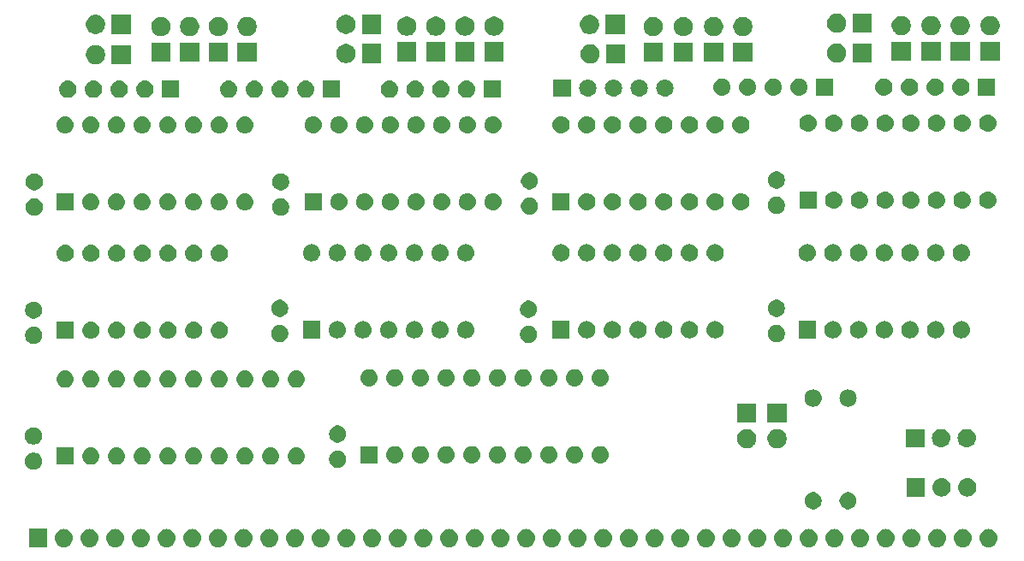
<source format=gbr>
G04 #@! TF.GenerationSoftware,KiCad,Pcbnew,(5.1.4-0-10_14)*
G04 #@! TF.CreationDate,2020-02-17T22:16:23-08:00*
G04 #@! TF.ProjectId,data-register-bank,64617461-2d72-4656-9769-737465722d62,rev?*
G04 #@! TF.SameCoordinates,Original*
G04 #@! TF.FileFunction,Soldermask,Top*
G04 #@! TF.FilePolarity,Negative*
%FSLAX46Y46*%
G04 Gerber Fmt 4.6, Leading zero omitted, Abs format (unit mm)*
G04 Created by KiCad (PCBNEW (5.1.4-0-10_14)) date 2020-02-17 22:16:23*
%MOMM*%
%LPD*%
G04 APERTURE LIST*
%ADD10C,0.100000*%
G04 APERTURE END LIST*
D10*
G36*
X146503343Y-182544319D02*
G01*
X146569527Y-182550837D01*
X146739366Y-182602357D01*
X146895891Y-182686022D01*
X146931629Y-182715352D01*
X147033086Y-182798614D01*
X147116348Y-182900071D01*
X147145678Y-182935809D01*
X147229343Y-183092334D01*
X147280863Y-183262173D01*
X147298259Y-183438800D01*
X147280863Y-183615427D01*
X147229343Y-183785266D01*
X147145678Y-183941791D01*
X147116348Y-183977529D01*
X147033086Y-184078986D01*
X146931629Y-184162248D01*
X146895891Y-184191578D01*
X146739366Y-184275243D01*
X146569527Y-184326763D01*
X146503342Y-184333282D01*
X146437160Y-184339800D01*
X146348640Y-184339800D01*
X146282458Y-184333282D01*
X146216273Y-184326763D01*
X146046434Y-184275243D01*
X145889909Y-184191578D01*
X145854171Y-184162248D01*
X145752714Y-184078986D01*
X145669452Y-183977529D01*
X145640122Y-183941791D01*
X145556457Y-183785266D01*
X145504937Y-183615427D01*
X145487541Y-183438800D01*
X145504937Y-183262173D01*
X145556457Y-183092334D01*
X145640122Y-182935809D01*
X145669452Y-182900071D01*
X145752714Y-182798614D01*
X145854171Y-182715352D01*
X145889909Y-182686022D01*
X146046434Y-182602357D01*
X146216273Y-182550837D01*
X146282457Y-182544319D01*
X146348640Y-182537800D01*
X146437160Y-182537800D01*
X146503343Y-182544319D01*
X146503343Y-182544319D01*
G37*
G36*
X143963343Y-182544319D02*
G01*
X144029527Y-182550837D01*
X144199366Y-182602357D01*
X144355891Y-182686022D01*
X144391629Y-182715352D01*
X144493086Y-182798614D01*
X144576348Y-182900071D01*
X144605678Y-182935809D01*
X144689343Y-183092334D01*
X144740863Y-183262173D01*
X144758259Y-183438800D01*
X144740863Y-183615427D01*
X144689343Y-183785266D01*
X144605678Y-183941791D01*
X144576348Y-183977529D01*
X144493086Y-184078986D01*
X144391629Y-184162248D01*
X144355891Y-184191578D01*
X144199366Y-184275243D01*
X144029527Y-184326763D01*
X143963342Y-184333282D01*
X143897160Y-184339800D01*
X143808640Y-184339800D01*
X143742458Y-184333282D01*
X143676273Y-184326763D01*
X143506434Y-184275243D01*
X143349909Y-184191578D01*
X143314171Y-184162248D01*
X143212714Y-184078986D01*
X143129452Y-183977529D01*
X143100122Y-183941791D01*
X143016457Y-183785266D01*
X142964937Y-183615427D01*
X142947541Y-183438800D01*
X142964937Y-183262173D01*
X143016457Y-183092334D01*
X143100122Y-182935809D01*
X143129452Y-182900071D01*
X143212714Y-182798614D01*
X143314171Y-182715352D01*
X143349909Y-182686022D01*
X143506434Y-182602357D01*
X143676273Y-182550837D01*
X143742457Y-182544319D01*
X143808640Y-182537800D01*
X143897160Y-182537800D01*
X143963343Y-182544319D01*
X143963343Y-182544319D01*
G37*
G36*
X141423343Y-182544319D02*
G01*
X141489527Y-182550837D01*
X141659366Y-182602357D01*
X141815891Y-182686022D01*
X141851629Y-182715352D01*
X141953086Y-182798614D01*
X142036348Y-182900071D01*
X142065678Y-182935809D01*
X142149343Y-183092334D01*
X142200863Y-183262173D01*
X142218259Y-183438800D01*
X142200863Y-183615427D01*
X142149343Y-183785266D01*
X142065678Y-183941791D01*
X142036348Y-183977529D01*
X141953086Y-184078986D01*
X141851629Y-184162248D01*
X141815891Y-184191578D01*
X141659366Y-184275243D01*
X141489527Y-184326763D01*
X141423342Y-184333282D01*
X141357160Y-184339800D01*
X141268640Y-184339800D01*
X141202458Y-184333282D01*
X141136273Y-184326763D01*
X140966434Y-184275243D01*
X140809909Y-184191578D01*
X140774171Y-184162248D01*
X140672714Y-184078986D01*
X140589452Y-183977529D01*
X140560122Y-183941791D01*
X140476457Y-183785266D01*
X140424937Y-183615427D01*
X140407541Y-183438800D01*
X140424937Y-183262173D01*
X140476457Y-183092334D01*
X140560122Y-182935809D01*
X140589452Y-182900071D01*
X140672714Y-182798614D01*
X140774171Y-182715352D01*
X140809909Y-182686022D01*
X140966434Y-182602357D01*
X141136273Y-182550837D01*
X141202457Y-182544319D01*
X141268640Y-182537800D01*
X141357160Y-182537800D01*
X141423343Y-182544319D01*
X141423343Y-182544319D01*
G37*
G36*
X138883343Y-182544319D02*
G01*
X138949527Y-182550837D01*
X139119366Y-182602357D01*
X139275891Y-182686022D01*
X139311629Y-182715352D01*
X139413086Y-182798614D01*
X139496348Y-182900071D01*
X139525678Y-182935809D01*
X139609343Y-183092334D01*
X139660863Y-183262173D01*
X139678259Y-183438800D01*
X139660863Y-183615427D01*
X139609343Y-183785266D01*
X139525678Y-183941791D01*
X139496348Y-183977529D01*
X139413086Y-184078986D01*
X139311629Y-184162248D01*
X139275891Y-184191578D01*
X139119366Y-184275243D01*
X138949527Y-184326763D01*
X138883342Y-184333282D01*
X138817160Y-184339800D01*
X138728640Y-184339800D01*
X138662458Y-184333282D01*
X138596273Y-184326763D01*
X138426434Y-184275243D01*
X138269909Y-184191578D01*
X138234171Y-184162248D01*
X138132714Y-184078986D01*
X138049452Y-183977529D01*
X138020122Y-183941791D01*
X137936457Y-183785266D01*
X137884937Y-183615427D01*
X137867541Y-183438800D01*
X137884937Y-183262173D01*
X137936457Y-183092334D01*
X138020122Y-182935809D01*
X138049452Y-182900071D01*
X138132714Y-182798614D01*
X138234171Y-182715352D01*
X138269909Y-182686022D01*
X138426434Y-182602357D01*
X138596273Y-182550837D01*
X138662457Y-182544319D01*
X138728640Y-182537800D01*
X138817160Y-182537800D01*
X138883343Y-182544319D01*
X138883343Y-182544319D01*
G37*
G36*
X136343343Y-182544319D02*
G01*
X136409527Y-182550837D01*
X136579366Y-182602357D01*
X136735891Y-182686022D01*
X136771629Y-182715352D01*
X136873086Y-182798614D01*
X136956348Y-182900071D01*
X136985678Y-182935809D01*
X137069343Y-183092334D01*
X137120863Y-183262173D01*
X137138259Y-183438800D01*
X137120863Y-183615427D01*
X137069343Y-183785266D01*
X136985678Y-183941791D01*
X136956348Y-183977529D01*
X136873086Y-184078986D01*
X136771629Y-184162248D01*
X136735891Y-184191578D01*
X136579366Y-184275243D01*
X136409527Y-184326763D01*
X136343342Y-184333282D01*
X136277160Y-184339800D01*
X136188640Y-184339800D01*
X136122458Y-184333282D01*
X136056273Y-184326763D01*
X135886434Y-184275243D01*
X135729909Y-184191578D01*
X135694171Y-184162248D01*
X135592714Y-184078986D01*
X135509452Y-183977529D01*
X135480122Y-183941791D01*
X135396457Y-183785266D01*
X135344937Y-183615427D01*
X135327541Y-183438800D01*
X135344937Y-183262173D01*
X135396457Y-183092334D01*
X135480122Y-182935809D01*
X135509452Y-182900071D01*
X135592714Y-182798614D01*
X135694171Y-182715352D01*
X135729909Y-182686022D01*
X135886434Y-182602357D01*
X136056273Y-182550837D01*
X136122457Y-182544319D01*
X136188640Y-182537800D01*
X136277160Y-182537800D01*
X136343343Y-182544319D01*
X136343343Y-182544319D01*
G37*
G36*
X133803343Y-182544319D02*
G01*
X133869527Y-182550837D01*
X134039366Y-182602357D01*
X134195891Y-182686022D01*
X134231629Y-182715352D01*
X134333086Y-182798614D01*
X134416348Y-182900071D01*
X134445678Y-182935809D01*
X134529343Y-183092334D01*
X134580863Y-183262173D01*
X134598259Y-183438800D01*
X134580863Y-183615427D01*
X134529343Y-183785266D01*
X134445678Y-183941791D01*
X134416348Y-183977529D01*
X134333086Y-184078986D01*
X134231629Y-184162248D01*
X134195891Y-184191578D01*
X134039366Y-184275243D01*
X133869527Y-184326763D01*
X133803342Y-184333282D01*
X133737160Y-184339800D01*
X133648640Y-184339800D01*
X133582458Y-184333282D01*
X133516273Y-184326763D01*
X133346434Y-184275243D01*
X133189909Y-184191578D01*
X133154171Y-184162248D01*
X133052714Y-184078986D01*
X132969452Y-183977529D01*
X132940122Y-183941791D01*
X132856457Y-183785266D01*
X132804937Y-183615427D01*
X132787541Y-183438800D01*
X132804937Y-183262173D01*
X132856457Y-183092334D01*
X132940122Y-182935809D01*
X132969452Y-182900071D01*
X133052714Y-182798614D01*
X133154171Y-182715352D01*
X133189909Y-182686022D01*
X133346434Y-182602357D01*
X133516273Y-182550837D01*
X133582457Y-182544319D01*
X133648640Y-182537800D01*
X133737160Y-182537800D01*
X133803343Y-182544319D01*
X133803343Y-182544319D01*
G37*
G36*
X131263343Y-182544319D02*
G01*
X131329527Y-182550837D01*
X131499366Y-182602357D01*
X131655891Y-182686022D01*
X131691629Y-182715352D01*
X131793086Y-182798614D01*
X131876348Y-182900071D01*
X131905678Y-182935809D01*
X131989343Y-183092334D01*
X132040863Y-183262173D01*
X132058259Y-183438800D01*
X132040863Y-183615427D01*
X131989343Y-183785266D01*
X131905678Y-183941791D01*
X131876348Y-183977529D01*
X131793086Y-184078986D01*
X131691629Y-184162248D01*
X131655891Y-184191578D01*
X131499366Y-184275243D01*
X131329527Y-184326763D01*
X131263342Y-184333282D01*
X131197160Y-184339800D01*
X131108640Y-184339800D01*
X131042458Y-184333282D01*
X130976273Y-184326763D01*
X130806434Y-184275243D01*
X130649909Y-184191578D01*
X130614171Y-184162248D01*
X130512714Y-184078986D01*
X130429452Y-183977529D01*
X130400122Y-183941791D01*
X130316457Y-183785266D01*
X130264937Y-183615427D01*
X130247541Y-183438800D01*
X130264937Y-183262173D01*
X130316457Y-183092334D01*
X130400122Y-182935809D01*
X130429452Y-182900071D01*
X130512714Y-182798614D01*
X130614171Y-182715352D01*
X130649909Y-182686022D01*
X130806434Y-182602357D01*
X130976273Y-182550837D01*
X131042457Y-182544319D01*
X131108640Y-182537800D01*
X131197160Y-182537800D01*
X131263343Y-182544319D01*
X131263343Y-182544319D01*
G37*
G36*
X128723343Y-182544319D02*
G01*
X128789527Y-182550837D01*
X128959366Y-182602357D01*
X129115891Y-182686022D01*
X129151629Y-182715352D01*
X129253086Y-182798614D01*
X129336348Y-182900071D01*
X129365678Y-182935809D01*
X129449343Y-183092334D01*
X129500863Y-183262173D01*
X129518259Y-183438800D01*
X129500863Y-183615427D01*
X129449343Y-183785266D01*
X129365678Y-183941791D01*
X129336348Y-183977529D01*
X129253086Y-184078986D01*
X129151629Y-184162248D01*
X129115891Y-184191578D01*
X128959366Y-184275243D01*
X128789527Y-184326763D01*
X128723342Y-184333282D01*
X128657160Y-184339800D01*
X128568640Y-184339800D01*
X128502458Y-184333282D01*
X128436273Y-184326763D01*
X128266434Y-184275243D01*
X128109909Y-184191578D01*
X128074171Y-184162248D01*
X127972714Y-184078986D01*
X127889452Y-183977529D01*
X127860122Y-183941791D01*
X127776457Y-183785266D01*
X127724937Y-183615427D01*
X127707541Y-183438800D01*
X127724937Y-183262173D01*
X127776457Y-183092334D01*
X127860122Y-182935809D01*
X127889452Y-182900071D01*
X127972714Y-182798614D01*
X128074171Y-182715352D01*
X128109909Y-182686022D01*
X128266434Y-182602357D01*
X128436273Y-182550837D01*
X128502457Y-182544319D01*
X128568640Y-182537800D01*
X128657160Y-182537800D01*
X128723343Y-182544319D01*
X128723343Y-182544319D01*
G37*
G36*
X126183343Y-182544319D02*
G01*
X126249527Y-182550837D01*
X126419366Y-182602357D01*
X126575891Y-182686022D01*
X126611629Y-182715352D01*
X126713086Y-182798614D01*
X126796348Y-182900071D01*
X126825678Y-182935809D01*
X126909343Y-183092334D01*
X126960863Y-183262173D01*
X126978259Y-183438800D01*
X126960863Y-183615427D01*
X126909343Y-183785266D01*
X126825678Y-183941791D01*
X126796348Y-183977529D01*
X126713086Y-184078986D01*
X126611629Y-184162248D01*
X126575891Y-184191578D01*
X126419366Y-184275243D01*
X126249527Y-184326763D01*
X126183342Y-184333282D01*
X126117160Y-184339800D01*
X126028640Y-184339800D01*
X125962458Y-184333282D01*
X125896273Y-184326763D01*
X125726434Y-184275243D01*
X125569909Y-184191578D01*
X125534171Y-184162248D01*
X125432714Y-184078986D01*
X125349452Y-183977529D01*
X125320122Y-183941791D01*
X125236457Y-183785266D01*
X125184937Y-183615427D01*
X125167541Y-183438800D01*
X125184937Y-183262173D01*
X125236457Y-183092334D01*
X125320122Y-182935809D01*
X125349452Y-182900071D01*
X125432714Y-182798614D01*
X125534171Y-182715352D01*
X125569909Y-182686022D01*
X125726434Y-182602357D01*
X125896273Y-182550837D01*
X125962457Y-182544319D01*
X126028640Y-182537800D01*
X126117160Y-182537800D01*
X126183343Y-182544319D01*
X126183343Y-182544319D01*
G37*
G36*
X123643343Y-182544319D02*
G01*
X123709527Y-182550837D01*
X123879366Y-182602357D01*
X124035891Y-182686022D01*
X124071629Y-182715352D01*
X124173086Y-182798614D01*
X124256348Y-182900071D01*
X124285678Y-182935809D01*
X124369343Y-183092334D01*
X124420863Y-183262173D01*
X124438259Y-183438800D01*
X124420863Y-183615427D01*
X124369343Y-183785266D01*
X124285678Y-183941791D01*
X124256348Y-183977529D01*
X124173086Y-184078986D01*
X124071629Y-184162248D01*
X124035891Y-184191578D01*
X123879366Y-184275243D01*
X123709527Y-184326763D01*
X123643342Y-184333282D01*
X123577160Y-184339800D01*
X123488640Y-184339800D01*
X123422458Y-184333282D01*
X123356273Y-184326763D01*
X123186434Y-184275243D01*
X123029909Y-184191578D01*
X122994171Y-184162248D01*
X122892714Y-184078986D01*
X122809452Y-183977529D01*
X122780122Y-183941791D01*
X122696457Y-183785266D01*
X122644937Y-183615427D01*
X122627541Y-183438800D01*
X122644937Y-183262173D01*
X122696457Y-183092334D01*
X122780122Y-182935809D01*
X122809452Y-182900071D01*
X122892714Y-182798614D01*
X122994171Y-182715352D01*
X123029909Y-182686022D01*
X123186434Y-182602357D01*
X123356273Y-182550837D01*
X123422457Y-182544319D01*
X123488640Y-182537800D01*
X123577160Y-182537800D01*
X123643343Y-182544319D01*
X123643343Y-182544319D01*
G37*
G36*
X121103343Y-182544319D02*
G01*
X121169527Y-182550837D01*
X121339366Y-182602357D01*
X121495891Y-182686022D01*
X121531629Y-182715352D01*
X121633086Y-182798614D01*
X121716348Y-182900071D01*
X121745678Y-182935809D01*
X121829343Y-183092334D01*
X121880863Y-183262173D01*
X121898259Y-183438800D01*
X121880863Y-183615427D01*
X121829343Y-183785266D01*
X121745678Y-183941791D01*
X121716348Y-183977529D01*
X121633086Y-184078986D01*
X121531629Y-184162248D01*
X121495891Y-184191578D01*
X121339366Y-184275243D01*
X121169527Y-184326763D01*
X121103342Y-184333282D01*
X121037160Y-184339800D01*
X120948640Y-184339800D01*
X120882458Y-184333282D01*
X120816273Y-184326763D01*
X120646434Y-184275243D01*
X120489909Y-184191578D01*
X120454171Y-184162248D01*
X120352714Y-184078986D01*
X120269452Y-183977529D01*
X120240122Y-183941791D01*
X120156457Y-183785266D01*
X120104937Y-183615427D01*
X120087541Y-183438800D01*
X120104937Y-183262173D01*
X120156457Y-183092334D01*
X120240122Y-182935809D01*
X120269452Y-182900071D01*
X120352714Y-182798614D01*
X120454171Y-182715352D01*
X120489909Y-182686022D01*
X120646434Y-182602357D01*
X120816273Y-182550837D01*
X120882457Y-182544319D01*
X120948640Y-182537800D01*
X121037160Y-182537800D01*
X121103343Y-182544319D01*
X121103343Y-182544319D01*
G37*
G36*
X118563343Y-182544319D02*
G01*
X118629527Y-182550837D01*
X118799366Y-182602357D01*
X118955891Y-182686022D01*
X118991629Y-182715352D01*
X119093086Y-182798614D01*
X119176348Y-182900071D01*
X119205678Y-182935809D01*
X119289343Y-183092334D01*
X119340863Y-183262173D01*
X119358259Y-183438800D01*
X119340863Y-183615427D01*
X119289343Y-183785266D01*
X119205678Y-183941791D01*
X119176348Y-183977529D01*
X119093086Y-184078986D01*
X118991629Y-184162248D01*
X118955891Y-184191578D01*
X118799366Y-184275243D01*
X118629527Y-184326763D01*
X118563342Y-184333282D01*
X118497160Y-184339800D01*
X118408640Y-184339800D01*
X118342458Y-184333282D01*
X118276273Y-184326763D01*
X118106434Y-184275243D01*
X117949909Y-184191578D01*
X117914171Y-184162248D01*
X117812714Y-184078986D01*
X117729452Y-183977529D01*
X117700122Y-183941791D01*
X117616457Y-183785266D01*
X117564937Y-183615427D01*
X117547541Y-183438800D01*
X117564937Y-183262173D01*
X117616457Y-183092334D01*
X117700122Y-182935809D01*
X117729452Y-182900071D01*
X117812714Y-182798614D01*
X117914171Y-182715352D01*
X117949909Y-182686022D01*
X118106434Y-182602357D01*
X118276273Y-182550837D01*
X118342457Y-182544319D01*
X118408640Y-182537800D01*
X118497160Y-182537800D01*
X118563343Y-182544319D01*
X118563343Y-182544319D01*
G37*
G36*
X116023343Y-182544319D02*
G01*
X116089527Y-182550837D01*
X116259366Y-182602357D01*
X116415891Y-182686022D01*
X116451629Y-182715352D01*
X116553086Y-182798614D01*
X116636348Y-182900071D01*
X116665678Y-182935809D01*
X116749343Y-183092334D01*
X116800863Y-183262173D01*
X116818259Y-183438800D01*
X116800863Y-183615427D01*
X116749343Y-183785266D01*
X116665678Y-183941791D01*
X116636348Y-183977529D01*
X116553086Y-184078986D01*
X116451629Y-184162248D01*
X116415891Y-184191578D01*
X116259366Y-184275243D01*
X116089527Y-184326763D01*
X116023342Y-184333282D01*
X115957160Y-184339800D01*
X115868640Y-184339800D01*
X115802458Y-184333282D01*
X115736273Y-184326763D01*
X115566434Y-184275243D01*
X115409909Y-184191578D01*
X115374171Y-184162248D01*
X115272714Y-184078986D01*
X115189452Y-183977529D01*
X115160122Y-183941791D01*
X115076457Y-183785266D01*
X115024937Y-183615427D01*
X115007541Y-183438800D01*
X115024937Y-183262173D01*
X115076457Y-183092334D01*
X115160122Y-182935809D01*
X115189452Y-182900071D01*
X115272714Y-182798614D01*
X115374171Y-182715352D01*
X115409909Y-182686022D01*
X115566434Y-182602357D01*
X115736273Y-182550837D01*
X115802457Y-182544319D01*
X115868640Y-182537800D01*
X115957160Y-182537800D01*
X116023343Y-182544319D01*
X116023343Y-182544319D01*
G37*
G36*
X113483343Y-182544319D02*
G01*
X113549527Y-182550837D01*
X113719366Y-182602357D01*
X113875891Y-182686022D01*
X113911629Y-182715352D01*
X114013086Y-182798614D01*
X114096348Y-182900071D01*
X114125678Y-182935809D01*
X114209343Y-183092334D01*
X114260863Y-183262173D01*
X114278259Y-183438800D01*
X114260863Y-183615427D01*
X114209343Y-183785266D01*
X114125678Y-183941791D01*
X114096348Y-183977529D01*
X114013086Y-184078986D01*
X113911629Y-184162248D01*
X113875891Y-184191578D01*
X113719366Y-184275243D01*
X113549527Y-184326763D01*
X113483342Y-184333282D01*
X113417160Y-184339800D01*
X113328640Y-184339800D01*
X113262458Y-184333282D01*
X113196273Y-184326763D01*
X113026434Y-184275243D01*
X112869909Y-184191578D01*
X112834171Y-184162248D01*
X112732714Y-184078986D01*
X112649452Y-183977529D01*
X112620122Y-183941791D01*
X112536457Y-183785266D01*
X112484937Y-183615427D01*
X112467541Y-183438800D01*
X112484937Y-183262173D01*
X112536457Y-183092334D01*
X112620122Y-182935809D01*
X112649452Y-182900071D01*
X112732714Y-182798614D01*
X112834171Y-182715352D01*
X112869909Y-182686022D01*
X113026434Y-182602357D01*
X113196273Y-182550837D01*
X113262457Y-182544319D01*
X113328640Y-182537800D01*
X113417160Y-182537800D01*
X113483343Y-182544319D01*
X113483343Y-182544319D01*
G37*
G36*
X110943343Y-182544319D02*
G01*
X111009527Y-182550837D01*
X111179366Y-182602357D01*
X111335891Y-182686022D01*
X111371629Y-182715352D01*
X111473086Y-182798614D01*
X111556348Y-182900071D01*
X111585678Y-182935809D01*
X111669343Y-183092334D01*
X111720863Y-183262173D01*
X111738259Y-183438800D01*
X111720863Y-183615427D01*
X111669343Y-183785266D01*
X111585678Y-183941791D01*
X111556348Y-183977529D01*
X111473086Y-184078986D01*
X111371629Y-184162248D01*
X111335891Y-184191578D01*
X111179366Y-184275243D01*
X111009527Y-184326763D01*
X110943342Y-184333282D01*
X110877160Y-184339800D01*
X110788640Y-184339800D01*
X110722458Y-184333282D01*
X110656273Y-184326763D01*
X110486434Y-184275243D01*
X110329909Y-184191578D01*
X110294171Y-184162248D01*
X110192714Y-184078986D01*
X110109452Y-183977529D01*
X110080122Y-183941791D01*
X109996457Y-183785266D01*
X109944937Y-183615427D01*
X109927541Y-183438800D01*
X109944937Y-183262173D01*
X109996457Y-183092334D01*
X110080122Y-182935809D01*
X110109452Y-182900071D01*
X110192714Y-182798614D01*
X110294171Y-182715352D01*
X110329909Y-182686022D01*
X110486434Y-182602357D01*
X110656273Y-182550837D01*
X110722457Y-182544319D01*
X110788640Y-182537800D01*
X110877160Y-182537800D01*
X110943343Y-182544319D01*
X110943343Y-182544319D01*
G37*
G36*
X108403343Y-182544319D02*
G01*
X108469527Y-182550837D01*
X108639366Y-182602357D01*
X108795891Y-182686022D01*
X108831629Y-182715352D01*
X108933086Y-182798614D01*
X109016348Y-182900071D01*
X109045678Y-182935809D01*
X109129343Y-183092334D01*
X109180863Y-183262173D01*
X109198259Y-183438800D01*
X109180863Y-183615427D01*
X109129343Y-183785266D01*
X109045678Y-183941791D01*
X109016348Y-183977529D01*
X108933086Y-184078986D01*
X108831629Y-184162248D01*
X108795891Y-184191578D01*
X108639366Y-184275243D01*
X108469527Y-184326763D01*
X108403342Y-184333282D01*
X108337160Y-184339800D01*
X108248640Y-184339800D01*
X108182458Y-184333282D01*
X108116273Y-184326763D01*
X107946434Y-184275243D01*
X107789909Y-184191578D01*
X107754171Y-184162248D01*
X107652714Y-184078986D01*
X107569452Y-183977529D01*
X107540122Y-183941791D01*
X107456457Y-183785266D01*
X107404937Y-183615427D01*
X107387541Y-183438800D01*
X107404937Y-183262173D01*
X107456457Y-183092334D01*
X107540122Y-182935809D01*
X107569452Y-182900071D01*
X107652714Y-182798614D01*
X107754171Y-182715352D01*
X107789909Y-182686022D01*
X107946434Y-182602357D01*
X108116273Y-182550837D01*
X108182457Y-182544319D01*
X108248640Y-182537800D01*
X108337160Y-182537800D01*
X108403343Y-182544319D01*
X108403343Y-182544319D01*
G37*
G36*
X105863343Y-182544319D02*
G01*
X105929527Y-182550837D01*
X106099366Y-182602357D01*
X106255891Y-182686022D01*
X106291629Y-182715352D01*
X106393086Y-182798614D01*
X106476348Y-182900071D01*
X106505678Y-182935809D01*
X106589343Y-183092334D01*
X106640863Y-183262173D01*
X106658259Y-183438800D01*
X106640863Y-183615427D01*
X106589343Y-183785266D01*
X106505678Y-183941791D01*
X106476348Y-183977529D01*
X106393086Y-184078986D01*
X106291629Y-184162248D01*
X106255891Y-184191578D01*
X106099366Y-184275243D01*
X105929527Y-184326763D01*
X105863342Y-184333282D01*
X105797160Y-184339800D01*
X105708640Y-184339800D01*
X105642458Y-184333282D01*
X105576273Y-184326763D01*
X105406434Y-184275243D01*
X105249909Y-184191578D01*
X105214171Y-184162248D01*
X105112714Y-184078986D01*
X105029452Y-183977529D01*
X105000122Y-183941791D01*
X104916457Y-183785266D01*
X104864937Y-183615427D01*
X104847541Y-183438800D01*
X104864937Y-183262173D01*
X104916457Y-183092334D01*
X105000122Y-182935809D01*
X105029452Y-182900071D01*
X105112714Y-182798614D01*
X105214171Y-182715352D01*
X105249909Y-182686022D01*
X105406434Y-182602357D01*
X105576273Y-182550837D01*
X105642457Y-182544319D01*
X105708640Y-182537800D01*
X105797160Y-182537800D01*
X105863343Y-182544319D01*
X105863343Y-182544319D01*
G37*
G36*
X103323343Y-182544319D02*
G01*
X103389527Y-182550837D01*
X103559366Y-182602357D01*
X103715891Y-182686022D01*
X103751629Y-182715352D01*
X103853086Y-182798614D01*
X103936348Y-182900071D01*
X103965678Y-182935809D01*
X104049343Y-183092334D01*
X104100863Y-183262173D01*
X104118259Y-183438800D01*
X104100863Y-183615427D01*
X104049343Y-183785266D01*
X103965678Y-183941791D01*
X103936348Y-183977529D01*
X103853086Y-184078986D01*
X103751629Y-184162248D01*
X103715891Y-184191578D01*
X103559366Y-184275243D01*
X103389527Y-184326763D01*
X103323342Y-184333282D01*
X103257160Y-184339800D01*
X103168640Y-184339800D01*
X103102458Y-184333282D01*
X103036273Y-184326763D01*
X102866434Y-184275243D01*
X102709909Y-184191578D01*
X102674171Y-184162248D01*
X102572714Y-184078986D01*
X102489452Y-183977529D01*
X102460122Y-183941791D01*
X102376457Y-183785266D01*
X102324937Y-183615427D01*
X102307541Y-183438800D01*
X102324937Y-183262173D01*
X102376457Y-183092334D01*
X102460122Y-182935809D01*
X102489452Y-182900071D01*
X102572714Y-182798614D01*
X102674171Y-182715352D01*
X102709909Y-182686022D01*
X102866434Y-182602357D01*
X103036273Y-182550837D01*
X103102457Y-182544319D01*
X103168640Y-182537800D01*
X103257160Y-182537800D01*
X103323343Y-182544319D01*
X103323343Y-182544319D01*
G37*
G36*
X100783343Y-182544319D02*
G01*
X100849527Y-182550837D01*
X101019366Y-182602357D01*
X101175891Y-182686022D01*
X101211629Y-182715352D01*
X101313086Y-182798614D01*
X101396348Y-182900071D01*
X101425678Y-182935809D01*
X101509343Y-183092334D01*
X101560863Y-183262173D01*
X101578259Y-183438800D01*
X101560863Y-183615427D01*
X101509343Y-183785266D01*
X101425678Y-183941791D01*
X101396348Y-183977529D01*
X101313086Y-184078986D01*
X101211629Y-184162248D01*
X101175891Y-184191578D01*
X101019366Y-184275243D01*
X100849527Y-184326763D01*
X100783342Y-184333282D01*
X100717160Y-184339800D01*
X100628640Y-184339800D01*
X100562458Y-184333282D01*
X100496273Y-184326763D01*
X100326434Y-184275243D01*
X100169909Y-184191578D01*
X100134171Y-184162248D01*
X100032714Y-184078986D01*
X99949452Y-183977529D01*
X99920122Y-183941791D01*
X99836457Y-183785266D01*
X99784937Y-183615427D01*
X99767541Y-183438800D01*
X99784937Y-183262173D01*
X99836457Y-183092334D01*
X99920122Y-182935809D01*
X99949452Y-182900071D01*
X100032714Y-182798614D01*
X100134171Y-182715352D01*
X100169909Y-182686022D01*
X100326434Y-182602357D01*
X100496273Y-182550837D01*
X100562457Y-182544319D01*
X100628640Y-182537800D01*
X100717160Y-182537800D01*
X100783343Y-182544319D01*
X100783343Y-182544319D01*
G37*
G36*
X98243343Y-182544319D02*
G01*
X98309527Y-182550837D01*
X98479366Y-182602357D01*
X98635891Y-182686022D01*
X98671629Y-182715352D01*
X98773086Y-182798614D01*
X98856348Y-182900071D01*
X98885678Y-182935809D01*
X98969343Y-183092334D01*
X99020863Y-183262173D01*
X99038259Y-183438800D01*
X99020863Y-183615427D01*
X98969343Y-183785266D01*
X98885678Y-183941791D01*
X98856348Y-183977529D01*
X98773086Y-184078986D01*
X98671629Y-184162248D01*
X98635891Y-184191578D01*
X98479366Y-184275243D01*
X98309527Y-184326763D01*
X98243342Y-184333282D01*
X98177160Y-184339800D01*
X98088640Y-184339800D01*
X98022458Y-184333282D01*
X97956273Y-184326763D01*
X97786434Y-184275243D01*
X97629909Y-184191578D01*
X97594171Y-184162248D01*
X97492714Y-184078986D01*
X97409452Y-183977529D01*
X97380122Y-183941791D01*
X97296457Y-183785266D01*
X97244937Y-183615427D01*
X97227541Y-183438800D01*
X97244937Y-183262173D01*
X97296457Y-183092334D01*
X97380122Y-182935809D01*
X97409452Y-182900071D01*
X97492714Y-182798614D01*
X97594171Y-182715352D01*
X97629909Y-182686022D01*
X97786434Y-182602357D01*
X97956273Y-182550837D01*
X98022457Y-182544319D01*
X98088640Y-182537800D01*
X98177160Y-182537800D01*
X98243343Y-182544319D01*
X98243343Y-182544319D01*
G37*
G36*
X95703343Y-182544319D02*
G01*
X95769527Y-182550837D01*
X95939366Y-182602357D01*
X96095891Y-182686022D01*
X96131629Y-182715352D01*
X96233086Y-182798614D01*
X96316348Y-182900071D01*
X96345678Y-182935809D01*
X96429343Y-183092334D01*
X96480863Y-183262173D01*
X96498259Y-183438800D01*
X96480863Y-183615427D01*
X96429343Y-183785266D01*
X96345678Y-183941791D01*
X96316348Y-183977529D01*
X96233086Y-184078986D01*
X96131629Y-184162248D01*
X96095891Y-184191578D01*
X95939366Y-184275243D01*
X95769527Y-184326763D01*
X95703342Y-184333282D01*
X95637160Y-184339800D01*
X95548640Y-184339800D01*
X95482458Y-184333282D01*
X95416273Y-184326763D01*
X95246434Y-184275243D01*
X95089909Y-184191578D01*
X95054171Y-184162248D01*
X94952714Y-184078986D01*
X94869452Y-183977529D01*
X94840122Y-183941791D01*
X94756457Y-183785266D01*
X94704937Y-183615427D01*
X94687541Y-183438800D01*
X94704937Y-183262173D01*
X94756457Y-183092334D01*
X94840122Y-182935809D01*
X94869452Y-182900071D01*
X94952714Y-182798614D01*
X95054171Y-182715352D01*
X95089909Y-182686022D01*
X95246434Y-182602357D01*
X95416273Y-182550837D01*
X95482457Y-182544319D01*
X95548640Y-182537800D01*
X95637160Y-182537800D01*
X95703343Y-182544319D01*
X95703343Y-182544319D01*
G37*
G36*
X93163343Y-182544319D02*
G01*
X93229527Y-182550837D01*
X93399366Y-182602357D01*
X93555891Y-182686022D01*
X93591629Y-182715352D01*
X93693086Y-182798614D01*
X93776348Y-182900071D01*
X93805678Y-182935809D01*
X93889343Y-183092334D01*
X93940863Y-183262173D01*
X93958259Y-183438800D01*
X93940863Y-183615427D01*
X93889343Y-183785266D01*
X93805678Y-183941791D01*
X93776348Y-183977529D01*
X93693086Y-184078986D01*
X93591629Y-184162248D01*
X93555891Y-184191578D01*
X93399366Y-184275243D01*
X93229527Y-184326763D01*
X93163342Y-184333282D01*
X93097160Y-184339800D01*
X93008640Y-184339800D01*
X92942458Y-184333282D01*
X92876273Y-184326763D01*
X92706434Y-184275243D01*
X92549909Y-184191578D01*
X92514171Y-184162248D01*
X92412714Y-184078986D01*
X92329452Y-183977529D01*
X92300122Y-183941791D01*
X92216457Y-183785266D01*
X92164937Y-183615427D01*
X92147541Y-183438800D01*
X92164937Y-183262173D01*
X92216457Y-183092334D01*
X92300122Y-182935809D01*
X92329452Y-182900071D01*
X92412714Y-182798614D01*
X92514171Y-182715352D01*
X92549909Y-182686022D01*
X92706434Y-182602357D01*
X92876273Y-182550837D01*
X92942457Y-182544319D01*
X93008640Y-182537800D01*
X93097160Y-182537800D01*
X93163343Y-182544319D01*
X93163343Y-182544319D01*
G37*
G36*
X90623343Y-182544319D02*
G01*
X90689527Y-182550837D01*
X90859366Y-182602357D01*
X91015891Y-182686022D01*
X91051629Y-182715352D01*
X91153086Y-182798614D01*
X91236348Y-182900071D01*
X91265678Y-182935809D01*
X91349343Y-183092334D01*
X91400863Y-183262173D01*
X91418259Y-183438800D01*
X91400863Y-183615427D01*
X91349343Y-183785266D01*
X91265678Y-183941791D01*
X91236348Y-183977529D01*
X91153086Y-184078986D01*
X91051629Y-184162248D01*
X91015891Y-184191578D01*
X90859366Y-184275243D01*
X90689527Y-184326763D01*
X90623342Y-184333282D01*
X90557160Y-184339800D01*
X90468640Y-184339800D01*
X90402458Y-184333282D01*
X90336273Y-184326763D01*
X90166434Y-184275243D01*
X90009909Y-184191578D01*
X89974171Y-184162248D01*
X89872714Y-184078986D01*
X89789452Y-183977529D01*
X89760122Y-183941791D01*
X89676457Y-183785266D01*
X89624937Y-183615427D01*
X89607541Y-183438800D01*
X89624937Y-183262173D01*
X89676457Y-183092334D01*
X89760122Y-182935809D01*
X89789452Y-182900071D01*
X89872714Y-182798614D01*
X89974171Y-182715352D01*
X90009909Y-182686022D01*
X90166434Y-182602357D01*
X90336273Y-182550837D01*
X90402457Y-182544319D01*
X90468640Y-182537800D01*
X90557160Y-182537800D01*
X90623343Y-182544319D01*
X90623343Y-182544319D01*
G37*
G36*
X88083343Y-182544319D02*
G01*
X88149527Y-182550837D01*
X88319366Y-182602357D01*
X88475891Y-182686022D01*
X88511629Y-182715352D01*
X88613086Y-182798614D01*
X88696348Y-182900071D01*
X88725678Y-182935809D01*
X88809343Y-183092334D01*
X88860863Y-183262173D01*
X88878259Y-183438800D01*
X88860863Y-183615427D01*
X88809343Y-183785266D01*
X88725678Y-183941791D01*
X88696348Y-183977529D01*
X88613086Y-184078986D01*
X88511629Y-184162248D01*
X88475891Y-184191578D01*
X88319366Y-184275243D01*
X88149527Y-184326763D01*
X88083342Y-184333282D01*
X88017160Y-184339800D01*
X87928640Y-184339800D01*
X87862458Y-184333282D01*
X87796273Y-184326763D01*
X87626434Y-184275243D01*
X87469909Y-184191578D01*
X87434171Y-184162248D01*
X87332714Y-184078986D01*
X87249452Y-183977529D01*
X87220122Y-183941791D01*
X87136457Y-183785266D01*
X87084937Y-183615427D01*
X87067541Y-183438800D01*
X87084937Y-183262173D01*
X87136457Y-183092334D01*
X87220122Y-182935809D01*
X87249452Y-182900071D01*
X87332714Y-182798614D01*
X87434171Y-182715352D01*
X87469909Y-182686022D01*
X87626434Y-182602357D01*
X87796273Y-182550837D01*
X87862457Y-182544319D01*
X87928640Y-182537800D01*
X88017160Y-182537800D01*
X88083343Y-182544319D01*
X88083343Y-182544319D01*
G37*
G36*
X85543343Y-182544319D02*
G01*
X85609527Y-182550837D01*
X85779366Y-182602357D01*
X85935891Y-182686022D01*
X85971629Y-182715352D01*
X86073086Y-182798614D01*
X86156348Y-182900071D01*
X86185678Y-182935809D01*
X86269343Y-183092334D01*
X86320863Y-183262173D01*
X86338259Y-183438800D01*
X86320863Y-183615427D01*
X86269343Y-183785266D01*
X86185678Y-183941791D01*
X86156348Y-183977529D01*
X86073086Y-184078986D01*
X85971629Y-184162248D01*
X85935891Y-184191578D01*
X85779366Y-184275243D01*
X85609527Y-184326763D01*
X85543342Y-184333282D01*
X85477160Y-184339800D01*
X85388640Y-184339800D01*
X85322458Y-184333282D01*
X85256273Y-184326763D01*
X85086434Y-184275243D01*
X84929909Y-184191578D01*
X84894171Y-184162248D01*
X84792714Y-184078986D01*
X84709452Y-183977529D01*
X84680122Y-183941791D01*
X84596457Y-183785266D01*
X84544937Y-183615427D01*
X84527541Y-183438800D01*
X84544937Y-183262173D01*
X84596457Y-183092334D01*
X84680122Y-182935809D01*
X84709452Y-182900071D01*
X84792714Y-182798614D01*
X84894171Y-182715352D01*
X84929909Y-182686022D01*
X85086434Y-182602357D01*
X85256273Y-182550837D01*
X85322457Y-182544319D01*
X85388640Y-182537800D01*
X85477160Y-182537800D01*
X85543343Y-182544319D01*
X85543343Y-182544319D01*
G37*
G36*
X83003343Y-182544319D02*
G01*
X83069527Y-182550837D01*
X83239366Y-182602357D01*
X83395891Y-182686022D01*
X83431629Y-182715352D01*
X83533086Y-182798614D01*
X83616348Y-182900071D01*
X83645678Y-182935809D01*
X83729343Y-183092334D01*
X83780863Y-183262173D01*
X83798259Y-183438800D01*
X83780863Y-183615427D01*
X83729343Y-183785266D01*
X83645678Y-183941791D01*
X83616348Y-183977529D01*
X83533086Y-184078986D01*
X83431629Y-184162248D01*
X83395891Y-184191578D01*
X83239366Y-184275243D01*
X83069527Y-184326763D01*
X83003342Y-184333282D01*
X82937160Y-184339800D01*
X82848640Y-184339800D01*
X82782458Y-184333282D01*
X82716273Y-184326763D01*
X82546434Y-184275243D01*
X82389909Y-184191578D01*
X82354171Y-184162248D01*
X82252714Y-184078986D01*
X82169452Y-183977529D01*
X82140122Y-183941791D01*
X82056457Y-183785266D01*
X82004937Y-183615427D01*
X81987541Y-183438800D01*
X82004937Y-183262173D01*
X82056457Y-183092334D01*
X82140122Y-182935809D01*
X82169452Y-182900071D01*
X82252714Y-182798614D01*
X82354171Y-182715352D01*
X82389909Y-182686022D01*
X82546434Y-182602357D01*
X82716273Y-182550837D01*
X82782457Y-182544319D01*
X82848640Y-182537800D01*
X82937160Y-182537800D01*
X83003343Y-182544319D01*
X83003343Y-182544319D01*
G37*
G36*
X80463343Y-182544319D02*
G01*
X80529527Y-182550837D01*
X80699366Y-182602357D01*
X80855891Y-182686022D01*
X80891629Y-182715352D01*
X80993086Y-182798614D01*
X81076348Y-182900071D01*
X81105678Y-182935809D01*
X81189343Y-183092334D01*
X81240863Y-183262173D01*
X81258259Y-183438800D01*
X81240863Y-183615427D01*
X81189343Y-183785266D01*
X81105678Y-183941791D01*
X81076348Y-183977529D01*
X80993086Y-184078986D01*
X80891629Y-184162248D01*
X80855891Y-184191578D01*
X80699366Y-184275243D01*
X80529527Y-184326763D01*
X80463342Y-184333282D01*
X80397160Y-184339800D01*
X80308640Y-184339800D01*
X80242458Y-184333282D01*
X80176273Y-184326763D01*
X80006434Y-184275243D01*
X79849909Y-184191578D01*
X79814171Y-184162248D01*
X79712714Y-184078986D01*
X79629452Y-183977529D01*
X79600122Y-183941791D01*
X79516457Y-183785266D01*
X79464937Y-183615427D01*
X79447541Y-183438800D01*
X79464937Y-183262173D01*
X79516457Y-183092334D01*
X79600122Y-182935809D01*
X79629452Y-182900071D01*
X79712714Y-182798614D01*
X79814171Y-182715352D01*
X79849909Y-182686022D01*
X80006434Y-182602357D01*
X80176273Y-182550837D01*
X80242457Y-182544319D01*
X80308640Y-182537800D01*
X80397160Y-182537800D01*
X80463343Y-182544319D01*
X80463343Y-182544319D01*
G37*
G36*
X77923343Y-182544319D02*
G01*
X77989527Y-182550837D01*
X78159366Y-182602357D01*
X78315891Y-182686022D01*
X78351629Y-182715352D01*
X78453086Y-182798614D01*
X78536348Y-182900071D01*
X78565678Y-182935809D01*
X78649343Y-183092334D01*
X78700863Y-183262173D01*
X78718259Y-183438800D01*
X78700863Y-183615427D01*
X78649343Y-183785266D01*
X78565678Y-183941791D01*
X78536348Y-183977529D01*
X78453086Y-184078986D01*
X78351629Y-184162248D01*
X78315891Y-184191578D01*
X78159366Y-184275243D01*
X77989527Y-184326763D01*
X77923342Y-184333282D01*
X77857160Y-184339800D01*
X77768640Y-184339800D01*
X77702458Y-184333282D01*
X77636273Y-184326763D01*
X77466434Y-184275243D01*
X77309909Y-184191578D01*
X77274171Y-184162248D01*
X77172714Y-184078986D01*
X77089452Y-183977529D01*
X77060122Y-183941791D01*
X76976457Y-183785266D01*
X76924937Y-183615427D01*
X76907541Y-183438800D01*
X76924937Y-183262173D01*
X76976457Y-183092334D01*
X77060122Y-182935809D01*
X77089452Y-182900071D01*
X77172714Y-182798614D01*
X77274171Y-182715352D01*
X77309909Y-182686022D01*
X77466434Y-182602357D01*
X77636273Y-182550837D01*
X77702457Y-182544319D01*
X77768640Y-182537800D01*
X77857160Y-182537800D01*
X77923343Y-182544319D01*
X77923343Y-182544319D01*
G37*
G36*
X75383343Y-182544319D02*
G01*
X75449527Y-182550837D01*
X75619366Y-182602357D01*
X75775891Y-182686022D01*
X75811629Y-182715352D01*
X75913086Y-182798614D01*
X75996348Y-182900071D01*
X76025678Y-182935809D01*
X76109343Y-183092334D01*
X76160863Y-183262173D01*
X76178259Y-183438800D01*
X76160863Y-183615427D01*
X76109343Y-183785266D01*
X76025678Y-183941791D01*
X75996348Y-183977529D01*
X75913086Y-184078986D01*
X75811629Y-184162248D01*
X75775891Y-184191578D01*
X75619366Y-184275243D01*
X75449527Y-184326763D01*
X75383342Y-184333282D01*
X75317160Y-184339800D01*
X75228640Y-184339800D01*
X75162458Y-184333282D01*
X75096273Y-184326763D01*
X74926434Y-184275243D01*
X74769909Y-184191578D01*
X74734171Y-184162248D01*
X74632714Y-184078986D01*
X74549452Y-183977529D01*
X74520122Y-183941791D01*
X74436457Y-183785266D01*
X74384937Y-183615427D01*
X74367541Y-183438800D01*
X74384937Y-183262173D01*
X74436457Y-183092334D01*
X74520122Y-182935809D01*
X74549452Y-182900071D01*
X74632714Y-182798614D01*
X74734171Y-182715352D01*
X74769909Y-182686022D01*
X74926434Y-182602357D01*
X75096273Y-182550837D01*
X75162457Y-182544319D01*
X75228640Y-182537800D01*
X75317160Y-182537800D01*
X75383343Y-182544319D01*
X75383343Y-182544319D01*
G37*
G36*
X72843343Y-182544319D02*
G01*
X72909527Y-182550837D01*
X73079366Y-182602357D01*
X73235891Y-182686022D01*
X73271629Y-182715352D01*
X73373086Y-182798614D01*
X73456348Y-182900071D01*
X73485678Y-182935809D01*
X73569343Y-183092334D01*
X73620863Y-183262173D01*
X73638259Y-183438800D01*
X73620863Y-183615427D01*
X73569343Y-183785266D01*
X73485678Y-183941791D01*
X73456348Y-183977529D01*
X73373086Y-184078986D01*
X73271629Y-184162248D01*
X73235891Y-184191578D01*
X73079366Y-184275243D01*
X72909527Y-184326763D01*
X72843342Y-184333282D01*
X72777160Y-184339800D01*
X72688640Y-184339800D01*
X72622458Y-184333282D01*
X72556273Y-184326763D01*
X72386434Y-184275243D01*
X72229909Y-184191578D01*
X72194171Y-184162248D01*
X72092714Y-184078986D01*
X72009452Y-183977529D01*
X71980122Y-183941791D01*
X71896457Y-183785266D01*
X71844937Y-183615427D01*
X71827541Y-183438800D01*
X71844937Y-183262173D01*
X71896457Y-183092334D01*
X71980122Y-182935809D01*
X72009452Y-182900071D01*
X72092714Y-182798614D01*
X72194171Y-182715352D01*
X72229909Y-182686022D01*
X72386434Y-182602357D01*
X72556273Y-182550837D01*
X72622457Y-182544319D01*
X72688640Y-182537800D01*
X72777160Y-182537800D01*
X72843343Y-182544319D01*
X72843343Y-182544319D01*
G37*
G36*
X70303343Y-182544319D02*
G01*
X70369527Y-182550837D01*
X70539366Y-182602357D01*
X70695891Y-182686022D01*
X70731629Y-182715352D01*
X70833086Y-182798614D01*
X70916348Y-182900071D01*
X70945678Y-182935809D01*
X71029343Y-183092334D01*
X71080863Y-183262173D01*
X71098259Y-183438800D01*
X71080863Y-183615427D01*
X71029343Y-183785266D01*
X70945678Y-183941791D01*
X70916348Y-183977529D01*
X70833086Y-184078986D01*
X70731629Y-184162248D01*
X70695891Y-184191578D01*
X70539366Y-184275243D01*
X70369527Y-184326763D01*
X70303342Y-184333282D01*
X70237160Y-184339800D01*
X70148640Y-184339800D01*
X70082458Y-184333282D01*
X70016273Y-184326763D01*
X69846434Y-184275243D01*
X69689909Y-184191578D01*
X69654171Y-184162248D01*
X69552714Y-184078986D01*
X69469452Y-183977529D01*
X69440122Y-183941791D01*
X69356457Y-183785266D01*
X69304937Y-183615427D01*
X69287541Y-183438800D01*
X69304937Y-183262173D01*
X69356457Y-183092334D01*
X69440122Y-182935809D01*
X69469452Y-182900071D01*
X69552714Y-182798614D01*
X69654171Y-182715352D01*
X69689909Y-182686022D01*
X69846434Y-182602357D01*
X70016273Y-182550837D01*
X70082457Y-182544319D01*
X70148640Y-182537800D01*
X70237160Y-182537800D01*
X70303343Y-182544319D01*
X70303343Y-182544319D01*
G37*
G36*
X67763343Y-182544319D02*
G01*
X67829527Y-182550837D01*
X67999366Y-182602357D01*
X68155891Y-182686022D01*
X68191629Y-182715352D01*
X68293086Y-182798614D01*
X68376348Y-182900071D01*
X68405678Y-182935809D01*
X68489343Y-183092334D01*
X68540863Y-183262173D01*
X68558259Y-183438800D01*
X68540863Y-183615427D01*
X68489343Y-183785266D01*
X68405678Y-183941791D01*
X68376348Y-183977529D01*
X68293086Y-184078986D01*
X68191629Y-184162248D01*
X68155891Y-184191578D01*
X67999366Y-184275243D01*
X67829527Y-184326763D01*
X67763342Y-184333282D01*
X67697160Y-184339800D01*
X67608640Y-184339800D01*
X67542458Y-184333282D01*
X67476273Y-184326763D01*
X67306434Y-184275243D01*
X67149909Y-184191578D01*
X67114171Y-184162248D01*
X67012714Y-184078986D01*
X66929452Y-183977529D01*
X66900122Y-183941791D01*
X66816457Y-183785266D01*
X66764937Y-183615427D01*
X66747541Y-183438800D01*
X66764937Y-183262173D01*
X66816457Y-183092334D01*
X66900122Y-182935809D01*
X66929452Y-182900071D01*
X67012714Y-182798614D01*
X67114171Y-182715352D01*
X67149909Y-182686022D01*
X67306434Y-182602357D01*
X67476273Y-182550837D01*
X67542457Y-182544319D01*
X67608640Y-182537800D01*
X67697160Y-182537800D01*
X67763343Y-182544319D01*
X67763343Y-182544319D01*
G37*
G36*
X65223343Y-182544319D02*
G01*
X65289527Y-182550837D01*
X65459366Y-182602357D01*
X65615891Y-182686022D01*
X65651629Y-182715352D01*
X65753086Y-182798614D01*
X65836348Y-182900071D01*
X65865678Y-182935809D01*
X65949343Y-183092334D01*
X66000863Y-183262173D01*
X66018259Y-183438800D01*
X66000863Y-183615427D01*
X65949343Y-183785266D01*
X65865678Y-183941791D01*
X65836348Y-183977529D01*
X65753086Y-184078986D01*
X65651629Y-184162248D01*
X65615891Y-184191578D01*
X65459366Y-184275243D01*
X65289527Y-184326763D01*
X65223342Y-184333282D01*
X65157160Y-184339800D01*
X65068640Y-184339800D01*
X65002458Y-184333282D01*
X64936273Y-184326763D01*
X64766434Y-184275243D01*
X64609909Y-184191578D01*
X64574171Y-184162248D01*
X64472714Y-184078986D01*
X64389452Y-183977529D01*
X64360122Y-183941791D01*
X64276457Y-183785266D01*
X64224937Y-183615427D01*
X64207541Y-183438800D01*
X64224937Y-183262173D01*
X64276457Y-183092334D01*
X64360122Y-182935809D01*
X64389452Y-182900071D01*
X64472714Y-182798614D01*
X64574171Y-182715352D01*
X64609909Y-182686022D01*
X64766434Y-182602357D01*
X64936273Y-182550837D01*
X65002457Y-182544319D01*
X65068640Y-182537800D01*
X65157160Y-182537800D01*
X65223343Y-182544319D01*
X65223343Y-182544319D01*
G37*
G36*
X62683343Y-182544319D02*
G01*
X62749527Y-182550837D01*
X62919366Y-182602357D01*
X63075891Y-182686022D01*
X63111629Y-182715352D01*
X63213086Y-182798614D01*
X63296348Y-182900071D01*
X63325678Y-182935809D01*
X63409343Y-183092334D01*
X63460863Y-183262173D01*
X63478259Y-183438800D01*
X63460863Y-183615427D01*
X63409343Y-183785266D01*
X63325678Y-183941791D01*
X63296348Y-183977529D01*
X63213086Y-184078986D01*
X63111629Y-184162248D01*
X63075891Y-184191578D01*
X62919366Y-184275243D01*
X62749527Y-184326763D01*
X62683342Y-184333282D01*
X62617160Y-184339800D01*
X62528640Y-184339800D01*
X62462458Y-184333282D01*
X62396273Y-184326763D01*
X62226434Y-184275243D01*
X62069909Y-184191578D01*
X62034171Y-184162248D01*
X61932714Y-184078986D01*
X61849452Y-183977529D01*
X61820122Y-183941791D01*
X61736457Y-183785266D01*
X61684937Y-183615427D01*
X61667541Y-183438800D01*
X61684937Y-183262173D01*
X61736457Y-183092334D01*
X61820122Y-182935809D01*
X61849452Y-182900071D01*
X61932714Y-182798614D01*
X62034171Y-182715352D01*
X62069909Y-182686022D01*
X62226434Y-182602357D01*
X62396273Y-182550837D01*
X62462457Y-182544319D01*
X62528640Y-182537800D01*
X62617160Y-182537800D01*
X62683343Y-182544319D01*
X62683343Y-182544319D01*
G37*
G36*
X60143343Y-182544319D02*
G01*
X60209527Y-182550837D01*
X60379366Y-182602357D01*
X60535891Y-182686022D01*
X60571629Y-182715352D01*
X60673086Y-182798614D01*
X60756348Y-182900071D01*
X60785678Y-182935809D01*
X60869343Y-183092334D01*
X60920863Y-183262173D01*
X60938259Y-183438800D01*
X60920863Y-183615427D01*
X60869343Y-183785266D01*
X60785678Y-183941791D01*
X60756348Y-183977529D01*
X60673086Y-184078986D01*
X60571629Y-184162248D01*
X60535891Y-184191578D01*
X60379366Y-184275243D01*
X60209527Y-184326763D01*
X60143342Y-184333282D01*
X60077160Y-184339800D01*
X59988640Y-184339800D01*
X59922458Y-184333282D01*
X59856273Y-184326763D01*
X59686434Y-184275243D01*
X59529909Y-184191578D01*
X59494171Y-184162248D01*
X59392714Y-184078986D01*
X59309452Y-183977529D01*
X59280122Y-183941791D01*
X59196457Y-183785266D01*
X59144937Y-183615427D01*
X59127541Y-183438800D01*
X59144937Y-183262173D01*
X59196457Y-183092334D01*
X59280122Y-182935809D01*
X59309452Y-182900071D01*
X59392714Y-182798614D01*
X59494171Y-182715352D01*
X59529909Y-182686022D01*
X59686434Y-182602357D01*
X59856273Y-182550837D01*
X59922457Y-182544319D01*
X59988640Y-182537800D01*
X60077160Y-182537800D01*
X60143343Y-182544319D01*
X60143343Y-182544319D01*
G37*
G36*
X57603343Y-182544319D02*
G01*
X57669527Y-182550837D01*
X57839366Y-182602357D01*
X57995891Y-182686022D01*
X58031629Y-182715352D01*
X58133086Y-182798614D01*
X58216348Y-182900071D01*
X58245678Y-182935809D01*
X58329343Y-183092334D01*
X58380863Y-183262173D01*
X58398259Y-183438800D01*
X58380863Y-183615427D01*
X58329343Y-183785266D01*
X58245678Y-183941791D01*
X58216348Y-183977529D01*
X58133086Y-184078986D01*
X58031629Y-184162248D01*
X57995891Y-184191578D01*
X57839366Y-184275243D01*
X57669527Y-184326763D01*
X57603342Y-184333282D01*
X57537160Y-184339800D01*
X57448640Y-184339800D01*
X57382458Y-184333282D01*
X57316273Y-184326763D01*
X57146434Y-184275243D01*
X56989909Y-184191578D01*
X56954171Y-184162248D01*
X56852714Y-184078986D01*
X56769452Y-183977529D01*
X56740122Y-183941791D01*
X56656457Y-183785266D01*
X56604937Y-183615427D01*
X56587541Y-183438800D01*
X56604937Y-183262173D01*
X56656457Y-183092334D01*
X56740122Y-182935809D01*
X56769452Y-182900071D01*
X56852714Y-182798614D01*
X56954171Y-182715352D01*
X56989909Y-182686022D01*
X57146434Y-182602357D01*
X57316273Y-182550837D01*
X57382457Y-182544319D01*
X57448640Y-182537800D01*
X57537160Y-182537800D01*
X57603343Y-182544319D01*
X57603343Y-182544319D01*
G37*
G36*
X55063343Y-182544319D02*
G01*
X55129527Y-182550837D01*
X55299366Y-182602357D01*
X55455891Y-182686022D01*
X55491629Y-182715352D01*
X55593086Y-182798614D01*
X55676348Y-182900071D01*
X55705678Y-182935809D01*
X55789343Y-183092334D01*
X55840863Y-183262173D01*
X55858259Y-183438800D01*
X55840863Y-183615427D01*
X55789343Y-183785266D01*
X55705678Y-183941791D01*
X55676348Y-183977529D01*
X55593086Y-184078986D01*
X55491629Y-184162248D01*
X55455891Y-184191578D01*
X55299366Y-184275243D01*
X55129527Y-184326763D01*
X55063342Y-184333282D01*
X54997160Y-184339800D01*
X54908640Y-184339800D01*
X54842458Y-184333282D01*
X54776273Y-184326763D01*
X54606434Y-184275243D01*
X54449909Y-184191578D01*
X54414171Y-184162248D01*
X54312714Y-184078986D01*
X54229452Y-183977529D01*
X54200122Y-183941791D01*
X54116457Y-183785266D01*
X54064937Y-183615427D01*
X54047541Y-183438800D01*
X54064937Y-183262173D01*
X54116457Y-183092334D01*
X54200122Y-182935809D01*
X54229452Y-182900071D01*
X54312714Y-182798614D01*
X54414171Y-182715352D01*
X54449909Y-182686022D01*
X54606434Y-182602357D01*
X54776273Y-182550837D01*
X54842457Y-182544319D01*
X54908640Y-182537800D01*
X54997160Y-182537800D01*
X55063343Y-182544319D01*
X55063343Y-182544319D01*
G37*
G36*
X53313900Y-184339800D02*
G01*
X51511900Y-184339800D01*
X51511900Y-182537800D01*
X53313900Y-182537800D01*
X53313900Y-184339800D01*
X53313900Y-184339800D01*
G37*
G36*
X129292928Y-178924803D02*
G01*
X129447800Y-178988953D01*
X129587181Y-179082085D01*
X129705715Y-179200619D01*
X129798847Y-179340000D01*
X129862997Y-179494872D01*
X129895700Y-179659284D01*
X129895700Y-179826916D01*
X129862997Y-179991328D01*
X129798847Y-180146200D01*
X129705715Y-180285581D01*
X129587181Y-180404115D01*
X129447800Y-180497247D01*
X129292928Y-180561397D01*
X129128516Y-180594100D01*
X128960884Y-180594100D01*
X128796472Y-180561397D01*
X128641600Y-180497247D01*
X128502219Y-180404115D01*
X128383685Y-180285581D01*
X128290553Y-180146200D01*
X128226403Y-179991328D01*
X128193700Y-179826916D01*
X128193700Y-179659284D01*
X128226403Y-179494872D01*
X128290553Y-179340000D01*
X128383685Y-179200619D01*
X128502219Y-179082085D01*
X128641600Y-178988953D01*
X128796472Y-178924803D01*
X128960884Y-178892100D01*
X129128516Y-178892100D01*
X129292928Y-178924803D01*
X129292928Y-178924803D01*
G37*
G36*
X132747328Y-178924803D02*
G01*
X132902200Y-178988953D01*
X133041581Y-179082085D01*
X133160115Y-179200619D01*
X133253247Y-179340000D01*
X133317397Y-179494872D01*
X133350100Y-179659284D01*
X133350100Y-179826916D01*
X133317397Y-179991328D01*
X133253247Y-180146200D01*
X133160115Y-180285581D01*
X133041581Y-180404115D01*
X132902200Y-180497247D01*
X132747328Y-180561397D01*
X132582916Y-180594100D01*
X132415284Y-180594100D01*
X132250872Y-180561397D01*
X132096000Y-180497247D01*
X131956619Y-180404115D01*
X131838085Y-180285581D01*
X131744953Y-180146200D01*
X131680803Y-179991328D01*
X131648100Y-179826916D01*
X131648100Y-179659284D01*
X131680803Y-179494872D01*
X131744953Y-179340000D01*
X131838085Y-179200619D01*
X131956619Y-179082085D01*
X132096000Y-178988953D01*
X132250872Y-178924803D01*
X132415284Y-178892100D01*
X132582916Y-178892100D01*
X132747328Y-178924803D01*
X132747328Y-178924803D01*
G37*
G36*
X144395143Y-177527819D02*
G01*
X144461327Y-177534337D01*
X144631166Y-177585857D01*
X144787691Y-177669522D01*
X144823429Y-177698852D01*
X144924886Y-177782114D01*
X145008148Y-177883571D01*
X145037478Y-177919309D01*
X145121143Y-178075834D01*
X145172663Y-178245673D01*
X145190059Y-178422300D01*
X145172663Y-178598927D01*
X145121143Y-178768766D01*
X145037478Y-178925291D01*
X145008148Y-178961029D01*
X144924886Y-179062486D01*
X144823429Y-179145748D01*
X144787691Y-179175078D01*
X144631166Y-179258743D01*
X144461327Y-179310263D01*
X144395143Y-179316781D01*
X144328960Y-179323300D01*
X144240440Y-179323300D01*
X144174257Y-179316781D01*
X144108073Y-179310263D01*
X143938234Y-179258743D01*
X143781709Y-179175078D01*
X143745971Y-179145748D01*
X143644514Y-179062486D01*
X143561252Y-178961029D01*
X143531922Y-178925291D01*
X143448257Y-178768766D01*
X143396737Y-178598927D01*
X143379341Y-178422300D01*
X143396737Y-178245673D01*
X143448257Y-178075834D01*
X143531922Y-177919309D01*
X143561252Y-177883571D01*
X143644514Y-177782114D01*
X143745971Y-177698852D01*
X143781709Y-177669522D01*
X143938234Y-177585857D01*
X144108073Y-177534337D01*
X144174257Y-177527819D01*
X144240440Y-177521300D01*
X144328960Y-177521300D01*
X144395143Y-177527819D01*
X144395143Y-177527819D01*
G37*
G36*
X141855143Y-177527819D02*
G01*
X141921327Y-177534337D01*
X142091166Y-177585857D01*
X142247691Y-177669522D01*
X142283429Y-177698852D01*
X142384886Y-177782114D01*
X142468148Y-177883571D01*
X142497478Y-177919309D01*
X142581143Y-178075834D01*
X142632663Y-178245673D01*
X142650059Y-178422300D01*
X142632663Y-178598927D01*
X142581143Y-178768766D01*
X142497478Y-178925291D01*
X142468148Y-178961029D01*
X142384886Y-179062486D01*
X142283429Y-179145748D01*
X142247691Y-179175078D01*
X142091166Y-179258743D01*
X141921327Y-179310263D01*
X141855143Y-179316781D01*
X141788960Y-179323300D01*
X141700440Y-179323300D01*
X141634257Y-179316781D01*
X141568073Y-179310263D01*
X141398234Y-179258743D01*
X141241709Y-179175078D01*
X141205971Y-179145748D01*
X141104514Y-179062486D01*
X141021252Y-178961029D01*
X140991922Y-178925291D01*
X140908257Y-178768766D01*
X140856737Y-178598927D01*
X140839341Y-178422300D01*
X140856737Y-178245673D01*
X140908257Y-178075834D01*
X140991922Y-177919309D01*
X141021252Y-177883571D01*
X141104514Y-177782114D01*
X141205971Y-177698852D01*
X141241709Y-177669522D01*
X141398234Y-177585857D01*
X141568073Y-177534337D01*
X141634257Y-177527819D01*
X141700440Y-177521300D01*
X141788960Y-177521300D01*
X141855143Y-177527819D01*
X141855143Y-177527819D01*
G37*
G36*
X140105700Y-179323300D02*
G01*
X138303700Y-179323300D01*
X138303700Y-177521300D01*
X140105700Y-177521300D01*
X140105700Y-179323300D01*
X140105700Y-179323300D01*
G37*
G36*
X52203928Y-175011303D02*
G01*
X52358800Y-175075453D01*
X52498181Y-175168585D01*
X52616715Y-175287119D01*
X52709847Y-175426500D01*
X52773997Y-175581372D01*
X52806700Y-175745784D01*
X52806700Y-175913416D01*
X52773997Y-176077828D01*
X52709847Y-176232700D01*
X52616715Y-176372081D01*
X52498181Y-176490615D01*
X52358800Y-176583747D01*
X52203928Y-176647897D01*
X52039516Y-176680600D01*
X51871884Y-176680600D01*
X51707472Y-176647897D01*
X51552600Y-176583747D01*
X51413219Y-176490615D01*
X51294685Y-176372081D01*
X51201553Y-176232700D01*
X51137403Y-176077828D01*
X51104700Y-175913416D01*
X51104700Y-175745784D01*
X51137403Y-175581372D01*
X51201553Y-175426500D01*
X51294685Y-175287119D01*
X51413219Y-175168585D01*
X51552600Y-175075453D01*
X51707472Y-175011303D01*
X51871884Y-174978600D01*
X52039516Y-174978600D01*
X52203928Y-175011303D01*
X52203928Y-175011303D01*
G37*
G36*
X82277528Y-174820803D02*
G01*
X82432400Y-174884953D01*
X82571781Y-174978085D01*
X82690315Y-175096619D01*
X82783447Y-175236000D01*
X82847597Y-175390872D01*
X82880300Y-175555284D01*
X82880300Y-175722916D01*
X82847597Y-175887328D01*
X82783447Y-176042200D01*
X82690315Y-176181581D01*
X82571781Y-176300115D01*
X82432400Y-176393247D01*
X82277528Y-176457397D01*
X82113116Y-176490100D01*
X81945484Y-176490100D01*
X81781072Y-176457397D01*
X81626200Y-176393247D01*
X81486819Y-176300115D01*
X81368285Y-176181581D01*
X81275153Y-176042200D01*
X81211003Y-175887328D01*
X81178300Y-175722916D01*
X81178300Y-175555284D01*
X81211003Y-175390872D01*
X81275153Y-175236000D01*
X81368285Y-175096619D01*
X81486819Y-174978085D01*
X81626200Y-174884953D01*
X81781072Y-174820803D01*
X81945484Y-174788100D01*
X82113116Y-174788100D01*
X82277528Y-174820803D01*
X82277528Y-174820803D01*
G37*
G36*
X78106723Y-174484813D02*
G01*
X78267142Y-174533476D01*
X78352575Y-174579141D01*
X78414978Y-174612496D01*
X78544559Y-174718841D01*
X78650904Y-174848422D01*
X78650905Y-174848424D01*
X78729924Y-174996258D01*
X78729925Y-174996261D01*
X78736209Y-175016977D01*
X78778587Y-175156677D01*
X78795017Y-175323500D01*
X78778587Y-175490323D01*
X78729924Y-175650742D01*
X78691346Y-175722916D01*
X78650904Y-175798578D01*
X78544559Y-175928159D01*
X78414978Y-176034504D01*
X78414976Y-176034505D01*
X78267142Y-176113524D01*
X78106723Y-176162187D01*
X77981704Y-176174500D01*
X77898096Y-176174500D01*
X77773077Y-176162187D01*
X77612658Y-176113524D01*
X77464824Y-176034505D01*
X77464822Y-176034504D01*
X77335241Y-175928159D01*
X77228896Y-175798578D01*
X77188454Y-175722916D01*
X77149876Y-175650742D01*
X77101213Y-175490323D01*
X77084783Y-175323500D01*
X77101213Y-175156677D01*
X77143591Y-175016977D01*
X77149875Y-174996261D01*
X77149876Y-174996258D01*
X77228895Y-174848424D01*
X77228896Y-174848422D01*
X77335241Y-174718841D01*
X77464822Y-174612496D01*
X77527225Y-174579141D01*
X77612658Y-174533476D01*
X77773077Y-174484813D01*
X77898096Y-174472500D01*
X77981704Y-174472500D01*
X78106723Y-174484813D01*
X78106723Y-174484813D01*
G37*
G36*
X65406723Y-174484813D02*
G01*
X65567142Y-174533476D01*
X65652575Y-174579141D01*
X65714978Y-174612496D01*
X65844559Y-174718841D01*
X65950904Y-174848422D01*
X65950905Y-174848424D01*
X66029924Y-174996258D01*
X66029925Y-174996261D01*
X66036209Y-175016977D01*
X66078587Y-175156677D01*
X66095017Y-175323500D01*
X66078587Y-175490323D01*
X66029924Y-175650742D01*
X65991346Y-175722916D01*
X65950904Y-175798578D01*
X65844559Y-175928159D01*
X65714978Y-176034504D01*
X65714976Y-176034505D01*
X65567142Y-176113524D01*
X65406723Y-176162187D01*
X65281704Y-176174500D01*
X65198096Y-176174500D01*
X65073077Y-176162187D01*
X64912658Y-176113524D01*
X64764824Y-176034505D01*
X64764822Y-176034504D01*
X64635241Y-175928159D01*
X64528896Y-175798578D01*
X64488454Y-175722916D01*
X64449876Y-175650742D01*
X64401213Y-175490323D01*
X64384783Y-175323500D01*
X64401213Y-175156677D01*
X64443591Y-175016977D01*
X64449875Y-174996261D01*
X64449876Y-174996258D01*
X64528895Y-174848424D01*
X64528896Y-174848422D01*
X64635241Y-174718841D01*
X64764822Y-174612496D01*
X64827225Y-174579141D01*
X64912658Y-174533476D01*
X65073077Y-174484813D01*
X65198096Y-174472500D01*
X65281704Y-174472500D01*
X65406723Y-174484813D01*
X65406723Y-174484813D01*
G37*
G36*
X62866723Y-174484813D02*
G01*
X63027142Y-174533476D01*
X63112575Y-174579141D01*
X63174978Y-174612496D01*
X63304559Y-174718841D01*
X63410904Y-174848422D01*
X63410905Y-174848424D01*
X63489924Y-174996258D01*
X63489925Y-174996261D01*
X63496209Y-175016977D01*
X63538587Y-175156677D01*
X63555017Y-175323500D01*
X63538587Y-175490323D01*
X63489924Y-175650742D01*
X63451346Y-175722916D01*
X63410904Y-175798578D01*
X63304559Y-175928159D01*
X63174978Y-176034504D01*
X63174976Y-176034505D01*
X63027142Y-176113524D01*
X62866723Y-176162187D01*
X62741704Y-176174500D01*
X62658096Y-176174500D01*
X62533077Y-176162187D01*
X62372658Y-176113524D01*
X62224824Y-176034505D01*
X62224822Y-176034504D01*
X62095241Y-175928159D01*
X61988896Y-175798578D01*
X61948454Y-175722916D01*
X61909876Y-175650742D01*
X61861213Y-175490323D01*
X61844783Y-175323500D01*
X61861213Y-175156677D01*
X61903591Y-175016977D01*
X61909875Y-174996261D01*
X61909876Y-174996258D01*
X61988895Y-174848424D01*
X61988896Y-174848422D01*
X62095241Y-174718841D01*
X62224822Y-174612496D01*
X62287225Y-174579141D01*
X62372658Y-174533476D01*
X62533077Y-174484813D01*
X62658096Y-174472500D01*
X62741704Y-174472500D01*
X62866723Y-174484813D01*
X62866723Y-174484813D01*
G37*
G36*
X60326723Y-174484813D02*
G01*
X60487142Y-174533476D01*
X60572575Y-174579141D01*
X60634978Y-174612496D01*
X60764559Y-174718841D01*
X60870904Y-174848422D01*
X60870905Y-174848424D01*
X60949924Y-174996258D01*
X60949925Y-174996261D01*
X60956209Y-175016977D01*
X60998587Y-175156677D01*
X61015017Y-175323500D01*
X60998587Y-175490323D01*
X60949924Y-175650742D01*
X60911346Y-175722916D01*
X60870904Y-175798578D01*
X60764559Y-175928159D01*
X60634978Y-176034504D01*
X60634976Y-176034505D01*
X60487142Y-176113524D01*
X60326723Y-176162187D01*
X60201704Y-176174500D01*
X60118096Y-176174500D01*
X59993077Y-176162187D01*
X59832658Y-176113524D01*
X59684824Y-176034505D01*
X59684822Y-176034504D01*
X59555241Y-175928159D01*
X59448896Y-175798578D01*
X59408454Y-175722916D01*
X59369876Y-175650742D01*
X59321213Y-175490323D01*
X59304783Y-175323500D01*
X59321213Y-175156677D01*
X59363591Y-175016977D01*
X59369875Y-174996261D01*
X59369876Y-174996258D01*
X59448895Y-174848424D01*
X59448896Y-174848422D01*
X59555241Y-174718841D01*
X59684822Y-174612496D01*
X59747225Y-174579141D01*
X59832658Y-174533476D01*
X59993077Y-174484813D01*
X60118096Y-174472500D01*
X60201704Y-174472500D01*
X60326723Y-174484813D01*
X60326723Y-174484813D01*
G37*
G36*
X57786723Y-174484813D02*
G01*
X57947142Y-174533476D01*
X58032575Y-174579141D01*
X58094978Y-174612496D01*
X58224559Y-174718841D01*
X58330904Y-174848422D01*
X58330905Y-174848424D01*
X58409924Y-174996258D01*
X58409925Y-174996261D01*
X58416209Y-175016977D01*
X58458587Y-175156677D01*
X58475017Y-175323500D01*
X58458587Y-175490323D01*
X58409924Y-175650742D01*
X58371346Y-175722916D01*
X58330904Y-175798578D01*
X58224559Y-175928159D01*
X58094978Y-176034504D01*
X58094976Y-176034505D01*
X57947142Y-176113524D01*
X57786723Y-176162187D01*
X57661704Y-176174500D01*
X57578096Y-176174500D01*
X57453077Y-176162187D01*
X57292658Y-176113524D01*
X57144824Y-176034505D01*
X57144822Y-176034504D01*
X57015241Y-175928159D01*
X56908896Y-175798578D01*
X56868454Y-175722916D01*
X56829876Y-175650742D01*
X56781213Y-175490323D01*
X56764783Y-175323500D01*
X56781213Y-175156677D01*
X56823591Y-175016977D01*
X56829875Y-174996261D01*
X56829876Y-174996258D01*
X56908895Y-174848424D01*
X56908896Y-174848422D01*
X57015241Y-174718841D01*
X57144822Y-174612496D01*
X57207225Y-174579141D01*
X57292658Y-174533476D01*
X57453077Y-174484813D01*
X57578096Y-174472500D01*
X57661704Y-174472500D01*
X57786723Y-174484813D01*
X57786723Y-174484813D01*
G37*
G36*
X55930900Y-176174500D02*
G01*
X54228900Y-176174500D01*
X54228900Y-174472500D01*
X55930900Y-174472500D01*
X55930900Y-176174500D01*
X55930900Y-176174500D01*
G37*
G36*
X70486723Y-174484813D02*
G01*
X70647142Y-174533476D01*
X70732575Y-174579141D01*
X70794978Y-174612496D01*
X70924559Y-174718841D01*
X71030904Y-174848422D01*
X71030905Y-174848424D01*
X71109924Y-174996258D01*
X71109925Y-174996261D01*
X71116209Y-175016977D01*
X71158587Y-175156677D01*
X71175017Y-175323500D01*
X71158587Y-175490323D01*
X71109924Y-175650742D01*
X71071346Y-175722916D01*
X71030904Y-175798578D01*
X70924559Y-175928159D01*
X70794978Y-176034504D01*
X70794976Y-176034505D01*
X70647142Y-176113524D01*
X70486723Y-176162187D01*
X70361704Y-176174500D01*
X70278096Y-176174500D01*
X70153077Y-176162187D01*
X69992658Y-176113524D01*
X69844824Y-176034505D01*
X69844822Y-176034504D01*
X69715241Y-175928159D01*
X69608896Y-175798578D01*
X69568454Y-175722916D01*
X69529876Y-175650742D01*
X69481213Y-175490323D01*
X69464783Y-175323500D01*
X69481213Y-175156677D01*
X69523591Y-175016977D01*
X69529875Y-174996261D01*
X69529876Y-174996258D01*
X69608895Y-174848424D01*
X69608896Y-174848422D01*
X69715241Y-174718841D01*
X69844822Y-174612496D01*
X69907225Y-174579141D01*
X69992658Y-174533476D01*
X70153077Y-174484813D01*
X70278096Y-174472500D01*
X70361704Y-174472500D01*
X70486723Y-174484813D01*
X70486723Y-174484813D01*
G37*
G36*
X75566723Y-174484813D02*
G01*
X75727142Y-174533476D01*
X75812575Y-174579141D01*
X75874978Y-174612496D01*
X76004559Y-174718841D01*
X76110904Y-174848422D01*
X76110905Y-174848424D01*
X76189924Y-174996258D01*
X76189925Y-174996261D01*
X76196209Y-175016977D01*
X76238587Y-175156677D01*
X76255017Y-175323500D01*
X76238587Y-175490323D01*
X76189924Y-175650742D01*
X76151346Y-175722916D01*
X76110904Y-175798578D01*
X76004559Y-175928159D01*
X75874978Y-176034504D01*
X75874976Y-176034505D01*
X75727142Y-176113524D01*
X75566723Y-176162187D01*
X75441704Y-176174500D01*
X75358096Y-176174500D01*
X75233077Y-176162187D01*
X75072658Y-176113524D01*
X74924824Y-176034505D01*
X74924822Y-176034504D01*
X74795241Y-175928159D01*
X74688896Y-175798578D01*
X74648454Y-175722916D01*
X74609876Y-175650742D01*
X74561213Y-175490323D01*
X74544783Y-175323500D01*
X74561213Y-175156677D01*
X74603591Y-175016977D01*
X74609875Y-174996261D01*
X74609876Y-174996258D01*
X74688895Y-174848424D01*
X74688896Y-174848422D01*
X74795241Y-174718841D01*
X74924822Y-174612496D01*
X74987225Y-174579141D01*
X75072658Y-174533476D01*
X75233077Y-174484813D01*
X75358096Y-174472500D01*
X75441704Y-174472500D01*
X75566723Y-174484813D01*
X75566723Y-174484813D01*
G37*
G36*
X73026723Y-174484813D02*
G01*
X73187142Y-174533476D01*
X73272575Y-174579141D01*
X73334978Y-174612496D01*
X73464559Y-174718841D01*
X73570904Y-174848422D01*
X73570905Y-174848424D01*
X73649924Y-174996258D01*
X73649925Y-174996261D01*
X73656209Y-175016977D01*
X73698587Y-175156677D01*
X73715017Y-175323500D01*
X73698587Y-175490323D01*
X73649924Y-175650742D01*
X73611346Y-175722916D01*
X73570904Y-175798578D01*
X73464559Y-175928159D01*
X73334978Y-176034504D01*
X73334976Y-176034505D01*
X73187142Y-176113524D01*
X73026723Y-176162187D01*
X72901704Y-176174500D01*
X72818096Y-176174500D01*
X72693077Y-176162187D01*
X72532658Y-176113524D01*
X72384824Y-176034505D01*
X72384822Y-176034504D01*
X72255241Y-175928159D01*
X72148896Y-175798578D01*
X72108454Y-175722916D01*
X72069876Y-175650742D01*
X72021213Y-175490323D01*
X72004783Y-175323500D01*
X72021213Y-175156677D01*
X72063591Y-175016977D01*
X72069875Y-174996261D01*
X72069876Y-174996258D01*
X72148895Y-174848424D01*
X72148896Y-174848422D01*
X72255241Y-174718841D01*
X72384822Y-174612496D01*
X72447225Y-174579141D01*
X72532658Y-174533476D01*
X72693077Y-174484813D01*
X72818096Y-174472500D01*
X72901704Y-174472500D01*
X73026723Y-174484813D01*
X73026723Y-174484813D01*
G37*
G36*
X67946723Y-174484813D02*
G01*
X68107142Y-174533476D01*
X68192575Y-174579141D01*
X68254978Y-174612496D01*
X68384559Y-174718841D01*
X68490904Y-174848422D01*
X68490905Y-174848424D01*
X68569924Y-174996258D01*
X68569925Y-174996261D01*
X68576209Y-175016977D01*
X68618587Y-175156677D01*
X68635017Y-175323500D01*
X68618587Y-175490323D01*
X68569924Y-175650742D01*
X68531346Y-175722916D01*
X68490904Y-175798578D01*
X68384559Y-175928159D01*
X68254978Y-176034504D01*
X68254976Y-176034505D01*
X68107142Y-176113524D01*
X67946723Y-176162187D01*
X67821704Y-176174500D01*
X67738096Y-176174500D01*
X67613077Y-176162187D01*
X67452658Y-176113524D01*
X67304824Y-176034505D01*
X67304822Y-176034504D01*
X67175241Y-175928159D01*
X67068896Y-175798578D01*
X67028454Y-175722916D01*
X66989876Y-175650742D01*
X66941213Y-175490323D01*
X66924783Y-175323500D01*
X66941213Y-175156677D01*
X66983591Y-175016977D01*
X66989875Y-174996261D01*
X66989876Y-174996258D01*
X67068895Y-174848424D01*
X67068896Y-174848422D01*
X67175241Y-174718841D01*
X67304822Y-174612496D01*
X67367225Y-174579141D01*
X67452658Y-174533476D01*
X67613077Y-174484813D01*
X67738096Y-174472500D01*
X67821704Y-174472500D01*
X67946723Y-174484813D01*
X67946723Y-174484813D01*
G37*
G36*
X85991800Y-176034800D02*
G01*
X84289800Y-176034800D01*
X84289800Y-174332800D01*
X85991800Y-174332800D01*
X85991800Y-176034800D01*
X85991800Y-176034800D01*
G37*
G36*
X95467623Y-174345113D02*
G01*
X95628042Y-174393776D01*
X95760706Y-174464686D01*
X95775878Y-174472796D01*
X95905459Y-174579141D01*
X96011804Y-174708722D01*
X96011805Y-174708724D01*
X96090824Y-174856558D01*
X96139487Y-175016977D01*
X96155917Y-175183800D01*
X96139487Y-175350623D01*
X96139486Y-175350625D01*
X96097109Y-175490325D01*
X96090824Y-175511042D01*
X96053232Y-175581371D01*
X96011804Y-175658878D01*
X95905459Y-175788459D01*
X95775878Y-175894804D01*
X95775876Y-175894805D01*
X95628042Y-175973824D01*
X95467623Y-176022487D01*
X95342604Y-176034800D01*
X95258996Y-176034800D01*
X95133977Y-176022487D01*
X94973558Y-175973824D01*
X94825724Y-175894805D01*
X94825722Y-175894804D01*
X94696141Y-175788459D01*
X94589796Y-175658878D01*
X94548368Y-175581371D01*
X94510776Y-175511042D01*
X94504492Y-175490325D01*
X94462114Y-175350625D01*
X94462113Y-175350623D01*
X94445683Y-175183800D01*
X94462113Y-175016977D01*
X94510776Y-174856558D01*
X94589795Y-174708724D01*
X94589796Y-174708722D01*
X94696141Y-174579141D01*
X94825722Y-174472796D01*
X94840894Y-174464686D01*
X94973558Y-174393776D01*
X95133977Y-174345113D01*
X95258996Y-174332800D01*
X95342604Y-174332800D01*
X95467623Y-174345113D01*
X95467623Y-174345113D01*
G37*
G36*
X92927623Y-174345113D02*
G01*
X93088042Y-174393776D01*
X93220706Y-174464686D01*
X93235878Y-174472796D01*
X93365459Y-174579141D01*
X93471804Y-174708722D01*
X93471805Y-174708724D01*
X93550824Y-174856558D01*
X93599487Y-175016977D01*
X93615917Y-175183800D01*
X93599487Y-175350623D01*
X93599486Y-175350625D01*
X93557109Y-175490325D01*
X93550824Y-175511042D01*
X93513232Y-175581371D01*
X93471804Y-175658878D01*
X93365459Y-175788459D01*
X93235878Y-175894804D01*
X93235876Y-175894805D01*
X93088042Y-175973824D01*
X92927623Y-176022487D01*
X92802604Y-176034800D01*
X92718996Y-176034800D01*
X92593977Y-176022487D01*
X92433558Y-175973824D01*
X92285724Y-175894805D01*
X92285722Y-175894804D01*
X92156141Y-175788459D01*
X92049796Y-175658878D01*
X92008368Y-175581371D01*
X91970776Y-175511042D01*
X91964492Y-175490325D01*
X91922114Y-175350625D01*
X91922113Y-175350623D01*
X91905683Y-175183800D01*
X91922113Y-175016977D01*
X91970776Y-174856558D01*
X92049795Y-174708724D01*
X92049796Y-174708722D01*
X92156141Y-174579141D01*
X92285722Y-174472796D01*
X92300894Y-174464686D01*
X92433558Y-174393776D01*
X92593977Y-174345113D01*
X92718996Y-174332800D01*
X92802604Y-174332800D01*
X92927623Y-174345113D01*
X92927623Y-174345113D01*
G37*
G36*
X90387623Y-174345113D02*
G01*
X90548042Y-174393776D01*
X90680706Y-174464686D01*
X90695878Y-174472796D01*
X90825459Y-174579141D01*
X90931804Y-174708722D01*
X90931805Y-174708724D01*
X91010824Y-174856558D01*
X91059487Y-175016977D01*
X91075917Y-175183800D01*
X91059487Y-175350623D01*
X91059486Y-175350625D01*
X91017109Y-175490325D01*
X91010824Y-175511042D01*
X90973232Y-175581371D01*
X90931804Y-175658878D01*
X90825459Y-175788459D01*
X90695878Y-175894804D01*
X90695876Y-175894805D01*
X90548042Y-175973824D01*
X90387623Y-176022487D01*
X90262604Y-176034800D01*
X90178996Y-176034800D01*
X90053977Y-176022487D01*
X89893558Y-175973824D01*
X89745724Y-175894805D01*
X89745722Y-175894804D01*
X89616141Y-175788459D01*
X89509796Y-175658878D01*
X89468368Y-175581371D01*
X89430776Y-175511042D01*
X89424492Y-175490325D01*
X89382114Y-175350625D01*
X89382113Y-175350623D01*
X89365683Y-175183800D01*
X89382113Y-175016977D01*
X89430776Y-174856558D01*
X89509795Y-174708724D01*
X89509796Y-174708722D01*
X89616141Y-174579141D01*
X89745722Y-174472796D01*
X89760894Y-174464686D01*
X89893558Y-174393776D01*
X90053977Y-174345113D01*
X90178996Y-174332800D01*
X90262604Y-174332800D01*
X90387623Y-174345113D01*
X90387623Y-174345113D01*
G37*
G36*
X87847623Y-174345113D02*
G01*
X88008042Y-174393776D01*
X88140706Y-174464686D01*
X88155878Y-174472796D01*
X88285459Y-174579141D01*
X88391804Y-174708722D01*
X88391805Y-174708724D01*
X88470824Y-174856558D01*
X88519487Y-175016977D01*
X88535917Y-175183800D01*
X88519487Y-175350623D01*
X88519486Y-175350625D01*
X88477109Y-175490325D01*
X88470824Y-175511042D01*
X88433232Y-175581371D01*
X88391804Y-175658878D01*
X88285459Y-175788459D01*
X88155878Y-175894804D01*
X88155876Y-175894805D01*
X88008042Y-175973824D01*
X87847623Y-176022487D01*
X87722604Y-176034800D01*
X87638996Y-176034800D01*
X87513977Y-176022487D01*
X87353558Y-175973824D01*
X87205724Y-175894805D01*
X87205722Y-175894804D01*
X87076141Y-175788459D01*
X86969796Y-175658878D01*
X86928368Y-175581371D01*
X86890776Y-175511042D01*
X86884492Y-175490325D01*
X86842114Y-175350625D01*
X86842113Y-175350623D01*
X86825683Y-175183800D01*
X86842113Y-175016977D01*
X86890776Y-174856558D01*
X86969795Y-174708724D01*
X86969796Y-174708722D01*
X87076141Y-174579141D01*
X87205722Y-174472796D01*
X87220894Y-174464686D01*
X87353558Y-174393776D01*
X87513977Y-174345113D01*
X87638996Y-174332800D01*
X87722604Y-174332800D01*
X87847623Y-174345113D01*
X87847623Y-174345113D01*
G37*
G36*
X98007623Y-174345113D02*
G01*
X98168042Y-174393776D01*
X98300706Y-174464686D01*
X98315878Y-174472796D01*
X98445459Y-174579141D01*
X98551804Y-174708722D01*
X98551805Y-174708724D01*
X98630824Y-174856558D01*
X98679487Y-175016977D01*
X98695917Y-175183800D01*
X98679487Y-175350623D01*
X98679486Y-175350625D01*
X98637109Y-175490325D01*
X98630824Y-175511042D01*
X98593232Y-175581371D01*
X98551804Y-175658878D01*
X98445459Y-175788459D01*
X98315878Y-175894804D01*
X98315876Y-175894805D01*
X98168042Y-175973824D01*
X98007623Y-176022487D01*
X97882604Y-176034800D01*
X97798996Y-176034800D01*
X97673977Y-176022487D01*
X97513558Y-175973824D01*
X97365724Y-175894805D01*
X97365722Y-175894804D01*
X97236141Y-175788459D01*
X97129796Y-175658878D01*
X97088368Y-175581371D01*
X97050776Y-175511042D01*
X97044492Y-175490325D01*
X97002114Y-175350625D01*
X97002113Y-175350623D01*
X96985683Y-175183800D01*
X97002113Y-175016977D01*
X97050776Y-174856558D01*
X97129795Y-174708724D01*
X97129796Y-174708722D01*
X97236141Y-174579141D01*
X97365722Y-174472796D01*
X97380894Y-174464686D01*
X97513558Y-174393776D01*
X97673977Y-174345113D01*
X97798996Y-174332800D01*
X97882604Y-174332800D01*
X98007623Y-174345113D01*
X98007623Y-174345113D01*
G37*
G36*
X108167623Y-174345113D02*
G01*
X108328042Y-174393776D01*
X108460706Y-174464686D01*
X108475878Y-174472796D01*
X108605459Y-174579141D01*
X108711804Y-174708722D01*
X108711805Y-174708724D01*
X108790824Y-174856558D01*
X108839487Y-175016977D01*
X108855917Y-175183800D01*
X108839487Y-175350623D01*
X108839486Y-175350625D01*
X108797109Y-175490325D01*
X108790824Y-175511042D01*
X108753232Y-175581371D01*
X108711804Y-175658878D01*
X108605459Y-175788459D01*
X108475878Y-175894804D01*
X108475876Y-175894805D01*
X108328042Y-175973824D01*
X108167623Y-176022487D01*
X108042604Y-176034800D01*
X107958996Y-176034800D01*
X107833977Y-176022487D01*
X107673558Y-175973824D01*
X107525724Y-175894805D01*
X107525722Y-175894804D01*
X107396141Y-175788459D01*
X107289796Y-175658878D01*
X107248368Y-175581371D01*
X107210776Y-175511042D01*
X107204492Y-175490325D01*
X107162114Y-175350625D01*
X107162113Y-175350623D01*
X107145683Y-175183800D01*
X107162113Y-175016977D01*
X107210776Y-174856558D01*
X107289795Y-174708724D01*
X107289796Y-174708722D01*
X107396141Y-174579141D01*
X107525722Y-174472796D01*
X107540894Y-174464686D01*
X107673558Y-174393776D01*
X107833977Y-174345113D01*
X107958996Y-174332800D01*
X108042604Y-174332800D01*
X108167623Y-174345113D01*
X108167623Y-174345113D01*
G37*
G36*
X105627623Y-174345113D02*
G01*
X105788042Y-174393776D01*
X105920706Y-174464686D01*
X105935878Y-174472796D01*
X106065459Y-174579141D01*
X106171804Y-174708722D01*
X106171805Y-174708724D01*
X106250824Y-174856558D01*
X106299487Y-175016977D01*
X106315917Y-175183800D01*
X106299487Y-175350623D01*
X106299486Y-175350625D01*
X106257109Y-175490325D01*
X106250824Y-175511042D01*
X106213232Y-175581371D01*
X106171804Y-175658878D01*
X106065459Y-175788459D01*
X105935878Y-175894804D01*
X105935876Y-175894805D01*
X105788042Y-175973824D01*
X105627623Y-176022487D01*
X105502604Y-176034800D01*
X105418996Y-176034800D01*
X105293977Y-176022487D01*
X105133558Y-175973824D01*
X104985724Y-175894805D01*
X104985722Y-175894804D01*
X104856141Y-175788459D01*
X104749796Y-175658878D01*
X104708368Y-175581371D01*
X104670776Y-175511042D01*
X104664492Y-175490325D01*
X104622114Y-175350625D01*
X104622113Y-175350623D01*
X104605683Y-175183800D01*
X104622113Y-175016977D01*
X104670776Y-174856558D01*
X104749795Y-174708724D01*
X104749796Y-174708722D01*
X104856141Y-174579141D01*
X104985722Y-174472796D01*
X105000894Y-174464686D01*
X105133558Y-174393776D01*
X105293977Y-174345113D01*
X105418996Y-174332800D01*
X105502604Y-174332800D01*
X105627623Y-174345113D01*
X105627623Y-174345113D01*
G37*
G36*
X100547623Y-174345113D02*
G01*
X100708042Y-174393776D01*
X100840706Y-174464686D01*
X100855878Y-174472796D01*
X100985459Y-174579141D01*
X101091804Y-174708722D01*
X101091805Y-174708724D01*
X101170824Y-174856558D01*
X101219487Y-175016977D01*
X101235917Y-175183800D01*
X101219487Y-175350623D01*
X101219486Y-175350625D01*
X101177109Y-175490325D01*
X101170824Y-175511042D01*
X101133232Y-175581371D01*
X101091804Y-175658878D01*
X100985459Y-175788459D01*
X100855878Y-175894804D01*
X100855876Y-175894805D01*
X100708042Y-175973824D01*
X100547623Y-176022487D01*
X100422604Y-176034800D01*
X100338996Y-176034800D01*
X100213977Y-176022487D01*
X100053558Y-175973824D01*
X99905724Y-175894805D01*
X99905722Y-175894804D01*
X99776141Y-175788459D01*
X99669796Y-175658878D01*
X99628368Y-175581371D01*
X99590776Y-175511042D01*
X99584492Y-175490325D01*
X99542114Y-175350625D01*
X99542113Y-175350623D01*
X99525683Y-175183800D01*
X99542113Y-175016977D01*
X99590776Y-174856558D01*
X99669795Y-174708724D01*
X99669796Y-174708722D01*
X99776141Y-174579141D01*
X99905722Y-174472796D01*
X99920894Y-174464686D01*
X100053558Y-174393776D01*
X100213977Y-174345113D01*
X100338996Y-174332800D01*
X100422604Y-174332800D01*
X100547623Y-174345113D01*
X100547623Y-174345113D01*
G37*
G36*
X103087623Y-174345113D02*
G01*
X103248042Y-174393776D01*
X103380706Y-174464686D01*
X103395878Y-174472796D01*
X103525459Y-174579141D01*
X103631804Y-174708722D01*
X103631805Y-174708724D01*
X103710824Y-174856558D01*
X103759487Y-175016977D01*
X103775917Y-175183800D01*
X103759487Y-175350623D01*
X103759486Y-175350625D01*
X103717109Y-175490325D01*
X103710824Y-175511042D01*
X103673232Y-175581371D01*
X103631804Y-175658878D01*
X103525459Y-175788459D01*
X103395878Y-175894804D01*
X103395876Y-175894805D01*
X103248042Y-175973824D01*
X103087623Y-176022487D01*
X102962604Y-176034800D01*
X102878996Y-176034800D01*
X102753977Y-176022487D01*
X102593558Y-175973824D01*
X102445724Y-175894805D01*
X102445722Y-175894804D01*
X102316141Y-175788459D01*
X102209796Y-175658878D01*
X102168368Y-175581371D01*
X102130776Y-175511042D01*
X102124492Y-175490325D01*
X102082114Y-175350625D01*
X102082113Y-175350623D01*
X102065683Y-175183800D01*
X102082113Y-175016977D01*
X102130776Y-174856558D01*
X102209795Y-174708724D01*
X102209796Y-174708722D01*
X102316141Y-174579141D01*
X102445722Y-174472796D01*
X102460894Y-174464686D01*
X102593558Y-174393776D01*
X102753977Y-174345113D01*
X102878996Y-174332800D01*
X102962604Y-174332800D01*
X103087623Y-174345113D01*
X103087623Y-174345113D01*
G37*
G36*
X122768895Y-172669146D02*
G01*
X122941966Y-172740834D01*
X122941967Y-172740835D01*
X123097727Y-172844910D01*
X123230190Y-172977373D01*
X123230191Y-172977375D01*
X123334266Y-173133134D01*
X123405954Y-173306205D01*
X123442500Y-173489933D01*
X123442500Y-173677267D01*
X123405954Y-173860995D01*
X123334266Y-174034066D01*
X123301070Y-174083747D01*
X123230190Y-174189827D01*
X123097727Y-174322290D01*
X123063570Y-174345113D01*
X122941966Y-174426366D01*
X122768895Y-174498054D01*
X122585167Y-174534600D01*
X122397833Y-174534600D01*
X122214105Y-174498054D01*
X122041034Y-174426366D01*
X121919430Y-174345113D01*
X121885273Y-174322290D01*
X121752810Y-174189827D01*
X121681930Y-174083747D01*
X121648734Y-174034066D01*
X121577046Y-173860995D01*
X121540500Y-173677267D01*
X121540500Y-173489933D01*
X121577046Y-173306205D01*
X121648734Y-173133134D01*
X121752809Y-172977375D01*
X121752810Y-172977373D01*
X121885273Y-172844910D01*
X122041033Y-172740835D01*
X122041034Y-172740834D01*
X122214105Y-172669146D01*
X122397833Y-172632600D01*
X122585167Y-172632600D01*
X122768895Y-172669146D01*
X122768895Y-172669146D01*
G37*
G36*
X125766095Y-172669146D02*
G01*
X125939166Y-172740834D01*
X125939167Y-172740835D01*
X126094927Y-172844910D01*
X126227390Y-172977373D01*
X126227391Y-172977375D01*
X126331466Y-173133134D01*
X126403154Y-173306205D01*
X126439700Y-173489933D01*
X126439700Y-173677267D01*
X126403154Y-173860995D01*
X126331466Y-174034066D01*
X126298270Y-174083747D01*
X126227390Y-174189827D01*
X126094927Y-174322290D01*
X126060770Y-174345113D01*
X125939166Y-174426366D01*
X125766095Y-174498054D01*
X125582367Y-174534600D01*
X125395033Y-174534600D01*
X125211305Y-174498054D01*
X125038234Y-174426366D01*
X124916630Y-174345113D01*
X124882473Y-174322290D01*
X124750010Y-174189827D01*
X124679130Y-174083747D01*
X124645934Y-174034066D01*
X124574246Y-173860995D01*
X124537700Y-173677267D01*
X124537700Y-173489933D01*
X124574246Y-173306205D01*
X124645934Y-173133134D01*
X124750009Y-172977375D01*
X124750010Y-172977373D01*
X124882473Y-172844910D01*
X125038233Y-172740835D01*
X125038234Y-172740834D01*
X125211305Y-172669146D01*
X125395033Y-172632600D01*
X125582367Y-172632600D01*
X125766095Y-172669146D01*
X125766095Y-172669146D01*
G37*
G36*
X140054900Y-174446500D02*
G01*
X138252900Y-174446500D01*
X138252900Y-172644500D01*
X140054900Y-172644500D01*
X140054900Y-174446500D01*
X140054900Y-174446500D01*
G37*
G36*
X144344342Y-172651018D02*
G01*
X144410527Y-172657537D01*
X144580366Y-172709057D01*
X144736891Y-172792722D01*
X144772629Y-172822052D01*
X144874086Y-172905314D01*
X144933222Y-172977373D01*
X144986678Y-173042509D01*
X145070343Y-173199034D01*
X145121863Y-173368873D01*
X145139259Y-173545500D01*
X145121863Y-173722127D01*
X145070343Y-173891966D01*
X144986678Y-174048491D01*
X144957744Y-174083747D01*
X144874086Y-174185686D01*
X144772629Y-174268948D01*
X144736891Y-174298278D01*
X144580366Y-174381943D01*
X144410527Y-174433463D01*
X144344343Y-174439981D01*
X144278160Y-174446500D01*
X144189640Y-174446500D01*
X144123457Y-174439981D01*
X144057273Y-174433463D01*
X143887434Y-174381943D01*
X143730909Y-174298278D01*
X143695171Y-174268948D01*
X143593714Y-174185686D01*
X143510056Y-174083747D01*
X143481122Y-174048491D01*
X143397457Y-173891966D01*
X143345937Y-173722127D01*
X143328541Y-173545500D01*
X143345937Y-173368873D01*
X143397457Y-173199034D01*
X143481122Y-173042509D01*
X143534578Y-172977373D01*
X143593714Y-172905314D01*
X143695171Y-172822052D01*
X143730909Y-172792722D01*
X143887434Y-172709057D01*
X144057273Y-172657537D01*
X144123458Y-172651018D01*
X144189640Y-172644500D01*
X144278160Y-172644500D01*
X144344342Y-172651018D01*
X144344342Y-172651018D01*
G37*
G36*
X141804342Y-172651018D02*
G01*
X141870527Y-172657537D01*
X142040366Y-172709057D01*
X142196891Y-172792722D01*
X142232629Y-172822052D01*
X142334086Y-172905314D01*
X142393222Y-172977373D01*
X142446678Y-173042509D01*
X142530343Y-173199034D01*
X142581863Y-173368873D01*
X142599259Y-173545500D01*
X142581863Y-173722127D01*
X142530343Y-173891966D01*
X142446678Y-174048491D01*
X142417744Y-174083747D01*
X142334086Y-174185686D01*
X142232629Y-174268948D01*
X142196891Y-174298278D01*
X142040366Y-174381943D01*
X141870527Y-174433463D01*
X141804343Y-174439981D01*
X141738160Y-174446500D01*
X141649640Y-174446500D01*
X141583457Y-174439981D01*
X141517273Y-174433463D01*
X141347434Y-174381943D01*
X141190909Y-174298278D01*
X141155171Y-174268948D01*
X141053714Y-174185686D01*
X140970056Y-174083747D01*
X140941122Y-174048491D01*
X140857457Y-173891966D01*
X140805937Y-173722127D01*
X140788541Y-173545500D01*
X140805937Y-173368873D01*
X140857457Y-173199034D01*
X140941122Y-173042509D01*
X140994578Y-172977373D01*
X141053714Y-172905314D01*
X141155171Y-172822052D01*
X141190909Y-172792722D01*
X141347434Y-172709057D01*
X141517273Y-172657537D01*
X141583458Y-172651018D01*
X141649640Y-172644500D01*
X141738160Y-172644500D01*
X141804342Y-172651018D01*
X141804342Y-172651018D01*
G37*
G36*
X52203928Y-172511303D02*
G01*
X52358800Y-172575453D01*
X52498181Y-172668585D01*
X52616715Y-172787119D01*
X52709847Y-172926500D01*
X52773997Y-173081372D01*
X52806700Y-173245784D01*
X52806700Y-173413416D01*
X52773997Y-173577828D01*
X52709847Y-173732700D01*
X52616715Y-173872081D01*
X52498181Y-173990615D01*
X52358800Y-174083747D01*
X52203928Y-174147897D01*
X52039516Y-174180600D01*
X51871884Y-174180600D01*
X51707472Y-174147897D01*
X51552600Y-174083747D01*
X51413219Y-173990615D01*
X51294685Y-173872081D01*
X51201553Y-173732700D01*
X51137403Y-173577828D01*
X51104700Y-173413416D01*
X51104700Y-173245784D01*
X51137403Y-173081372D01*
X51201553Y-172926500D01*
X51294685Y-172787119D01*
X51413219Y-172668585D01*
X51552600Y-172575453D01*
X51707472Y-172511303D01*
X51871884Y-172478600D01*
X52039516Y-172478600D01*
X52203928Y-172511303D01*
X52203928Y-172511303D01*
G37*
G36*
X82277528Y-172320803D02*
G01*
X82432400Y-172384953D01*
X82571781Y-172478085D01*
X82690315Y-172596619D01*
X82783447Y-172736000D01*
X82847597Y-172890872D01*
X82880300Y-173055284D01*
X82880300Y-173222916D01*
X82847597Y-173387328D01*
X82783447Y-173542200D01*
X82690315Y-173681581D01*
X82571781Y-173800115D01*
X82432400Y-173893247D01*
X82277528Y-173957397D01*
X82113116Y-173990100D01*
X81945484Y-173990100D01*
X81781072Y-173957397D01*
X81626200Y-173893247D01*
X81486819Y-173800115D01*
X81368285Y-173681581D01*
X81275153Y-173542200D01*
X81211003Y-173387328D01*
X81178300Y-173222916D01*
X81178300Y-173055284D01*
X81211003Y-172890872D01*
X81275153Y-172736000D01*
X81368285Y-172596619D01*
X81486819Y-172478085D01*
X81626200Y-172384953D01*
X81781072Y-172320803D01*
X81945484Y-172288100D01*
X82113116Y-172288100D01*
X82277528Y-172320803D01*
X82277528Y-172320803D01*
G37*
G36*
X123442500Y-171994600D02*
G01*
X121540500Y-171994600D01*
X121540500Y-170092600D01*
X123442500Y-170092600D01*
X123442500Y-171994600D01*
X123442500Y-171994600D01*
G37*
G36*
X126439700Y-171994600D02*
G01*
X124537700Y-171994600D01*
X124537700Y-170092600D01*
X126439700Y-170092600D01*
X126439700Y-171994600D01*
X126439700Y-171994600D01*
G37*
G36*
X132665923Y-168744413D02*
G01*
X132826342Y-168793076D01*
X132959006Y-168863986D01*
X132974178Y-168872096D01*
X133103759Y-168978441D01*
X133210104Y-169108022D01*
X133210105Y-169108024D01*
X133289124Y-169255858D01*
X133337787Y-169416277D01*
X133354217Y-169583100D01*
X133337787Y-169749923D01*
X133289124Y-169910342D01*
X133218214Y-170043006D01*
X133210104Y-170058178D01*
X133103759Y-170187759D01*
X132974178Y-170294104D01*
X132974176Y-170294105D01*
X132826342Y-170373124D01*
X132665923Y-170421787D01*
X132540904Y-170434100D01*
X132457296Y-170434100D01*
X132332277Y-170421787D01*
X132171858Y-170373124D01*
X132024024Y-170294105D01*
X132024022Y-170294104D01*
X131894441Y-170187759D01*
X131788096Y-170058178D01*
X131779986Y-170043006D01*
X131709076Y-169910342D01*
X131660413Y-169749923D01*
X131643983Y-169583100D01*
X131660413Y-169416277D01*
X131709076Y-169255858D01*
X131788095Y-169108024D01*
X131788096Y-169108022D01*
X131894441Y-168978441D01*
X132024022Y-168872096D01*
X132039194Y-168863986D01*
X132171858Y-168793076D01*
X132332277Y-168744413D01*
X132457296Y-168732100D01*
X132540904Y-168732100D01*
X132665923Y-168744413D01*
X132665923Y-168744413D01*
G37*
G36*
X129211523Y-168744413D02*
G01*
X129371942Y-168793076D01*
X129504606Y-168863986D01*
X129519778Y-168872096D01*
X129649359Y-168978441D01*
X129755704Y-169108022D01*
X129755705Y-169108024D01*
X129834724Y-169255858D01*
X129883387Y-169416277D01*
X129899817Y-169583100D01*
X129883387Y-169749923D01*
X129834724Y-169910342D01*
X129763814Y-170043006D01*
X129755704Y-170058178D01*
X129649359Y-170187759D01*
X129519778Y-170294104D01*
X129519776Y-170294105D01*
X129371942Y-170373124D01*
X129211523Y-170421787D01*
X129086504Y-170434100D01*
X129002896Y-170434100D01*
X128877877Y-170421787D01*
X128717458Y-170373124D01*
X128569624Y-170294105D01*
X128569622Y-170294104D01*
X128440041Y-170187759D01*
X128333696Y-170058178D01*
X128325586Y-170043006D01*
X128254676Y-169910342D01*
X128206013Y-169749923D01*
X128189583Y-169583100D01*
X128206013Y-169416277D01*
X128254676Y-169255858D01*
X128333695Y-169108024D01*
X128333696Y-169108022D01*
X128440041Y-168978441D01*
X128569622Y-168872096D01*
X128584794Y-168863986D01*
X128717458Y-168793076D01*
X128877877Y-168744413D01*
X129002896Y-168732100D01*
X129086504Y-168732100D01*
X129211523Y-168744413D01*
X129211523Y-168744413D01*
G37*
G36*
X55246723Y-166864813D02*
G01*
X55407142Y-166913476D01*
X55492575Y-166959141D01*
X55554978Y-166992496D01*
X55684559Y-167098841D01*
X55790904Y-167228422D01*
X55790905Y-167228424D01*
X55869924Y-167376258D01*
X55869925Y-167376261D01*
X55876209Y-167396977D01*
X55918587Y-167536677D01*
X55935017Y-167703500D01*
X55918587Y-167870323D01*
X55869924Y-168030742D01*
X55865576Y-168038876D01*
X55790904Y-168178578D01*
X55684559Y-168308159D01*
X55554978Y-168414504D01*
X55554976Y-168414505D01*
X55407142Y-168493524D01*
X55246723Y-168542187D01*
X55121704Y-168554500D01*
X55038096Y-168554500D01*
X54913077Y-168542187D01*
X54752658Y-168493524D01*
X54604824Y-168414505D01*
X54604822Y-168414504D01*
X54475241Y-168308159D01*
X54368896Y-168178578D01*
X54294224Y-168038876D01*
X54289876Y-168030742D01*
X54241213Y-167870323D01*
X54224783Y-167703500D01*
X54241213Y-167536677D01*
X54283591Y-167396977D01*
X54289875Y-167376261D01*
X54289876Y-167376258D01*
X54368895Y-167228424D01*
X54368896Y-167228422D01*
X54475241Y-167098841D01*
X54604822Y-166992496D01*
X54667225Y-166959141D01*
X54752658Y-166913476D01*
X54913077Y-166864813D01*
X55038096Y-166852500D01*
X55121704Y-166852500D01*
X55246723Y-166864813D01*
X55246723Y-166864813D01*
G37*
G36*
X60326723Y-166864813D02*
G01*
X60487142Y-166913476D01*
X60572575Y-166959141D01*
X60634978Y-166992496D01*
X60764559Y-167098841D01*
X60870904Y-167228422D01*
X60870905Y-167228424D01*
X60949924Y-167376258D01*
X60949925Y-167376261D01*
X60956209Y-167396977D01*
X60998587Y-167536677D01*
X61015017Y-167703500D01*
X60998587Y-167870323D01*
X60949924Y-168030742D01*
X60945576Y-168038876D01*
X60870904Y-168178578D01*
X60764559Y-168308159D01*
X60634978Y-168414504D01*
X60634976Y-168414505D01*
X60487142Y-168493524D01*
X60326723Y-168542187D01*
X60201704Y-168554500D01*
X60118096Y-168554500D01*
X59993077Y-168542187D01*
X59832658Y-168493524D01*
X59684824Y-168414505D01*
X59684822Y-168414504D01*
X59555241Y-168308159D01*
X59448896Y-168178578D01*
X59374224Y-168038876D01*
X59369876Y-168030742D01*
X59321213Y-167870323D01*
X59304783Y-167703500D01*
X59321213Y-167536677D01*
X59363591Y-167396977D01*
X59369875Y-167376261D01*
X59369876Y-167376258D01*
X59448895Y-167228424D01*
X59448896Y-167228422D01*
X59555241Y-167098841D01*
X59684822Y-166992496D01*
X59747225Y-166959141D01*
X59832658Y-166913476D01*
X59993077Y-166864813D01*
X60118096Y-166852500D01*
X60201704Y-166852500D01*
X60326723Y-166864813D01*
X60326723Y-166864813D01*
G37*
G36*
X78106723Y-166864813D02*
G01*
X78267142Y-166913476D01*
X78352575Y-166959141D01*
X78414978Y-166992496D01*
X78544559Y-167098841D01*
X78650904Y-167228422D01*
X78650905Y-167228424D01*
X78729924Y-167376258D01*
X78729925Y-167376261D01*
X78736209Y-167396977D01*
X78778587Y-167536677D01*
X78795017Y-167703500D01*
X78778587Y-167870323D01*
X78729924Y-168030742D01*
X78725576Y-168038876D01*
X78650904Y-168178578D01*
X78544559Y-168308159D01*
X78414978Y-168414504D01*
X78414976Y-168414505D01*
X78267142Y-168493524D01*
X78106723Y-168542187D01*
X77981704Y-168554500D01*
X77898096Y-168554500D01*
X77773077Y-168542187D01*
X77612658Y-168493524D01*
X77464824Y-168414505D01*
X77464822Y-168414504D01*
X77335241Y-168308159D01*
X77228896Y-168178578D01*
X77154224Y-168038876D01*
X77149876Y-168030742D01*
X77101213Y-167870323D01*
X77084783Y-167703500D01*
X77101213Y-167536677D01*
X77143591Y-167396977D01*
X77149875Y-167376261D01*
X77149876Y-167376258D01*
X77228895Y-167228424D01*
X77228896Y-167228422D01*
X77335241Y-167098841D01*
X77464822Y-166992496D01*
X77527225Y-166959141D01*
X77612658Y-166913476D01*
X77773077Y-166864813D01*
X77898096Y-166852500D01*
X77981704Y-166852500D01*
X78106723Y-166864813D01*
X78106723Y-166864813D01*
G37*
G36*
X57786723Y-166864813D02*
G01*
X57947142Y-166913476D01*
X58032575Y-166959141D01*
X58094978Y-166992496D01*
X58224559Y-167098841D01*
X58330904Y-167228422D01*
X58330905Y-167228424D01*
X58409924Y-167376258D01*
X58409925Y-167376261D01*
X58416209Y-167396977D01*
X58458587Y-167536677D01*
X58475017Y-167703500D01*
X58458587Y-167870323D01*
X58409924Y-168030742D01*
X58405576Y-168038876D01*
X58330904Y-168178578D01*
X58224559Y-168308159D01*
X58094978Y-168414504D01*
X58094976Y-168414505D01*
X57947142Y-168493524D01*
X57786723Y-168542187D01*
X57661704Y-168554500D01*
X57578096Y-168554500D01*
X57453077Y-168542187D01*
X57292658Y-168493524D01*
X57144824Y-168414505D01*
X57144822Y-168414504D01*
X57015241Y-168308159D01*
X56908896Y-168178578D01*
X56834224Y-168038876D01*
X56829876Y-168030742D01*
X56781213Y-167870323D01*
X56764783Y-167703500D01*
X56781213Y-167536677D01*
X56823591Y-167396977D01*
X56829875Y-167376261D01*
X56829876Y-167376258D01*
X56908895Y-167228424D01*
X56908896Y-167228422D01*
X57015241Y-167098841D01*
X57144822Y-166992496D01*
X57207225Y-166959141D01*
X57292658Y-166913476D01*
X57453077Y-166864813D01*
X57578096Y-166852500D01*
X57661704Y-166852500D01*
X57786723Y-166864813D01*
X57786723Y-166864813D01*
G37*
G36*
X73026723Y-166864813D02*
G01*
X73187142Y-166913476D01*
X73272575Y-166959141D01*
X73334978Y-166992496D01*
X73464559Y-167098841D01*
X73570904Y-167228422D01*
X73570905Y-167228424D01*
X73649924Y-167376258D01*
X73649925Y-167376261D01*
X73656209Y-167396977D01*
X73698587Y-167536677D01*
X73715017Y-167703500D01*
X73698587Y-167870323D01*
X73649924Y-168030742D01*
X73645576Y-168038876D01*
X73570904Y-168178578D01*
X73464559Y-168308159D01*
X73334978Y-168414504D01*
X73334976Y-168414505D01*
X73187142Y-168493524D01*
X73026723Y-168542187D01*
X72901704Y-168554500D01*
X72818096Y-168554500D01*
X72693077Y-168542187D01*
X72532658Y-168493524D01*
X72384824Y-168414505D01*
X72384822Y-168414504D01*
X72255241Y-168308159D01*
X72148896Y-168178578D01*
X72074224Y-168038876D01*
X72069876Y-168030742D01*
X72021213Y-167870323D01*
X72004783Y-167703500D01*
X72021213Y-167536677D01*
X72063591Y-167396977D01*
X72069875Y-167376261D01*
X72069876Y-167376258D01*
X72148895Y-167228424D01*
X72148896Y-167228422D01*
X72255241Y-167098841D01*
X72384822Y-166992496D01*
X72447225Y-166959141D01*
X72532658Y-166913476D01*
X72693077Y-166864813D01*
X72818096Y-166852500D01*
X72901704Y-166852500D01*
X73026723Y-166864813D01*
X73026723Y-166864813D01*
G37*
G36*
X62866723Y-166864813D02*
G01*
X63027142Y-166913476D01*
X63112575Y-166959141D01*
X63174978Y-166992496D01*
X63304559Y-167098841D01*
X63410904Y-167228422D01*
X63410905Y-167228424D01*
X63489924Y-167376258D01*
X63489925Y-167376261D01*
X63496209Y-167396977D01*
X63538587Y-167536677D01*
X63555017Y-167703500D01*
X63538587Y-167870323D01*
X63489924Y-168030742D01*
X63485576Y-168038876D01*
X63410904Y-168178578D01*
X63304559Y-168308159D01*
X63174978Y-168414504D01*
X63174976Y-168414505D01*
X63027142Y-168493524D01*
X62866723Y-168542187D01*
X62741704Y-168554500D01*
X62658096Y-168554500D01*
X62533077Y-168542187D01*
X62372658Y-168493524D01*
X62224824Y-168414505D01*
X62224822Y-168414504D01*
X62095241Y-168308159D01*
X61988896Y-168178578D01*
X61914224Y-168038876D01*
X61909876Y-168030742D01*
X61861213Y-167870323D01*
X61844783Y-167703500D01*
X61861213Y-167536677D01*
X61903591Y-167396977D01*
X61909875Y-167376261D01*
X61909876Y-167376258D01*
X61988895Y-167228424D01*
X61988896Y-167228422D01*
X62095241Y-167098841D01*
X62224822Y-166992496D01*
X62287225Y-166959141D01*
X62372658Y-166913476D01*
X62533077Y-166864813D01*
X62658096Y-166852500D01*
X62741704Y-166852500D01*
X62866723Y-166864813D01*
X62866723Y-166864813D01*
G37*
G36*
X70486723Y-166864813D02*
G01*
X70647142Y-166913476D01*
X70732575Y-166959141D01*
X70794978Y-166992496D01*
X70924559Y-167098841D01*
X71030904Y-167228422D01*
X71030905Y-167228424D01*
X71109924Y-167376258D01*
X71109925Y-167376261D01*
X71116209Y-167396977D01*
X71158587Y-167536677D01*
X71175017Y-167703500D01*
X71158587Y-167870323D01*
X71109924Y-168030742D01*
X71105576Y-168038876D01*
X71030904Y-168178578D01*
X70924559Y-168308159D01*
X70794978Y-168414504D01*
X70794976Y-168414505D01*
X70647142Y-168493524D01*
X70486723Y-168542187D01*
X70361704Y-168554500D01*
X70278096Y-168554500D01*
X70153077Y-168542187D01*
X69992658Y-168493524D01*
X69844824Y-168414505D01*
X69844822Y-168414504D01*
X69715241Y-168308159D01*
X69608896Y-168178578D01*
X69534224Y-168038876D01*
X69529876Y-168030742D01*
X69481213Y-167870323D01*
X69464783Y-167703500D01*
X69481213Y-167536677D01*
X69523591Y-167396977D01*
X69529875Y-167376261D01*
X69529876Y-167376258D01*
X69608895Y-167228424D01*
X69608896Y-167228422D01*
X69715241Y-167098841D01*
X69844822Y-166992496D01*
X69907225Y-166959141D01*
X69992658Y-166913476D01*
X70153077Y-166864813D01*
X70278096Y-166852500D01*
X70361704Y-166852500D01*
X70486723Y-166864813D01*
X70486723Y-166864813D01*
G37*
G36*
X65406723Y-166864813D02*
G01*
X65567142Y-166913476D01*
X65652575Y-166959141D01*
X65714978Y-166992496D01*
X65844559Y-167098841D01*
X65950904Y-167228422D01*
X65950905Y-167228424D01*
X66029924Y-167376258D01*
X66029925Y-167376261D01*
X66036209Y-167396977D01*
X66078587Y-167536677D01*
X66095017Y-167703500D01*
X66078587Y-167870323D01*
X66029924Y-168030742D01*
X66025576Y-168038876D01*
X65950904Y-168178578D01*
X65844559Y-168308159D01*
X65714978Y-168414504D01*
X65714976Y-168414505D01*
X65567142Y-168493524D01*
X65406723Y-168542187D01*
X65281704Y-168554500D01*
X65198096Y-168554500D01*
X65073077Y-168542187D01*
X64912658Y-168493524D01*
X64764824Y-168414505D01*
X64764822Y-168414504D01*
X64635241Y-168308159D01*
X64528896Y-168178578D01*
X64454224Y-168038876D01*
X64449876Y-168030742D01*
X64401213Y-167870323D01*
X64384783Y-167703500D01*
X64401213Y-167536677D01*
X64443591Y-167396977D01*
X64449875Y-167376261D01*
X64449876Y-167376258D01*
X64528895Y-167228424D01*
X64528896Y-167228422D01*
X64635241Y-167098841D01*
X64764822Y-166992496D01*
X64827225Y-166959141D01*
X64912658Y-166913476D01*
X65073077Y-166864813D01*
X65198096Y-166852500D01*
X65281704Y-166852500D01*
X65406723Y-166864813D01*
X65406723Y-166864813D01*
G37*
G36*
X67946723Y-166864813D02*
G01*
X68107142Y-166913476D01*
X68192575Y-166959141D01*
X68254978Y-166992496D01*
X68384559Y-167098841D01*
X68490904Y-167228422D01*
X68490905Y-167228424D01*
X68569924Y-167376258D01*
X68569925Y-167376261D01*
X68576209Y-167396977D01*
X68618587Y-167536677D01*
X68635017Y-167703500D01*
X68618587Y-167870323D01*
X68569924Y-168030742D01*
X68565576Y-168038876D01*
X68490904Y-168178578D01*
X68384559Y-168308159D01*
X68254978Y-168414504D01*
X68254976Y-168414505D01*
X68107142Y-168493524D01*
X67946723Y-168542187D01*
X67821704Y-168554500D01*
X67738096Y-168554500D01*
X67613077Y-168542187D01*
X67452658Y-168493524D01*
X67304824Y-168414505D01*
X67304822Y-168414504D01*
X67175241Y-168308159D01*
X67068896Y-168178578D01*
X66994224Y-168038876D01*
X66989876Y-168030742D01*
X66941213Y-167870323D01*
X66924783Y-167703500D01*
X66941213Y-167536677D01*
X66983591Y-167396977D01*
X66989875Y-167376261D01*
X66989876Y-167376258D01*
X67068895Y-167228424D01*
X67068896Y-167228422D01*
X67175241Y-167098841D01*
X67304822Y-166992496D01*
X67367225Y-166959141D01*
X67452658Y-166913476D01*
X67613077Y-166864813D01*
X67738096Y-166852500D01*
X67821704Y-166852500D01*
X67946723Y-166864813D01*
X67946723Y-166864813D01*
G37*
G36*
X75566723Y-166864813D02*
G01*
X75727142Y-166913476D01*
X75812575Y-166959141D01*
X75874978Y-166992496D01*
X76004559Y-167098841D01*
X76110904Y-167228422D01*
X76110905Y-167228424D01*
X76189924Y-167376258D01*
X76189925Y-167376261D01*
X76196209Y-167396977D01*
X76238587Y-167536677D01*
X76255017Y-167703500D01*
X76238587Y-167870323D01*
X76189924Y-168030742D01*
X76185576Y-168038876D01*
X76110904Y-168178578D01*
X76004559Y-168308159D01*
X75874978Y-168414504D01*
X75874976Y-168414505D01*
X75727142Y-168493524D01*
X75566723Y-168542187D01*
X75441704Y-168554500D01*
X75358096Y-168554500D01*
X75233077Y-168542187D01*
X75072658Y-168493524D01*
X74924824Y-168414505D01*
X74924822Y-168414504D01*
X74795241Y-168308159D01*
X74688896Y-168178578D01*
X74614224Y-168038876D01*
X74609876Y-168030742D01*
X74561213Y-167870323D01*
X74544783Y-167703500D01*
X74561213Y-167536677D01*
X74603591Y-167396977D01*
X74609875Y-167376261D01*
X74609876Y-167376258D01*
X74688895Y-167228424D01*
X74688896Y-167228422D01*
X74795241Y-167098841D01*
X74924822Y-166992496D01*
X74987225Y-166959141D01*
X75072658Y-166913476D01*
X75233077Y-166864813D01*
X75358096Y-166852500D01*
X75441704Y-166852500D01*
X75566723Y-166864813D01*
X75566723Y-166864813D01*
G37*
G36*
X108167623Y-166725113D02*
G01*
X108328042Y-166773776D01*
X108460706Y-166844686D01*
X108475878Y-166852796D01*
X108605459Y-166959141D01*
X108711804Y-167088722D01*
X108711805Y-167088724D01*
X108790824Y-167236558D01*
X108839487Y-167396977D01*
X108855917Y-167563800D01*
X108839487Y-167730623D01*
X108839486Y-167730625D01*
X108797109Y-167870325D01*
X108790824Y-167891042D01*
X108719914Y-168023706D01*
X108711804Y-168038878D01*
X108605459Y-168168459D01*
X108475878Y-168274804D01*
X108475876Y-168274805D01*
X108328042Y-168353824D01*
X108167623Y-168402487D01*
X108042604Y-168414800D01*
X107958996Y-168414800D01*
X107833977Y-168402487D01*
X107673558Y-168353824D01*
X107525724Y-168274805D01*
X107525722Y-168274804D01*
X107396141Y-168168459D01*
X107289796Y-168038878D01*
X107281686Y-168023706D01*
X107210776Y-167891042D01*
X107204492Y-167870325D01*
X107162114Y-167730625D01*
X107162113Y-167730623D01*
X107145683Y-167563800D01*
X107162113Y-167396977D01*
X107210776Y-167236558D01*
X107289795Y-167088724D01*
X107289796Y-167088722D01*
X107396141Y-166959141D01*
X107525722Y-166852796D01*
X107540894Y-166844686D01*
X107673558Y-166773776D01*
X107833977Y-166725113D01*
X107958996Y-166712800D01*
X108042604Y-166712800D01*
X108167623Y-166725113D01*
X108167623Y-166725113D01*
G37*
G36*
X87847623Y-166725113D02*
G01*
X88008042Y-166773776D01*
X88140706Y-166844686D01*
X88155878Y-166852796D01*
X88285459Y-166959141D01*
X88391804Y-167088722D01*
X88391805Y-167088724D01*
X88470824Y-167236558D01*
X88519487Y-167396977D01*
X88535917Y-167563800D01*
X88519487Y-167730623D01*
X88519486Y-167730625D01*
X88477109Y-167870325D01*
X88470824Y-167891042D01*
X88399914Y-168023706D01*
X88391804Y-168038878D01*
X88285459Y-168168459D01*
X88155878Y-168274804D01*
X88155876Y-168274805D01*
X88008042Y-168353824D01*
X87847623Y-168402487D01*
X87722604Y-168414800D01*
X87638996Y-168414800D01*
X87513977Y-168402487D01*
X87353558Y-168353824D01*
X87205724Y-168274805D01*
X87205722Y-168274804D01*
X87076141Y-168168459D01*
X86969796Y-168038878D01*
X86961686Y-168023706D01*
X86890776Y-167891042D01*
X86884492Y-167870325D01*
X86842114Y-167730625D01*
X86842113Y-167730623D01*
X86825683Y-167563800D01*
X86842113Y-167396977D01*
X86890776Y-167236558D01*
X86969795Y-167088724D01*
X86969796Y-167088722D01*
X87076141Y-166959141D01*
X87205722Y-166852796D01*
X87220894Y-166844686D01*
X87353558Y-166773776D01*
X87513977Y-166725113D01*
X87638996Y-166712800D01*
X87722604Y-166712800D01*
X87847623Y-166725113D01*
X87847623Y-166725113D01*
G37*
G36*
X90387623Y-166725113D02*
G01*
X90548042Y-166773776D01*
X90680706Y-166844686D01*
X90695878Y-166852796D01*
X90825459Y-166959141D01*
X90931804Y-167088722D01*
X90931805Y-167088724D01*
X91010824Y-167236558D01*
X91059487Y-167396977D01*
X91075917Y-167563800D01*
X91059487Y-167730623D01*
X91059486Y-167730625D01*
X91017109Y-167870325D01*
X91010824Y-167891042D01*
X90939914Y-168023706D01*
X90931804Y-168038878D01*
X90825459Y-168168459D01*
X90695878Y-168274804D01*
X90695876Y-168274805D01*
X90548042Y-168353824D01*
X90387623Y-168402487D01*
X90262604Y-168414800D01*
X90178996Y-168414800D01*
X90053977Y-168402487D01*
X89893558Y-168353824D01*
X89745724Y-168274805D01*
X89745722Y-168274804D01*
X89616141Y-168168459D01*
X89509796Y-168038878D01*
X89501686Y-168023706D01*
X89430776Y-167891042D01*
X89424492Y-167870325D01*
X89382114Y-167730625D01*
X89382113Y-167730623D01*
X89365683Y-167563800D01*
X89382113Y-167396977D01*
X89430776Y-167236558D01*
X89509795Y-167088724D01*
X89509796Y-167088722D01*
X89616141Y-166959141D01*
X89745722Y-166852796D01*
X89760894Y-166844686D01*
X89893558Y-166773776D01*
X90053977Y-166725113D01*
X90178996Y-166712800D01*
X90262604Y-166712800D01*
X90387623Y-166725113D01*
X90387623Y-166725113D01*
G37*
G36*
X85307623Y-166725113D02*
G01*
X85468042Y-166773776D01*
X85600706Y-166844686D01*
X85615878Y-166852796D01*
X85745459Y-166959141D01*
X85851804Y-167088722D01*
X85851805Y-167088724D01*
X85930824Y-167236558D01*
X85979487Y-167396977D01*
X85995917Y-167563800D01*
X85979487Y-167730623D01*
X85979486Y-167730625D01*
X85937109Y-167870325D01*
X85930824Y-167891042D01*
X85859914Y-168023706D01*
X85851804Y-168038878D01*
X85745459Y-168168459D01*
X85615878Y-168274804D01*
X85615876Y-168274805D01*
X85468042Y-168353824D01*
X85307623Y-168402487D01*
X85182604Y-168414800D01*
X85098996Y-168414800D01*
X84973977Y-168402487D01*
X84813558Y-168353824D01*
X84665724Y-168274805D01*
X84665722Y-168274804D01*
X84536141Y-168168459D01*
X84429796Y-168038878D01*
X84421686Y-168023706D01*
X84350776Y-167891042D01*
X84344492Y-167870325D01*
X84302114Y-167730625D01*
X84302113Y-167730623D01*
X84285683Y-167563800D01*
X84302113Y-167396977D01*
X84350776Y-167236558D01*
X84429795Y-167088724D01*
X84429796Y-167088722D01*
X84536141Y-166959141D01*
X84665722Y-166852796D01*
X84680894Y-166844686D01*
X84813558Y-166773776D01*
X84973977Y-166725113D01*
X85098996Y-166712800D01*
X85182604Y-166712800D01*
X85307623Y-166725113D01*
X85307623Y-166725113D01*
G37*
G36*
X103087623Y-166725113D02*
G01*
X103248042Y-166773776D01*
X103380706Y-166844686D01*
X103395878Y-166852796D01*
X103525459Y-166959141D01*
X103631804Y-167088722D01*
X103631805Y-167088724D01*
X103710824Y-167236558D01*
X103759487Y-167396977D01*
X103775917Y-167563800D01*
X103759487Y-167730623D01*
X103759486Y-167730625D01*
X103717109Y-167870325D01*
X103710824Y-167891042D01*
X103639914Y-168023706D01*
X103631804Y-168038878D01*
X103525459Y-168168459D01*
X103395878Y-168274804D01*
X103395876Y-168274805D01*
X103248042Y-168353824D01*
X103087623Y-168402487D01*
X102962604Y-168414800D01*
X102878996Y-168414800D01*
X102753977Y-168402487D01*
X102593558Y-168353824D01*
X102445724Y-168274805D01*
X102445722Y-168274804D01*
X102316141Y-168168459D01*
X102209796Y-168038878D01*
X102201686Y-168023706D01*
X102130776Y-167891042D01*
X102124492Y-167870325D01*
X102082114Y-167730625D01*
X102082113Y-167730623D01*
X102065683Y-167563800D01*
X102082113Y-167396977D01*
X102130776Y-167236558D01*
X102209795Y-167088724D01*
X102209796Y-167088722D01*
X102316141Y-166959141D01*
X102445722Y-166852796D01*
X102460894Y-166844686D01*
X102593558Y-166773776D01*
X102753977Y-166725113D01*
X102878996Y-166712800D01*
X102962604Y-166712800D01*
X103087623Y-166725113D01*
X103087623Y-166725113D01*
G37*
G36*
X92927623Y-166725113D02*
G01*
X93088042Y-166773776D01*
X93220706Y-166844686D01*
X93235878Y-166852796D01*
X93365459Y-166959141D01*
X93471804Y-167088722D01*
X93471805Y-167088724D01*
X93550824Y-167236558D01*
X93599487Y-167396977D01*
X93615917Y-167563800D01*
X93599487Y-167730623D01*
X93599486Y-167730625D01*
X93557109Y-167870325D01*
X93550824Y-167891042D01*
X93479914Y-168023706D01*
X93471804Y-168038878D01*
X93365459Y-168168459D01*
X93235878Y-168274804D01*
X93235876Y-168274805D01*
X93088042Y-168353824D01*
X92927623Y-168402487D01*
X92802604Y-168414800D01*
X92718996Y-168414800D01*
X92593977Y-168402487D01*
X92433558Y-168353824D01*
X92285724Y-168274805D01*
X92285722Y-168274804D01*
X92156141Y-168168459D01*
X92049796Y-168038878D01*
X92041686Y-168023706D01*
X91970776Y-167891042D01*
X91964492Y-167870325D01*
X91922114Y-167730625D01*
X91922113Y-167730623D01*
X91905683Y-167563800D01*
X91922113Y-167396977D01*
X91970776Y-167236558D01*
X92049795Y-167088724D01*
X92049796Y-167088722D01*
X92156141Y-166959141D01*
X92285722Y-166852796D01*
X92300894Y-166844686D01*
X92433558Y-166773776D01*
X92593977Y-166725113D01*
X92718996Y-166712800D01*
X92802604Y-166712800D01*
X92927623Y-166725113D01*
X92927623Y-166725113D01*
G37*
G36*
X100547623Y-166725113D02*
G01*
X100708042Y-166773776D01*
X100840706Y-166844686D01*
X100855878Y-166852796D01*
X100985459Y-166959141D01*
X101091804Y-167088722D01*
X101091805Y-167088724D01*
X101170824Y-167236558D01*
X101219487Y-167396977D01*
X101235917Y-167563800D01*
X101219487Y-167730623D01*
X101219486Y-167730625D01*
X101177109Y-167870325D01*
X101170824Y-167891042D01*
X101099914Y-168023706D01*
X101091804Y-168038878D01*
X100985459Y-168168459D01*
X100855878Y-168274804D01*
X100855876Y-168274805D01*
X100708042Y-168353824D01*
X100547623Y-168402487D01*
X100422604Y-168414800D01*
X100338996Y-168414800D01*
X100213977Y-168402487D01*
X100053558Y-168353824D01*
X99905724Y-168274805D01*
X99905722Y-168274804D01*
X99776141Y-168168459D01*
X99669796Y-168038878D01*
X99661686Y-168023706D01*
X99590776Y-167891042D01*
X99584492Y-167870325D01*
X99542114Y-167730625D01*
X99542113Y-167730623D01*
X99525683Y-167563800D01*
X99542113Y-167396977D01*
X99590776Y-167236558D01*
X99669795Y-167088724D01*
X99669796Y-167088722D01*
X99776141Y-166959141D01*
X99905722Y-166852796D01*
X99920894Y-166844686D01*
X100053558Y-166773776D01*
X100213977Y-166725113D01*
X100338996Y-166712800D01*
X100422604Y-166712800D01*
X100547623Y-166725113D01*
X100547623Y-166725113D01*
G37*
G36*
X95467623Y-166725113D02*
G01*
X95628042Y-166773776D01*
X95760706Y-166844686D01*
X95775878Y-166852796D01*
X95905459Y-166959141D01*
X96011804Y-167088722D01*
X96011805Y-167088724D01*
X96090824Y-167236558D01*
X96139487Y-167396977D01*
X96155917Y-167563800D01*
X96139487Y-167730623D01*
X96139486Y-167730625D01*
X96097109Y-167870325D01*
X96090824Y-167891042D01*
X96019914Y-168023706D01*
X96011804Y-168038878D01*
X95905459Y-168168459D01*
X95775878Y-168274804D01*
X95775876Y-168274805D01*
X95628042Y-168353824D01*
X95467623Y-168402487D01*
X95342604Y-168414800D01*
X95258996Y-168414800D01*
X95133977Y-168402487D01*
X94973558Y-168353824D01*
X94825724Y-168274805D01*
X94825722Y-168274804D01*
X94696141Y-168168459D01*
X94589796Y-168038878D01*
X94581686Y-168023706D01*
X94510776Y-167891042D01*
X94504492Y-167870325D01*
X94462114Y-167730625D01*
X94462113Y-167730623D01*
X94445683Y-167563800D01*
X94462113Y-167396977D01*
X94510776Y-167236558D01*
X94589795Y-167088724D01*
X94589796Y-167088722D01*
X94696141Y-166959141D01*
X94825722Y-166852796D01*
X94840894Y-166844686D01*
X94973558Y-166773776D01*
X95133977Y-166725113D01*
X95258996Y-166712800D01*
X95342604Y-166712800D01*
X95467623Y-166725113D01*
X95467623Y-166725113D01*
G37*
G36*
X98007623Y-166725113D02*
G01*
X98168042Y-166773776D01*
X98300706Y-166844686D01*
X98315878Y-166852796D01*
X98445459Y-166959141D01*
X98551804Y-167088722D01*
X98551805Y-167088724D01*
X98630824Y-167236558D01*
X98679487Y-167396977D01*
X98695917Y-167563800D01*
X98679487Y-167730623D01*
X98679486Y-167730625D01*
X98637109Y-167870325D01*
X98630824Y-167891042D01*
X98559914Y-168023706D01*
X98551804Y-168038878D01*
X98445459Y-168168459D01*
X98315878Y-168274804D01*
X98315876Y-168274805D01*
X98168042Y-168353824D01*
X98007623Y-168402487D01*
X97882604Y-168414800D01*
X97798996Y-168414800D01*
X97673977Y-168402487D01*
X97513558Y-168353824D01*
X97365724Y-168274805D01*
X97365722Y-168274804D01*
X97236141Y-168168459D01*
X97129796Y-168038878D01*
X97121686Y-168023706D01*
X97050776Y-167891042D01*
X97044492Y-167870325D01*
X97002114Y-167730625D01*
X97002113Y-167730623D01*
X96985683Y-167563800D01*
X97002113Y-167396977D01*
X97050776Y-167236558D01*
X97129795Y-167088724D01*
X97129796Y-167088722D01*
X97236141Y-166959141D01*
X97365722Y-166852796D01*
X97380894Y-166844686D01*
X97513558Y-166773776D01*
X97673977Y-166725113D01*
X97798996Y-166712800D01*
X97882604Y-166712800D01*
X98007623Y-166725113D01*
X98007623Y-166725113D01*
G37*
G36*
X105627623Y-166725113D02*
G01*
X105788042Y-166773776D01*
X105920706Y-166844686D01*
X105935878Y-166852796D01*
X106065459Y-166959141D01*
X106171804Y-167088722D01*
X106171805Y-167088724D01*
X106250824Y-167236558D01*
X106299487Y-167396977D01*
X106315917Y-167563800D01*
X106299487Y-167730623D01*
X106299486Y-167730625D01*
X106257109Y-167870325D01*
X106250824Y-167891042D01*
X106179914Y-168023706D01*
X106171804Y-168038878D01*
X106065459Y-168168459D01*
X105935878Y-168274804D01*
X105935876Y-168274805D01*
X105788042Y-168353824D01*
X105627623Y-168402487D01*
X105502604Y-168414800D01*
X105418996Y-168414800D01*
X105293977Y-168402487D01*
X105133558Y-168353824D01*
X104985724Y-168274805D01*
X104985722Y-168274804D01*
X104856141Y-168168459D01*
X104749796Y-168038878D01*
X104741686Y-168023706D01*
X104670776Y-167891042D01*
X104664492Y-167870325D01*
X104622114Y-167730625D01*
X104622113Y-167730623D01*
X104605683Y-167563800D01*
X104622113Y-167396977D01*
X104670776Y-167236558D01*
X104749795Y-167088724D01*
X104749796Y-167088722D01*
X104856141Y-166959141D01*
X104985722Y-166852796D01*
X105000894Y-166844686D01*
X105133558Y-166773776D01*
X105293977Y-166725113D01*
X105418996Y-166712800D01*
X105502604Y-166712800D01*
X105627623Y-166725113D01*
X105627623Y-166725113D01*
G37*
G36*
X52216628Y-162552603D02*
G01*
X52371500Y-162616753D01*
X52510881Y-162709885D01*
X52629415Y-162828419D01*
X52722547Y-162967800D01*
X52786697Y-163122672D01*
X52819400Y-163287084D01*
X52819400Y-163454716D01*
X52786697Y-163619128D01*
X52722547Y-163774000D01*
X52629415Y-163913381D01*
X52510881Y-164031915D01*
X52371500Y-164125047D01*
X52216628Y-164189197D01*
X52052216Y-164221900D01*
X51884584Y-164221900D01*
X51720172Y-164189197D01*
X51565300Y-164125047D01*
X51425919Y-164031915D01*
X51307385Y-163913381D01*
X51214253Y-163774000D01*
X51150103Y-163619128D01*
X51117400Y-163454716D01*
X51117400Y-163287084D01*
X51150103Y-163122672D01*
X51214253Y-162967800D01*
X51307385Y-162828419D01*
X51425919Y-162709885D01*
X51565300Y-162616753D01*
X51720172Y-162552603D01*
X51884584Y-162519900D01*
X52052216Y-162519900D01*
X52216628Y-162552603D01*
X52216628Y-162552603D01*
G37*
G36*
X101162428Y-162463703D02*
G01*
X101317300Y-162527853D01*
X101456681Y-162620985D01*
X101575215Y-162739519D01*
X101668347Y-162878900D01*
X101732497Y-163033772D01*
X101765200Y-163198184D01*
X101765200Y-163365816D01*
X101732497Y-163530228D01*
X101668347Y-163685100D01*
X101575215Y-163824481D01*
X101456681Y-163943015D01*
X101317300Y-164036147D01*
X101162428Y-164100297D01*
X100998016Y-164133000D01*
X100830384Y-164133000D01*
X100665972Y-164100297D01*
X100511100Y-164036147D01*
X100371719Y-163943015D01*
X100253185Y-163824481D01*
X100160053Y-163685100D01*
X100095903Y-163530228D01*
X100063200Y-163365816D01*
X100063200Y-163198184D01*
X100095903Y-163033772D01*
X100160053Y-162878900D01*
X100253185Y-162739519D01*
X100371719Y-162620985D01*
X100511100Y-162527853D01*
X100665972Y-162463703D01*
X100830384Y-162431000D01*
X100998016Y-162431000D01*
X101162428Y-162463703D01*
X101162428Y-162463703D01*
G37*
G36*
X125660728Y-162374803D02*
G01*
X125815600Y-162438953D01*
X125954981Y-162532085D01*
X126073515Y-162650619D01*
X126166647Y-162790000D01*
X126230797Y-162944872D01*
X126263500Y-163109284D01*
X126263500Y-163276916D01*
X126230797Y-163441328D01*
X126166647Y-163596200D01*
X126073515Y-163735581D01*
X125954981Y-163854115D01*
X125815600Y-163947247D01*
X125660728Y-164011397D01*
X125496316Y-164044100D01*
X125328684Y-164044100D01*
X125164272Y-164011397D01*
X125009400Y-163947247D01*
X124870019Y-163854115D01*
X124751485Y-163735581D01*
X124658353Y-163596200D01*
X124594203Y-163441328D01*
X124561500Y-163276916D01*
X124561500Y-163109284D01*
X124594203Y-162944872D01*
X124658353Y-162790000D01*
X124751485Y-162650619D01*
X124870019Y-162532085D01*
X125009400Y-162438953D01*
X125164272Y-162374803D01*
X125328684Y-162342100D01*
X125496316Y-162342100D01*
X125660728Y-162374803D01*
X125660728Y-162374803D01*
G37*
G36*
X76549828Y-162374803D02*
G01*
X76704700Y-162438953D01*
X76844081Y-162532085D01*
X76962615Y-162650619D01*
X77055747Y-162790000D01*
X77119897Y-162944872D01*
X77152600Y-163109284D01*
X77152600Y-163276916D01*
X77119897Y-163441328D01*
X77055747Y-163596200D01*
X76962615Y-163735581D01*
X76844081Y-163854115D01*
X76704700Y-163947247D01*
X76549828Y-164011397D01*
X76385416Y-164044100D01*
X76217784Y-164044100D01*
X76053372Y-164011397D01*
X75898500Y-163947247D01*
X75759119Y-163854115D01*
X75640585Y-163735581D01*
X75547453Y-163596200D01*
X75483303Y-163441328D01*
X75450600Y-163276916D01*
X75450600Y-163109284D01*
X75483303Y-162944872D01*
X75547453Y-162790000D01*
X75640585Y-162650619D01*
X75759119Y-162532085D01*
X75898500Y-162438953D01*
X76053372Y-162374803D01*
X76217784Y-162342100D01*
X76385416Y-162342100D01*
X76549828Y-162374803D01*
X76549828Y-162374803D01*
G37*
G36*
X70499423Y-162026113D02*
G01*
X70659842Y-162074776D01*
X70792506Y-162145686D01*
X70807678Y-162153796D01*
X70937259Y-162260141D01*
X71043604Y-162389722D01*
X71043605Y-162389724D01*
X71122624Y-162537558D01*
X71122625Y-162537561D01*
X71131683Y-162567420D01*
X71171287Y-162697977D01*
X71187717Y-162864800D01*
X71171287Y-163031623D01*
X71122624Y-163192042D01*
X71119340Y-163198185D01*
X71043604Y-163339878D01*
X70937259Y-163469459D01*
X70807678Y-163575804D01*
X70807676Y-163575805D01*
X70659842Y-163654824D01*
X70499423Y-163703487D01*
X70374404Y-163715800D01*
X70290796Y-163715800D01*
X70165777Y-163703487D01*
X70005358Y-163654824D01*
X69857524Y-163575805D01*
X69857522Y-163575804D01*
X69727941Y-163469459D01*
X69621596Y-163339878D01*
X69545860Y-163198185D01*
X69542576Y-163192042D01*
X69493913Y-163031623D01*
X69477483Y-162864800D01*
X69493913Y-162697977D01*
X69533517Y-162567420D01*
X69542575Y-162537561D01*
X69542576Y-162537558D01*
X69621595Y-162389724D01*
X69621596Y-162389722D01*
X69727941Y-162260141D01*
X69857522Y-162153796D01*
X69872694Y-162145686D01*
X70005358Y-162074776D01*
X70165777Y-162026113D01*
X70290796Y-162013800D01*
X70374404Y-162013800D01*
X70499423Y-162026113D01*
X70499423Y-162026113D01*
G37*
G36*
X67959423Y-162026113D02*
G01*
X68119842Y-162074776D01*
X68252506Y-162145686D01*
X68267678Y-162153796D01*
X68397259Y-162260141D01*
X68503604Y-162389722D01*
X68503605Y-162389724D01*
X68582624Y-162537558D01*
X68582625Y-162537561D01*
X68591683Y-162567420D01*
X68631287Y-162697977D01*
X68647717Y-162864800D01*
X68631287Y-163031623D01*
X68582624Y-163192042D01*
X68579340Y-163198185D01*
X68503604Y-163339878D01*
X68397259Y-163469459D01*
X68267678Y-163575804D01*
X68267676Y-163575805D01*
X68119842Y-163654824D01*
X67959423Y-163703487D01*
X67834404Y-163715800D01*
X67750796Y-163715800D01*
X67625777Y-163703487D01*
X67465358Y-163654824D01*
X67317524Y-163575805D01*
X67317522Y-163575804D01*
X67187941Y-163469459D01*
X67081596Y-163339878D01*
X67005860Y-163198185D01*
X67002576Y-163192042D01*
X66953913Y-163031623D01*
X66937483Y-162864800D01*
X66953913Y-162697977D01*
X66993517Y-162567420D01*
X67002575Y-162537561D01*
X67002576Y-162537558D01*
X67081595Y-162389724D01*
X67081596Y-162389722D01*
X67187941Y-162260141D01*
X67317522Y-162153796D01*
X67332694Y-162145686D01*
X67465358Y-162074776D01*
X67625777Y-162026113D01*
X67750796Y-162013800D01*
X67834404Y-162013800D01*
X67959423Y-162026113D01*
X67959423Y-162026113D01*
G37*
G36*
X65419423Y-162026113D02*
G01*
X65579842Y-162074776D01*
X65712506Y-162145686D01*
X65727678Y-162153796D01*
X65857259Y-162260141D01*
X65963604Y-162389722D01*
X65963605Y-162389724D01*
X66042624Y-162537558D01*
X66042625Y-162537561D01*
X66051683Y-162567420D01*
X66091287Y-162697977D01*
X66107717Y-162864800D01*
X66091287Y-163031623D01*
X66042624Y-163192042D01*
X66039340Y-163198185D01*
X65963604Y-163339878D01*
X65857259Y-163469459D01*
X65727678Y-163575804D01*
X65727676Y-163575805D01*
X65579842Y-163654824D01*
X65419423Y-163703487D01*
X65294404Y-163715800D01*
X65210796Y-163715800D01*
X65085777Y-163703487D01*
X64925358Y-163654824D01*
X64777524Y-163575805D01*
X64777522Y-163575804D01*
X64647941Y-163469459D01*
X64541596Y-163339878D01*
X64465860Y-163198185D01*
X64462576Y-163192042D01*
X64413913Y-163031623D01*
X64397483Y-162864800D01*
X64413913Y-162697977D01*
X64453517Y-162567420D01*
X64462575Y-162537561D01*
X64462576Y-162537558D01*
X64541595Y-162389724D01*
X64541596Y-162389722D01*
X64647941Y-162260141D01*
X64777522Y-162153796D01*
X64792694Y-162145686D01*
X64925358Y-162074776D01*
X65085777Y-162026113D01*
X65210796Y-162013800D01*
X65294404Y-162013800D01*
X65419423Y-162026113D01*
X65419423Y-162026113D01*
G37*
G36*
X62879423Y-162026113D02*
G01*
X63039842Y-162074776D01*
X63172506Y-162145686D01*
X63187678Y-162153796D01*
X63317259Y-162260141D01*
X63423604Y-162389722D01*
X63423605Y-162389724D01*
X63502624Y-162537558D01*
X63502625Y-162537561D01*
X63511683Y-162567420D01*
X63551287Y-162697977D01*
X63567717Y-162864800D01*
X63551287Y-163031623D01*
X63502624Y-163192042D01*
X63499340Y-163198185D01*
X63423604Y-163339878D01*
X63317259Y-163469459D01*
X63187678Y-163575804D01*
X63187676Y-163575805D01*
X63039842Y-163654824D01*
X62879423Y-163703487D01*
X62754404Y-163715800D01*
X62670796Y-163715800D01*
X62545777Y-163703487D01*
X62385358Y-163654824D01*
X62237524Y-163575805D01*
X62237522Y-163575804D01*
X62107941Y-163469459D01*
X62001596Y-163339878D01*
X61925860Y-163198185D01*
X61922576Y-163192042D01*
X61873913Y-163031623D01*
X61857483Y-162864800D01*
X61873913Y-162697977D01*
X61913517Y-162567420D01*
X61922575Y-162537561D01*
X61922576Y-162537558D01*
X62001595Y-162389724D01*
X62001596Y-162389722D01*
X62107941Y-162260141D01*
X62237522Y-162153796D01*
X62252694Y-162145686D01*
X62385358Y-162074776D01*
X62545777Y-162026113D01*
X62670796Y-162013800D01*
X62754404Y-162013800D01*
X62879423Y-162026113D01*
X62879423Y-162026113D01*
G37*
G36*
X60339423Y-162026113D02*
G01*
X60499842Y-162074776D01*
X60632506Y-162145686D01*
X60647678Y-162153796D01*
X60777259Y-162260141D01*
X60883604Y-162389722D01*
X60883605Y-162389724D01*
X60962624Y-162537558D01*
X60962625Y-162537561D01*
X60971683Y-162567420D01*
X61011287Y-162697977D01*
X61027717Y-162864800D01*
X61011287Y-163031623D01*
X60962624Y-163192042D01*
X60959340Y-163198185D01*
X60883604Y-163339878D01*
X60777259Y-163469459D01*
X60647678Y-163575804D01*
X60647676Y-163575805D01*
X60499842Y-163654824D01*
X60339423Y-163703487D01*
X60214404Y-163715800D01*
X60130796Y-163715800D01*
X60005777Y-163703487D01*
X59845358Y-163654824D01*
X59697524Y-163575805D01*
X59697522Y-163575804D01*
X59567941Y-163469459D01*
X59461596Y-163339878D01*
X59385860Y-163198185D01*
X59382576Y-163192042D01*
X59333913Y-163031623D01*
X59317483Y-162864800D01*
X59333913Y-162697977D01*
X59373517Y-162567420D01*
X59382575Y-162537561D01*
X59382576Y-162537558D01*
X59461595Y-162389724D01*
X59461596Y-162389722D01*
X59567941Y-162260141D01*
X59697522Y-162153796D01*
X59712694Y-162145686D01*
X59845358Y-162074776D01*
X60005777Y-162026113D01*
X60130796Y-162013800D01*
X60214404Y-162013800D01*
X60339423Y-162026113D01*
X60339423Y-162026113D01*
G37*
G36*
X57799423Y-162026113D02*
G01*
X57959842Y-162074776D01*
X58092506Y-162145686D01*
X58107678Y-162153796D01*
X58237259Y-162260141D01*
X58343604Y-162389722D01*
X58343605Y-162389724D01*
X58422624Y-162537558D01*
X58422625Y-162537561D01*
X58431683Y-162567420D01*
X58471287Y-162697977D01*
X58487717Y-162864800D01*
X58471287Y-163031623D01*
X58422624Y-163192042D01*
X58419340Y-163198185D01*
X58343604Y-163339878D01*
X58237259Y-163469459D01*
X58107678Y-163575804D01*
X58107676Y-163575805D01*
X57959842Y-163654824D01*
X57799423Y-163703487D01*
X57674404Y-163715800D01*
X57590796Y-163715800D01*
X57465777Y-163703487D01*
X57305358Y-163654824D01*
X57157524Y-163575805D01*
X57157522Y-163575804D01*
X57027941Y-163469459D01*
X56921596Y-163339878D01*
X56845860Y-163198185D01*
X56842576Y-163192042D01*
X56793913Y-163031623D01*
X56777483Y-162864800D01*
X56793913Y-162697977D01*
X56833517Y-162567420D01*
X56842575Y-162537561D01*
X56842576Y-162537558D01*
X56921595Y-162389724D01*
X56921596Y-162389722D01*
X57027941Y-162260141D01*
X57157522Y-162153796D01*
X57172694Y-162145686D01*
X57305358Y-162074776D01*
X57465777Y-162026113D01*
X57590796Y-162013800D01*
X57674404Y-162013800D01*
X57799423Y-162026113D01*
X57799423Y-162026113D01*
G37*
G36*
X55943600Y-163715800D02*
G01*
X54241600Y-163715800D01*
X54241600Y-162013800D01*
X55943600Y-162013800D01*
X55943600Y-163715800D01*
X55943600Y-163715800D01*
G37*
G36*
X143867323Y-161975313D02*
G01*
X144027742Y-162023976D01*
X144122780Y-162074775D01*
X144175578Y-162102996D01*
X144305159Y-162209341D01*
X144411504Y-162338922D01*
X144411505Y-162338924D01*
X144490524Y-162486758D01*
X144539187Y-162647177D01*
X144555617Y-162814000D01*
X144539187Y-162980823D01*
X144490524Y-163141242D01*
X144460087Y-163198185D01*
X144411504Y-163289078D01*
X144305159Y-163418659D01*
X144175578Y-163525004D01*
X144165803Y-163530229D01*
X144027742Y-163604024D01*
X143867323Y-163652687D01*
X143742304Y-163665000D01*
X143658696Y-163665000D01*
X143533677Y-163652687D01*
X143373258Y-163604024D01*
X143235197Y-163530229D01*
X143225422Y-163525004D01*
X143095841Y-163418659D01*
X142989496Y-163289078D01*
X142940913Y-163198185D01*
X142910476Y-163141242D01*
X142861813Y-162980823D01*
X142845383Y-162814000D01*
X142861813Y-162647177D01*
X142910476Y-162486758D01*
X142989495Y-162338924D01*
X142989496Y-162338922D01*
X143095841Y-162209341D01*
X143225422Y-162102996D01*
X143278220Y-162074775D01*
X143373258Y-162023976D01*
X143533677Y-161975313D01*
X143658696Y-161963000D01*
X143742304Y-161963000D01*
X143867323Y-161975313D01*
X143867323Y-161975313D01*
G37*
G36*
X141327323Y-161975313D02*
G01*
X141487742Y-162023976D01*
X141582780Y-162074775D01*
X141635578Y-162102996D01*
X141765159Y-162209341D01*
X141871504Y-162338922D01*
X141871505Y-162338924D01*
X141950524Y-162486758D01*
X141999187Y-162647177D01*
X142015617Y-162814000D01*
X141999187Y-162980823D01*
X141950524Y-163141242D01*
X141920087Y-163198185D01*
X141871504Y-163289078D01*
X141765159Y-163418659D01*
X141635578Y-163525004D01*
X141625803Y-163530229D01*
X141487742Y-163604024D01*
X141327323Y-163652687D01*
X141202304Y-163665000D01*
X141118696Y-163665000D01*
X140993677Y-163652687D01*
X140833258Y-163604024D01*
X140695197Y-163530229D01*
X140685422Y-163525004D01*
X140555841Y-163418659D01*
X140449496Y-163289078D01*
X140400913Y-163198185D01*
X140370476Y-163141242D01*
X140321813Y-162980823D01*
X140305383Y-162814000D01*
X140321813Y-162647177D01*
X140370476Y-162486758D01*
X140449495Y-162338924D01*
X140449496Y-162338922D01*
X140555841Y-162209341D01*
X140685422Y-162102996D01*
X140738220Y-162074775D01*
X140833258Y-162023976D01*
X140993677Y-161975313D01*
X141118696Y-161963000D01*
X141202304Y-161963000D01*
X141327323Y-161975313D01*
X141327323Y-161975313D01*
G37*
G36*
X138787323Y-161975313D02*
G01*
X138947742Y-162023976D01*
X139042780Y-162074775D01*
X139095578Y-162102996D01*
X139225159Y-162209341D01*
X139331504Y-162338922D01*
X139331505Y-162338924D01*
X139410524Y-162486758D01*
X139459187Y-162647177D01*
X139475617Y-162814000D01*
X139459187Y-162980823D01*
X139410524Y-163141242D01*
X139380087Y-163198185D01*
X139331504Y-163289078D01*
X139225159Y-163418659D01*
X139095578Y-163525004D01*
X139085803Y-163530229D01*
X138947742Y-163604024D01*
X138787323Y-163652687D01*
X138662304Y-163665000D01*
X138578696Y-163665000D01*
X138453677Y-163652687D01*
X138293258Y-163604024D01*
X138155197Y-163530229D01*
X138145422Y-163525004D01*
X138015841Y-163418659D01*
X137909496Y-163289078D01*
X137860913Y-163198185D01*
X137830476Y-163141242D01*
X137781813Y-162980823D01*
X137765383Y-162814000D01*
X137781813Y-162647177D01*
X137830476Y-162486758D01*
X137909495Y-162338924D01*
X137909496Y-162338922D01*
X138015841Y-162209341D01*
X138145422Y-162102996D01*
X138198220Y-162074775D01*
X138293258Y-162023976D01*
X138453677Y-161975313D01*
X138578696Y-161963000D01*
X138662304Y-161963000D01*
X138787323Y-161975313D01*
X138787323Y-161975313D01*
G37*
G36*
X136247323Y-161975313D02*
G01*
X136407742Y-162023976D01*
X136502780Y-162074775D01*
X136555578Y-162102996D01*
X136685159Y-162209341D01*
X136791504Y-162338922D01*
X136791505Y-162338924D01*
X136870524Y-162486758D01*
X136919187Y-162647177D01*
X136935617Y-162814000D01*
X136919187Y-162980823D01*
X136870524Y-163141242D01*
X136840087Y-163198185D01*
X136791504Y-163289078D01*
X136685159Y-163418659D01*
X136555578Y-163525004D01*
X136545803Y-163530229D01*
X136407742Y-163604024D01*
X136247323Y-163652687D01*
X136122304Y-163665000D01*
X136038696Y-163665000D01*
X135913677Y-163652687D01*
X135753258Y-163604024D01*
X135615197Y-163530229D01*
X135605422Y-163525004D01*
X135475841Y-163418659D01*
X135369496Y-163289078D01*
X135320913Y-163198185D01*
X135290476Y-163141242D01*
X135241813Y-162980823D01*
X135225383Y-162814000D01*
X135241813Y-162647177D01*
X135290476Y-162486758D01*
X135369495Y-162338924D01*
X135369496Y-162338922D01*
X135475841Y-162209341D01*
X135605422Y-162102996D01*
X135658220Y-162074775D01*
X135753258Y-162023976D01*
X135913677Y-161975313D01*
X136038696Y-161963000D01*
X136122304Y-161963000D01*
X136247323Y-161975313D01*
X136247323Y-161975313D01*
G37*
G36*
X133707323Y-161975313D02*
G01*
X133867742Y-162023976D01*
X133962780Y-162074775D01*
X134015578Y-162102996D01*
X134145159Y-162209341D01*
X134251504Y-162338922D01*
X134251505Y-162338924D01*
X134330524Y-162486758D01*
X134379187Y-162647177D01*
X134395617Y-162814000D01*
X134379187Y-162980823D01*
X134330524Y-163141242D01*
X134300087Y-163198185D01*
X134251504Y-163289078D01*
X134145159Y-163418659D01*
X134015578Y-163525004D01*
X134005803Y-163530229D01*
X133867742Y-163604024D01*
X133707323Y-163652687D01*
X133582304Y-163665000D01*
X133498696Y-163665000D01*
X133373677Y-163652687D01*
X133213258Y-163604024D01*
X133075197Y-163530229D01*
X133065422Y-163525004D01*
X132935841Y-163418659D01*
X132829496Y-163289078D01*
X132780913Y-163198185D01*
X132750476Y-163141242D01*
X132701813Y-162980823D01*
X132685383Y-162814000D01*
X132701813Y-162647177D01*
X132750476Y-162486758D01*
X132829495Y-162338924D01*
X132829496Y-162338922D01*
X132935841Y-162209341D01*
X133065422Y-162102996D01*
X133118220Y-162074775D01*
X133213258Y-162023976D01*
X133373677Y-161975313D01*
X133498696Y-161963000D01*
X133582304Y-161963000D01*
X133707323Y-161975313D01*
X133707323Y-161975313D01*
G37*
G36*
X131167323Y-161975313D02*
G01*
X131327742Y-162023976D01*
X131422780Y-162074775D01*
X131475578Y-162102996D01*
X131605159Y-162209341D01*
X131711504Y-162338922D01*
X131711505Y-162338924D01*
X131790524Y-162486758D01*
X131839187Y-162647177D01*
X131855617Y-162814000D01*
X131839187Y-162980823D01*
X131790524Y-163141242D01*
X131760087Y-163198185D01*
X131711504Y-163289078D01*
X131605159Y-163418659D01*
X131475578Y-163525004D01*
X131465803Y-163530229D01*
X131327742Y-163604024D01*
X131167323Y-163652687D01*
X131042304Y-163665000D01*
X130958696Y-163665000D01*
X130833677Y-163652687D01*
X130673258Y-163604024D01*
X130535197Y-163530229D01*
X130525422Y-163525004D01*
X130395841Y-163418659D01*
X130289496Y-163289078D01*
X130240913Y-163198185D01*
X130210476Y-163141242D01*
X130161813Y-162980823D01*
X130145383Y-162814000D01*
X130161813Y-162647177D01*
X130210476Y-162486758D01*
X130289495Y-162338924D01*
X130289496Y-162338922D01*
X130395841Y-162209341D01*
X130525422Y-162102996D01*
X130578220Y-162074775D01*
X130673258Y-162023976D01*
X130833677Y-161975313D01*
X130958696Y-161963000D01*
X131042304Y-161963000D01*
X131167323Y-161975313D01*
X131167323Y-161975313D01*
G37*
G36*
X129311500Y-163665000D02*
G01*
X127609500Y-163665000D01*
X127609500Y-161963000D01*
X129311500Y-161963000D01*
X129311500Y-163665000D01*
X129311500Y-163665000D01*
G37*
G36*
X119534123Y-161975313D02*
G01*
X119694542Y-162023976D01*
X119789580Y-162074775D01*
X119842378Y-162102996D01*
X119971959Y-162209341D01*
X120078304Y-162338922D01*
X120078305Y-162338924D01*
X120157324Y-162486758D01*
X120205987Y-162647177D01*
X120222417Y-162814000D01*
X120205987Y-162980823D01*
X120157324Y-163141242D01*
X120126887Y-163198185D01*
X120078304Y-163289078D01*
X119971959Y-163418659D01*
X119842378Y-163525004D01*
X119832603Y-163530229D01*
X119694542Y-163604024D01*
X119534123Y-163652687D01*
X119409104Y-163665000D01*
X119325496Y-163665000D01*
X119200477Y-163652687D01*
X119040058Y-163604024D01*
X118901997Y-163530229D01*
X118892222Y-163525004D01*
X118762641Y-163418659D01*
X118656296Y-163289078D01*
X118607713Y-163198185D01*
X118577276Y-163141242D01*
X118528613Y-162980823D01*
X118512183Y-162814000D01*
X118528613Y-162647177D01*
X118577276Y-162486758D01*
X118656295Y-162338924D01*
X118656296Y-162338922D01*
X118762641Y-162209341D01*
X118892222Y-162102996D01*
X118945020Y-162074775D01*
X119040058Y-162023976D01*
X119200477Y-161975313D01*
X119325496Y-161963000D01*
X119409104Y-161963000D01*
X119534123Y-161975313D01*
X119534123Y-161975313D01*
G37*
G36*
X116994123Y-161975313D02*
G01*
X117154542Y-162023976D01*
X117249580Y-162074775D01*
X117302378Y-162102996D01*
X117431959Y-162209341D01*
X117538304Y-162338922D01*
X117538305Y-162338924D01*
X117617324Y-162486758D01*
X117665987Y-162647177D01*
X117682417Y-162814000D01*
X117665987Y-162980823D01*
X117617324Y-163141242D01*
X117586887Y-163198185D01*
X117538304Y-163289078D01*
X117431959Y-163418659D01*
X117302378Y-163525004D01*
X117292603Y-163530229D01*
X117154542Y-163604024D01*
X116994123Y-163652687D01*
X116869104Y-163665000D01*
X116785496Y-163665000D01*
X116660477Y-163652687D01*
X116500058Y-163604024D01*
X116361997Y-163530229D01*
X116352222Y-163525004D01*
X116222641Y-163418659D01*
X116116296Y-163289078D01*
X116067713Y-163198185D01*
X116037276Y-163141242D01*
X115988613Y-162980823D01*
X115972183Y-162814000D01*
X115988613Y-162647177D01*
X116037276Y-162486758D01*
X116116295Y-162338924D01*
X116116296Y-162338922D01*
X116222641Y-162209341D01*
X116352222Y-162102996D01*
X116405020Y-162074775D01*
X116500058Y-162023976D01*
X116660477Y-161975313D01*
X116785496Y-161963000D01*
X116869104Y-161963000D01*
X116994123Y-161975313D01*
X116994123Y-161975313D01*
G37*
G36*
X114454123Y-161975313D02*
G01*
X114614542Y-162023976D01*
X114709580Y-162074775D01*
X114762378Y-162102996D01*
X114891959Y-162209341D01*
X114998304Y-162338922D01*
X114998305Y-162338924D01*
X115077324Y-162486758D01*
X115125987Y-162647177D01*
X115142417Y-162814000D01*
X115125987Y-162980823D01*
X115077324Y-163141242D01*
X115046887Y-163198185D01*
X114998304Y-163289078D01*
X114891959Y-163418659D01*
X114762378Y-163525004D01*
X114752603Y-163530229D01*
X114614542Y-163604024D01*
X114454123Y-163652687D01*
X114329104Y-163665000D01*
X114245496Y-163665000D01*
X114120477Y-163652687D01*
X113960058Y-163604024D01*
X113821997Y-163530229D01*
X113812222Y-163525004D01*
X113682641Y-163418659D01*
X113576296Y-163289078D01*
X113527713Y-163198185D01*
X113497276Y-163141242D01*
X113448613Y-162980823D01*
X113432183Y-162814000D01*
X113448613Y-162647177D01*
X113497276Y-162486758D01*
X113576295Y-162338924D01*
X113576296Y-162338922D01*
X113682641Y-162209341D01*
X113812222Y-162102996D01*
X113865020Y-162074775D01*
X113960058Y-162023976D01*
X114120477Y-161975313D01*
X114245496Y-161963000D01*
X114329104Y-161963000D01*
X114454123Y-161975313D01*
X114454123Y-161975313D01*
G37*
G36*
X111914123Y-161975313D02*
G01*
X112074542Y-162023976D01*
X112169580Y-162074775D01*
X112222378Y-162102996D01*
X112351959Y-162209341D01*
X112458304Y-162338922D01*
X112458305Y-162338924D01*
X112537324Y-162486758D01*
X112585987Y-162647177D01*
X112602417Y-162814000D01*
X112585987Y-162980823D01*
X112537324Y-163141242D01*
X112506887Y-163198185D01*
X112458304Y-163289078D01*
X112351959Y-163418659D01*
X112222378Y-163525004D01*
X112212603Y-163530229D01*
X112074542Y-163604024D01*
X111914123Y-163652687D01*
X111789104Y-163665000D01*
X111705496Y-163665000D01*
X111580477Y-163652687D01*
X111420058Y-163604024D01*
X111281997Y-163530229D01*
X111272222Y-163525004D01*
X111142641Y-163418659D01*
X111036296Y-163289078D01*
X110987713Y-163198185D01*
X110957276Y-163141242D01*
X110908613Y-162980823D01*
X110892183Y-162814000D01*
X110908613Y-162647177D01*
X110957276Y-162486758D01*
X111036295Y-162338924D01*
X111036296Y-162338922D01*
X111142641Y-162209341D01*
X111272222Y-162102996D01*
X111325020Y-162074775D01*
X111420058Y-162023976D01*
X111580477Y-161975313D01*
X111705496Y-161963000D01*
X111789104Y-161963000D01*
X111914123Y-161975313D01*
X111914123Y-161975313D01*
G37*
G36*
X109374123Y-161975313D02*
G01*
X109534542Y-162023976D01*
X109629580Y-162074775D01*
X109682378Y-162102996D01*
X109811959Y-162209341D01*
X109918304Y-162338922D01*
X109918305Y-162338924D01*
X109997324Y-162486758D01*
X110045987Y-162647177D01*
X110062417Y-162814000D01*
X110045987Y-162980823D01*
X109997324Y-163141242D01*
X109966887Y-163198185D01*
X109918304Y-163289078D01*
X109811959Y-163418659D01*
X109682378Y-163525004D01*
X109672603Y-163530229D01*
X109534542Y-163604024D01*
X109374123Y-163652687D01*
X109249104Y-163665000D01*
X109165496Y-163665000D01*
X109040477Y-163652687D01*
X108880058Y-163604024D01*
X108741997Y-163530229D01*
X108732222Y-163525004D01*
X108602641Y-163418659D01*
X108496296Y-163289078D01*
X108447713Y-163198185D01*
X108417276Y-163141242D01*
X108368613Y-162980823D01*
X108352183Y-162814000D01*
X108368613Y-162647177D01*
X108417276Y-162486758D01*
X108496295Y-162338924D01*
X108496296Y-162338922D01*
X108602641Y-162209341D01*
X108732222Y-162102996D01*
X108785020Y-162074775D01*
X108880058Y-162023976D01*
X109040477Y-161975313D01*
X109165496Y-161963000D01*
X109249104Y-161963000D01*
X109374123Y-161975313D01*
X109374123Y-161975313D01*
G37*
G36*
X106834123Y-161975313D02*
G01*
X106994542Y-162023976D01*
X107089580Y-162074775D01*
X107142378Y-162102996D01*
X107271959Y-162209341D01*
X107378304Y-162338922D01*
X107378305Y-162338924D01*
X107457324Y-162486758D01*
X107505987Y-162647177D01*
X107522417Y-162814000D01*
X107505987Y-162980823D01*
X107457324Y-163141242D01*
X107426887Y-163198185D01*
X107378304Y-163289078D01*
X107271959Y-163418659D01*
X107142378Y-163525004D01*
X107132603Y-163530229D01*
X106994542Y-163604024D01*
X106834123Y-163652687D01*
X106709104Y-163665000D01*
X106625496Y-163665000D01*
X106500477Y-163652687D01*
X106340058Y-163604024D01*
X106201997Y-163530229D01*
X106192222Y-163525004D01*
X106062641Y-163418659D01*
X105956296Y-163289078D01*
X105907713Y-163198185D01*
X105877276Y-163141242D01*
X105828613Y-162980823D01*
X105812183Y-162814000D01*
X105828613Y-162647177D01*
X105877276Y-162486758D01*
X105956295Y-162338924D01*
X105956296Y-162338922D01*
X106062641Y-162209341D01*
X106192222Y-162102996D01*
X106245020Y-162074775D01*
X106340058Y-162023976D01*
X106500477Y-161975313D01*
X106625496Y-161963000D01*
X106709104Y-161963000D01*
X106834123Y-161975313D01*
X106834123Y-161975313D01*
G37*
G36*
X104978300Y-163665000D02*
G01*
X103276300Y-163665000D01*
X103276300Y-161963000D01*
X104978300Y-161963000D01*
X104978300Y-163665000D01*
X104978300Y-163665000D01*
G37*
G36*
X94858023Y-161975313D02*
G01*
X95018442Y-162023976D01*
X95113480Y-162074775D01*
X95166278Y-162102996D01*
X95295859Y-162209341D01*
X95402204Y-162338922D01*
X95402205Y-162338924D01*
X95481224Y-162486758D01*
X95529887Y-162647177D01*
X95546317Y-162814000D01*
X95529887Y-162980823D01*
X95481224Y-163141242D01*
X95450787Y-163198185D01*
X95402204Y-163289078D01*
X95295859Y-163418659D01*
X95166278Y-163525004D01*
X95156503Y-163530229D01*
X95018442Y-163604024D01*
X94858023Y-163652687D01*
X94733004Y-163665000D01*
X94649396Y-163665000D01*
X94524377Y-163652687D01*
X94363958Y-163604024D01*
X94225897Y-163530229D01*
X94216122Y-163525004D01*
X94086541Y-163418659D01*
X93980196Y-163289078D01*
X93931613Y-163198185D01*
X93901176Y-163141242D01*
X93852513Y-162980823D01*
X93836083Y-162814000D01*
X93852513Y-162647177D01*
X93901176Y-162486758D01*
X93980195Y-162338924D01*
X93980196Y-162338922D01*
X94086541Y-162209341D01*
X94216122Y-162102996D01*
X94268920Y-162074775D01*
X94363958Y-162023976D01*
X94524377Y-161975313D01*
X94649396Y-161963000D01*
X94733004Y-161963000D01*
X94858023Y-161975313D01*
X94858023Y-161975313D01*
G37*
G36*
X92318023Y-161975313D02*
G01*
X92478442Y-162023976D01*
X92573480Y-162074775D01*
X92626278Y-162102996D01*
X92755859Y-162209341D01*
X92862204Y-162338922D01*
X92862205Y-162338924D01*
X92941224Y-162486758D01*
X92989887Y-162647177D01*
X93006317Y-162814000D01*
X92989887Y-162980823D01*
X92941224Y-163141242D01*
X92910787Y-163198185D01*
X92862204Y-163289078D01*
X92755859Y-163418659D01*
X92626278Y-163525004D01*
X92616503Y-163530229D01*
X92478442Y-163604024D01*
X92318023Y-163652687D01*
X92193004Y-163665000D01*
X92109396Y-163665000D01*
X91984377Y-163652687D01*
X91823958Y-163604024D01*
X91685897Y-163530229D01*
X91676122Y-163525004D01*
X91546541Y-163418659D01*
X91440196Y-163289078D01*
X91391613Y-163198185D01*
X91361176Y-163141242D01*
X91312513Y-162980823D01*
X91296083Y-162814000D01*
X91312513Y-162647177D01*
X91361176Y-162486758D01*
X91440195Y-162338924D01*
X91440196Y-162338922D01*
X91546541Y-162209341D01*
X91676122Y-162102996D01*
X91728920Y-162074775D01*
X91823958Y-162023976D01*
X91984377Y-161975313D01*
X92109396Y-161963000D01*
X92193004Y-161963000D01*
X92318023Y-161975313D01*
X92318023Y-161975313D01*
G37*
G36*
X89778023Y-161975313D02*
G01*
X89938442Y-162023976D01*
X90033480Y-162074775D01*
X90086278Y-162102996D01*
X90215859Y-162209341D01*
X90322204Y-162338922D01*
X90322205Y-162338924D01*
X90401224Y-162486758D01*
X90449887Y-162647177D01*
X90466317Y-162814000D01*
X90449887Y-162980823D01*
X90401224Y-163141242D01*
X90370787Y-163198185D01*
X90322204Y-163289078D01*
X90215859Y-163418659D01*
X90086278Y-163525004D01*
X90076503Y-163530229D01*
X89938442Y-163604024D01*
X89778023Y-163652687D01*
X89653004Y-163665000D01*
X89569396Y-163665000D01*
X89444377Y-163652687D01*
X89283958Y-163604024D01*
X89145897Y-163530229D01*
X89136122Y-163525004D01*
X89006541Y-163418659D01*
X88900196Y-163289078D01*
X88851613Y-163198185D01*
X88821176Y-163141242D01*
X88772513Y-162980823D01*
X88756083Y-162814000D01*
X88772513Y-162647177D01*
X88821176Y-162486758D01*
X88900195Y-162338924D01*
X88900196Y-162338922D01*
X89006541Y-162209341D01*
X89136122Y-162102996D01*
X89188920Y-162074775D01*
X89283958Y-162023976D01*
X89444377Y-161975313D01*
X89569396Y-161963000D01*
X89653004Y-161963000D01*
X89778023Y-161975313D01*
X89778023Y-161975313D01*
G37*
G36*
X87238023Y-161975313D02*
G01*
X87398442Y-162023976D01*
X87493480Y-162074775D01*
X87546278Y-162102996D01*
X87675859Y-162209341D01*
X87782204Y-162338922D01*
X87782205Y-162338924D01*
X87861224Y-162486758D01*
X87909887Y-162647177D01*
X87926317Y-162814000D01*
X87909887Y-162980823D01*
X87861224Y-163141242D01*
X87830787Y-163198185D01*
X87782204Y-163289078D01*
X87675859Y-163418659D01*
X87546278Y-163525004D01*
X87536503Y-163530229D01*
X87398442Y-163604024D01*
X87238023Y-163652687D01*
X87113004Y-163665000D01*
X87029396Y-163665000D01*
X86904377Y-163652687D01*
X86743958Y-163604024D01*
X86605897Y-163530229D01*
X86596122Y-163525004D01*
X86466541Y-163418659D01*
X86360196Y-163289078D01*
X86311613Y-163198185D01*
X86281176Y-163141242D01*
X86232513Y-162980823D01*
X86216083Y-162814000D01*
X86232513Y-162647177D01*
X86281176Y-162486758D01*
X86360195Y-162338924D01*
X86360196Y-162338922D01*
X86466541Y-162209341D01*
X86596122Y-162102996D01*
X86648920Y-162074775D01*
X86743958Y-162023976D01*
X86904377Y-161975313D01*
X87029396Y-161963000D01*
X87113004Y-161963000D01*
X87238023Y-161975313D01*
X87238023Y-161975313D01*
G37*
G36*
X84698023Y-161975313D02*
G01*
X84858442Y-162023976D01*
X84953480Y-162074775D01*
X85006278Y-162102996D01*
X85135859Y-162209341D01*
X85242204Y-162338922D01*
X85242205Y-162338924D01*
X85321224Y-162486758D01*
X85369887Y-162647177D01*
X85386317Y-162814000D01*
X85369887Y-162980823D01*
X85321224Y-163141242D01*
X85290787Y-163198185D01*
X85242204Y-163289078D01*
X85135859Y-163418659D01*
X85006278Y-163525004D01*
X84996503Y-163530229D01*
X84858442Y-163604024D01*
X84698023Y-163652687D01*
X84573004Y-163665000D01*
X84489396Y-163665000D01*
X84364377Y-163652687D01*
X84203958Y-163604024D01*
X84065897Y-163530229D01*
X84056122Y-163525004D01*
X83926541Y-163418659D01*
X83820196Y-163289078D01*
X83771613Y-163198185D01*
X83741176Y-163141242D01*
X83692513Y-162980823D01*
X83676083Y-162814000D01*
X83692513Y-162647177D01*
X83741176Y-162486758D01*
X83820195Y-162338924D01*
X83820196Y-162338922D01*
X83926541Y-162209341D01*
X84056122Y-162102996D01*
X84108920Y-162074775D01*
X84203958Y-162023976D01*
X84364377Y-161975313D01*
X84489396Y-161963000D01*
X84573004Y-161963000D01*
X84698023Y-161975313D01*
X84698023Y-161975313D01*
G37*
G36*
X82158023Y-161975313D02*
G01*
X82318442Y-162023976D01*
X82413480Y-162074775D01*
X82466278Y-162102996D01*
X82595859Y-162209341D01*
X82702204Y-162338922D01*
X82702205Y-162338924D01*
X82781224Y-162486758D01*
X82829887Y-162647177D01*
X82846317Y-162814000D01*
X82829887Y-162980823D01*
X82781224Y-163141242D01*
X82750787Y-163198185D01*
X82702204Y-163289078D01*
X82595859Y-163418659D01*
X82466278Y-163525004D01*
X82456503Y-163530229D01*
X82318442Y-163604024D01*
X82158023Y-163652687D01*
X82033004Y-163665000D01*
X81949396Y-163665000D01*
X81824377Y-163652687D01*
X81663958Y-163604024D01*
X81525897Y-163530229D01*
X81516122Y-163525004D01*
X81386541Y-163418659D01*
X81280196Y-163289078D01*
X81231613Y-163198185D01*
X81201176Y-163141242D01*
X81152513Y-162980823D01*
X81136083Y-162814000D01*
X81152513Y-162647177D01*
X81201176Y-162486758D01*
X81280195Y-162338924D01*
X81280196Y-162338922D01*
X81386541Y-162209341D01*
X81516122Y-162102996D01*
X81568920Y-162074775D01*
X81663958Y-162023976D01*
X81824377Y-161975313D01*
X81949396Y-161963000D01*
X82033004Y-161963000D01*
X82158023Y-161975313D01*
X82158023Y-161975313D01*
G37*
G36*
X80302200Y-163665000D02*
G01*
X78600200Y-163665000D01*
X78600200Y-161963000D01*
X80302200Y-161963000D01*
X80302200Y-163665000D01*
X80302200Y-163665000D01*
G37*
G36*
X52216628Y-160052603D02*
G01*
X52371500Y-160116753D01*
X52510881Y-160209885D01*
X52629415Y-160328419D01*
X52722547Y-160467800D01*
X52786697Y-160622672D01*
X52819400Y-160787084D01*
X52819400Y-160954716D01*
X52786697Y-161119128D01*
X52722547Y-161274000D01*
X52629415Y-161413381D01*
X52510881Y-161531915D01*
X52371500Y-161625047D01*
X52216628Y-161689197D01*
X52052216Y-161721900D01*
X51884584Y-161721900D01*
X51720172Y-161689197D01*
X51565300Y-161625047D01*
X51425919Y-161531915D01*
X51307385Y-161413381D01*
X51214253Y-161274000D01*
X51150103Y-161119128D01*
X51117400Y-160954716D01*
X51117400Y-160787084D01*
X51150103Y-160622672D01*
X51214253Y-160467800D01*
X51307385Y-160328419D01*
X51425919Y-160209885D01*
X51565300Y-160116753D01*
X51720172Y-160052603D01*
X51884584Y-160019900D01*
X52052216Y-160019900D01*
X52216628Y-160052603D01*
X52216628Y-160052603D01*
G37*
G36*
X101162428Y-159963703D02*
G01*
X101317300Y-160027853D01*
X101456681Y-160120985D01*
X101575215Y-160239519D01*
X101668347Y-160378900D01*
X101732497Y-160533772D01*
X101765200Y-160698184D01*
X101765200Y-160865816D01*
X101732497Y-161030228D01*
X101668347Y-161185100D01*
X101575215Y-161324481D01*
X101456681Y-161443015D01*
X101317300Y-161536147D01*
X101162428Y-161600297D01*
X100998016Y-161633000D01*
X100830384Y-161633000D01*
X100665972Y-161600297D01*
X100511100Y-161536147D01*
X100371719Y-161443015D01*
X100253185Y-161324481D01*
X100160053Y-161185100D01*
X100095903Y-161030228D01*
X100063200Y-160865816D01*
X100063200Y-160698184D01*
X100095903Y-160533772D01*
X100160053Y-160378900D01*
X100253185Y-160239519D01*
X100371719Y-160120985D01*
X100511100Y-160027853D01*
X100665972Y-159963703D01*
X100830384Y-159931000D01*
X100998016Y-159931000D01*
X101162428Y-159963703D01*
X101162428Y-159963703D01*
G37*
G36*
X76549828Y-159874803D02*
G01*
X76704700Y-159938953D01*
X76844081Y-160032085D01*
X76962615Y-160150619D01*
X77055747Y-160290000D01*
X77119897Y-160444872D01*
X77152600Y-160609284D01*
X77152600Y-160776916D01*
X77119897Y-160941328D01*
X77055747Y-161096200D01*
X76962615Y-161235581D01*
X76844081Y-161354115D01*
X76704700Y-161447247D01*
X76549828Y-161511397D01*
X76385416Y-161544100D01*
X76217784Y-161544100D01*
X76053372Y-161511397D01*
X75898500Y-161447247D01*
X75759119Y-161354115D01*
X75640585Y-161235581D01*
X75547453Y-161096200D01*
X75483303Y-160941328D01*
X75450600Y-160776916D01*
X75450600Y-160609284D01*
X75483303Y-160444872D01*
X75547453Y-160290000D01*
X75640585Y-160150619D01*
X75759119Y-160032085D01*
X75898500Y-159938953D01*
X76053372Y-159874803D01*
X76217784Y-159842100D01*
X76385416Y-159842100D01*
X76549828Y-159874803D01*
X76549828Y-159874803D01*
G37*
G36*
X125660728Y-159874803D02*
G01*
X125815600Y-159938953D01*
X125954981Y-160032085D01*
X126073515Y-160150619D01*
X126166647Y-160290000D01*
X126230797Y-160444872D01*
X126263500Y-160609284D01*
X126263500Y-160776916D01*
X126230797Y-160941328D01*
X126166647Y-161096200D01*
X126073515Y-161235581D01*
X125954981Y-161354115D01*
X125815600Y-161447247D01*
X125660728Y-161511397D01*
X125496316Y-161544100D01*
X125328684Y-161544100D01*
X125164272Y-161511397D01*
X125009400Y-161447247D01*
X124870019Y-161354115D01*
X124751485Y-161235581D01*
X124658353Y-161096200D01*
X124594203Y-160941328D01*
X124561500Y-160776916D01*
X124561500Y-160609284D01*
X124594203Y-160444872D01*
X124658353Y-160290000D01*
X124751485Y-160150619D01*
X124870019Y-160032085D01*
X125009400Y-159938953D01*
X125164272Y-159874803D01*
X125328684Y-159842100D01*
X125496316Y-159842100D01*
X125660728Y-159874803D01*
X125660728Y-159874803D01*
G37*
G36*
X67959423Y-154406113D02*
G01*
X68119842Y-154454776D01*
X68252506Y-154525686D01*
X68267678Y-154533796D01*
X68397259Y-154640141D01*
X68503604Y-154769722D01*
X68503605Y-154769724D01*
X68582624Y-154917558D01*
X68631287Y-155077977D01*
X68647717Y-155244800D01*
X68631287Y-155411623D01*
X68582624Y-155572042D01*
X68530758Y-155669076D01*
X68503604Y-155719878D01*
X68397259Y-155849459D01*
X68267678Y-155955804D01*
X68267676Y-155955805D01*
X68119842Y-156034824D01*
X67959423Y-156083487D01*
X67834404Y-156095800D01*
X67750796Y-156095800D01*
X67625777Y-156083487D01*
X67465358Y-156034824D01*
X67317524Y-155955805D01*
X67317522Y-155955804D01*
X67187941Y-155849459D01*
X67081596Y-155719878D01*
X67054442Y-155669076D01*
X67002576Y-155572042D01*
X66953913Y-155411623D01*
X66937483Y-155244800D01*
X66953913Y-155077977D01*
X67002576Y-154917558D01*
X67081595Y-154769724D01*
X67081596Y-154769722D01*
X67187941Y-154640141D01*
X67317522Y-154533796D01*
X67332694Y-154525686D01*
X67465358Y-154454776D01*
X67625777Y-154406113D01*
X67750796Y-154393800D01*
X67834404Y-154393800D01*
X67959423Y-154406113D01*
X67959423Y-154406113D01*
G37*
G36*
X65419423Y-154406113D02*
G01*
X65579842Y-154454776D01*
X65712506Y-154525686D01*
X65727678Y-154533796D01*
X65857259Y-154640141D01*
X65963604Y-154769722D01*
X65963605Y-154769724D01*
X66042624Y-154917558D01*
X66091287Y-155077977D01*
X66107717Y-155244800D01*
X66091287Y-155411623D01*
X66042624Y-155572042D01*
X65990758Y-155669076D01*
X65963604Y-155719878D01*
X65857259Y-155849459D01*
X65727678Y-155955804D01*
X65727676Y-155955805D01*
X65579842Y-156034824D01*
X65419423Y-156083487D01*
X65294404Y-156095800D01*
X65210796Y-156095800D01*
X65085777Y-156083487D01*
X64925358Y-156034824D01*
X64777524Y-155955805D01*
X64777522Y-155955804D01*
X64647941Y-155849459D01*
X64541596Y-155719878D01*
X64514442Y-155669076D01*
X64462576Y-155572042D01*
X64413913Y-155411623D01*
X64397483Y-155244800D01*
X64413913Y-155077977D01*
X64462576Y-154917558D01*
X64541595Y-154769724D01*
X64541596Y-154769722D01*
X64647941Y-154640141D01*
X64777522Y-154533796D01*
X64792694Y-154525686D01*
X64925358Y-154454776D01*
X65085777Y-154406113D01*
X65210796Y-154393800D01*
X65294404Y-154393800D01*
X65419423Y-154406113D01*
X65419423Y-154406113D01*
G37*
G36*
X70499423Y-154406113D02*
G01*
X70659842Y-154454776D01*
X70792506Y-154525686D01*
X70807678Y-154533796D01*
X70937259Y-154640141D01*
X71043604Y-154769722D01*
X71043605Y-154769724D01*
X71122624Y-154917558D01*
X71171287Y-155077977D01*
X71187717Y-155244800D01*
X71171287Y-155411623D01*
X71122624Y-155572042D01*
X71070758Y-155669076D01*
X71043604Y-155719878D01*
X70937259Y-155849459D01*
X70807678Y-155955804D01*
X70807676Y-155955805D01*
X70659842Y-156034824D01*
X70499423Y-156083487D01*
X70374404Y-156095800D01*
X70290796Y-156095800D01*
X70165777Y-156083487D01*
X70005358Y-156034824D01*
X69857524Y-155955805D01*
X69857522Y-155955804D01*
X69727941Y-155849459D01*
X69621596Y-155719878D01*
X69594442Y-155669076D01*
X69542576Y-155572042D01*
X69493913Y-155411623D01*
X69477483Y-155244800D01*
X69493913Y-155077977D01*
X69542576Y-154917558D01*
X69621595Y-154769724D01*
X69621596Y-154769722D01*
X69727941Y-154640141D01*
X69857522Y-154533796D01*
X69872694Y-154525686D01*
X70005358Y-154454776D01*
X70165777Y-154406113D01*
X70290796Y-154393800D01*
X70374404Y-154393800D01*
X70499423Y-154406113D01*
X70499423Y-154406113D01*
G37*
G36*
X62879423Y-154406113D02*
G01*
X63039842Y-154454776D01*
X63172506Y-154525686D01*
X63187678Y-154533796D01*
X63317259Y-154640141D01*
X63423604Y-154769722D01*
X63423605Y-154769724D01*
X63502624Y-154917558D01*
X63551287Y-155077977D01*
X63567717Y-155244800D01*
X63551287Y-155411623D01*
X63502624Y-155572042D01*
X63450758Y-155669076D01*
X63423604Y-155719878D01*
X63317259Y-155849459D01*
X63187678Y-155955804D01*
X63187676Y-155955805D01*
X63039842Y-156034824D01*
X62879423Y-156083487D01*
X62754404Y-156095800D01*
X62670796Y-156095800D01*
X62545777Y-156083487D01*
X62385358Y-156034824D01*
X62237524Y-155955805D01*
X62237522Y-155955804D01*
X62107941Y-155849459D01*
X62001596Y-155719878D01*
X61974442Y-155669076D01*
X61922576Y-155572042D01*
X61873913Y-155411623D01*
X61857483Y-155244800D01*
X61873913Y-155077977D01*
X61922576Y-154917558D01*
X62001595Y-154769724D01*
X62001596Y-154769722D01*
X62107941Y-154640141D01*
X62237522Y-154533796D01*
X62252694Y-154525686D01*
X62385358Y-154454776D01*
X62545777Y-154406113D01*
X62670796Y-154393800D01*
X62754404Y-154393800D01*
X62879423Y-154406113D01*
X62879423Y-154406113D01*
G37*
G36*
X60339423Y-154406113D02*
G01*
X60499842Y-154454776D01*
X60632506Y-154525686D01*
X60647678Y-154533796D01*
X60777259Y-154640141D01*
X60883604Y-154769722D01*
X60883605Y-154769724D01*
X60962624Y-154917558D01*
X61011287Y-155077977D01*
X61027717Y-155244800D01*
X61011287Y-155411623D01*
X60962624Y-155572042D01*
X60910758Y-155669076D01*
X60883604Y-155719878D01*
X60777259Y-155849459D01*
X60647678Y-155955804D01*
X60647676Y-155955805D01*
X60499842Y-156034824D01*
X60339423Y-156083487D01*
X60214404Y-156095800D01*
X60130796Y-156095800D01*
X60005777Y-156083487D01*
X59845358Y-156034824D01*
X59697524Y-155955805D01*
X59697522Y-155955804D01*
X59567941Y-155849459D01*
X59461596Y-155719878D01*
X59434442Y-155669076D01*
X59382576Y-155572042D01*
X59333913Y-155411623D01*
X59317483Y-155244800D01*
X59333913Y-155077977D01*
X59382576Y-154917558D01*
X59461595Y-154769724D01*
X59461596Y-154769722D01*
X59567941Y-154640141D01*
X59697522Y-154533796D01*
X59712694Y-154525686D01*
X59845358Y-154454776D01*
X60005777Y-154406113D01*
X60130796Y-154393800D01*
X60214404Y-154393800D01*
X60339423Y-154406113D01*
X60339423Y-154406113D01*
G37*
G36*
X55259423Y-154406113D02*
G01*
X55419842Y-154454776D01*
X55552506Y-154525686D01*
X55567678Y-154533796D01*
X55697259Y-154640141D01*
X55803604Y-154769722D01*
X55803605Y-154769724D01*
X55882624Y-154917558D01*
X55931287Y-155077977D01*
X55947717Y-155244800D01*
X55931287Y-155411623D01*
X55882624Y-155572042D01*
X55830758Y-155669076D01*
X55803604Y-155719878D01*
X55697259Y-155849459D01*
X55567678Y-155955804D01*
X55567676Y-155955805D01*
X55419842Y-156034824D01*
X55259423Y-156083487D01*
X55134404Y-156095800D01*
X55050796Y-156095800D01*
X54925777Y-156083487D01*
X54765358Y-156034824D01*
X54617524Y-155955805D01*
X54617522Y-155955804D01*
X54487941Y-155849459D01*
X54381596Y-155719878D01*
X54354442Y-155669076D01*
X54302576Y-155572042D01*
X54253913Y-155411623D01*
X54237483Y-155244800D01*
X54253913Y-155077977D01*
X54302576Y-154917558D01*
X54381595Y-154769724D01*
X54381596Y-154769722D01*
X54487941Y-154640141D01*
X54617522Y-154533796D01*
X54632694Y-154525686D01*
X54765358Y-154454776D01*
X54925777Y-154406113D01*
X55050796Y-154393800D01*
X55134404Y-154393800D01*
X55259423Y-154406113D01*
X55259423Y-154406113D01*
G37*
G36*
X57799423Y-154406113D02*
G01*
X57959842Y-154454776D01*
X58092506Y-154525686D01*
X58107678Y-154533796D01*
X58237259Y-154640141D01*
X58343604Y-154769722D01*
X58343605Y-154769724D01*
X58422624Y-154917558D01*
X58471287Y-155077977D01*
X58487717Y-155244800D01*
X58471287Y-155411623D01*
X58422624Y-155572042D01*
X58370758Y-155669076D01*
X58343604Y-155719878D01*
X58237259Y-155849459D01*
X58107678Y-155955804D01*
X58107676Y-155955805D01*
X57959842Y-156034824D01*
X57799423Y-156083487D01*
X57674404Y-156095800D01*
X57590796Y-156095800D01*
X57465777Y-156083487D01*
X57305358Y-156034824D01*
X57157524Y-155955805D01*
X57157522Y-155955804D01*
X57027941Y-155849459D01*
X56921596Y-155719878D01*
X56894442Y-155669076D01*
X56842576Y-155572042D01*
X56793913Y-155411623D01*
X56777483Y-155244800D01*
X56793913Y-155077977D01*
X56842576Y-154917558D01*
X56921595Y-154769724D01*
X56921596Y-154769722D01*
X57027941Y-154640141D01*
X57157522Y-154533796D01*
X57172694Y-154525686D01*
X57305358Y-154454776D01*
X57465777Y-154406113D01*
X57590796Y-154393800D01*
X57674404Y-154393800D01*
X57799423Y-154406113D01*
X57799423Y-154406113D01*
G37*
G36*
X116994123Y-154355313D02*
G01*
X117154542Y-154403976D01*
X117249580Y-154454775D01*
X117302378Y-154482996D01*
X117431959Y-154589341D01*
X117538304Y-154718922D01*
X117538305Y-154718924D01*
X117617324Y-154866758D01*
X117665987Y-155027177D01*
X117682417Y-155194000D01*
X117665987Y-155360823D01*
X117617324Y-155521242D01*
X117546414Y-155653906D01*
X117538304Y-155669078D01*
X117431959Y-155798659D01*
X117302378Y-155905004D01*
X117302376Y-155905005D01*
X117154542Y-155984024D01*
X116994123Y-156032687D01*
X116869104Y-156045000D01*
X116785496Y-156045000D01*
X116660477Y-156032687D01*
X116500058Y-155984024D01*
X116352224Y-155905005D01*
X116352222Y-155905004D01*
X116222641Y-155798659D01*
X116116296Y-155669078D01*
X116108186Y-155653906D01*
X116037276Y-155521242D01*
X115988613Y-155360823D01*
X115972183Y-155194000D01*
X115988613Y-155027177D01*
X116037276Y-154866758D01*
X116116295Y-154718924D01*
X116116296Y-154718922D01*
X116222641Y-154589341D01*
X116352222Y-154482996D01*
X116405020Y-154454775D01*
X116500058Y-154403976D01*
X116660477Y-154355313D01*
X116785496Y-154343000D01*
X116869104Y-154343000D01*
X116994123Y-154355313D01*
X116994123Y-154355313D01*
G37*
G36*
X119534123Y-154355313D02*
G01*
X119694542Y-154403976D01*
X119789580Y-154454775D01*
X119842378Y-154482996D01*
X119971959Y-154589341D01*
X120078304Y-154718922D01*
X120078305Y-154718924D01*
X120157324Y-154866758D01*
X120205987Y-155027177D01*
X120222417Y-155194000D01*
X120205987Y-155360823D01*
X120157324Y-155521242D01*
X120086414Y-155653906D01*
X120078304Y-155669078D01*
X119971959Y-155798659D01*
X119842378Y-155905004D01*
X119842376Y-155905005D01*
X119694542Y-155984024D01*
X119534123Y-156032687D01*
X119409104Y-156045000D01*
X119325496Y-156045000D01*
X119200477Y-156032687D01*
X119040058Y-155984024D01*
X118892224Y-155905005D01*
X118892222Y-155905004D01*
X118762641Y-155798659D01*
X118656296Y-155669078D01*
X118648186Y-155653906D01*
X118577276Y-155521242D01*
X118528613Y-155360823D01*
X118512183Y-155194000D01*
X118528613Y-155027177D01*
X118577276Y-154866758D01*
X118656295Y-154718924D01*
X118656296Y-154718922D01*
X118762641Y-154589341D01*
X118892222Y-154482996D01*
X118945020Y-154454775D01*
X119040058Y-154403976D01*
X119200477Y-154355313D01*
X119325496Y-154343000D01*
X119409104Y-154343000D01*
X119534123Y-154355313D01*
X119534123Y-154355313D01*
G37*
G36*
X114454123Y-154355313D02*
G01*
X114614542Y-154403976D01*
X114709580Y-154454775D01*
X114762378Y-154482996D01*
X114891959Y-154589341D01*
X114998304Y-154718922D01*
X114998305Y-154718924D01*
X115077324Y-154866758D01*
X115125987Y-155027177D01*
X115142417Y-155194000D01*
X115125987Y-155360823D01*
X115077324Y-155521242D01*
X115006414Y-155653906D01*
X114998304Y-155669078D01*
X114891959Y-155798659D01*
X114762378Y-155905004D01*
X114762376Y-155905005D01*
X114614542Y-155984024D01*
X114454123Y-156032687D01*
X114329104Y-156045000D01*
X114245496Y-156045000D01*
X114120477Y-156032687D01*
X113960058Y-155984024D01*
X113812224Y-155905005D01*
X113812222Y-155905004D01*
X113682641Y-155798659D01*
X113576296Y-155669078D01*
X113568186Y-155653906D01*
X113497276Y-155521242D01*
X113448613Y-155360823D01*
X113432183Y-155194000D01*
X113448613Y-155027177D01*
X113497276Y-154866758D01*
X113576295Y-154718924D01*
X113576296Y-154718922D01*
X113682641Y-154589341D01*
X113812222Y-154482996D01*
X113865020Y-154454775D01*
X113960058Y-154403976D01*
X114120477Y-154355313D01*
X114245496Y-154343000D01*
X114329104Y-154343000D01*
X114454123Y-154355313D01*
X114454123Y-154355313D01*
G37*
G36*
X92318023Y-154355313D02*
G01*
X92478442Y-154403976D01*
X92573480Y-154454775D01*
X92626278Y-154482996D01*
X92755859Y-154589341D01*
X92862204Y-154718922D01*
X92862205Y-154718924D01*
X92941224Y-154866758D01*
X92989887Y-155027177D01*
X93006317Y-155194000D01*
X92989887Y-155360823D01*
X92941224Y-155521242D01*
X92870314Y-155653906D01*
X92862204Y-155669078D01*
X92755859Y-155798659D01*
X92626278Y-155905004D01*
X92626276Y-155905005D01*
X92478442Y-155984024D01*
X92318023Y-156032687D01*
X92193004Y-156045000D01*
X92109396Y-156045000D01*
X91984377Y-156032687D01*
X91823958Y-155984024D01*
X91676124Y-155905005D01*
X91676122Y-155905004D01*
X91546541Y-155798659D01*
X91440196Y-155669078D01*
X91432086Y-155653906D01*
X91361176Y-155521242D01*
X91312513Y-155360823D01*
X91296083Y-155194000D01*
X91312513Y-155027177D01*
X91361176Y-154866758D01*
X91440195Y-154718924D01*
X91440196Y-154718922D01*
X91546541Y-154589341D01*
X91676122Y-154482996D01*
X91728920Y-154454775D01*
X91823958Y-154403976D01*
X91984377Y-154355313D01*
X92109396Y-154343000D01*
X92193004Y-154343000D01*
X92318023Y-154355313D01*
X92318023Y-154355313D01*
G37*
G36*
X111914123Y-154355313D02*
G01*
X112074542Y-154403976D01*
X112169580Y-154454775D01*
X112222378Y-154482996D01*
X112351959Y-154589341D01*
X112458304Y-154718922D01*
X112458305Y-154718924D01*
X112537324Y-154866758D01*
X112585987Y-155027177D01*
X112602417Y-155194000D01*
X112585987Y-155360823D01*
X112537324Y-155521242D01*
X112466414Y-155653906D01*
X112458304Y-155669078D01*
X112351959Y-155798659D01*
X112222378Y-155905004D01*
X112222376Y-155905005D01*
X112074542Y-155984024D01*
X111914123Y-156032687D01*
X111789104Y-156045000D01*
X111705496Y-156045000D01*
X111580477Y-156032687D01*
X111420058Y-155984024D01*
X111272224Y-155905005D01*
X111272222Y-155905004D01*
X111142641Y-155798659D01*
X111036296Y-155669078D01*
X111028186Y-155653906D01*
X110957276Y-155521242D01*
X110908613Y-155360823D01*
X110892183Y-155194000D01*
X110908613Y-155027177D01*
X110957276Y-154866758D01*
X111036295Y-154718924D01*
X111036296Y-154718922D01*
X111142641Y-154589341D01*
X111272222Y-154482996D01*
X111325020Y-154454775D01*
X111420058Y-154403976D01*
X111580477Y-154355313D01*
X111705496Y-154343000D01*
X111789104Y-154343000D01*
X111914123Y-154355313D01*
X111914123Y-154355313D01*
G37*
G36*
X89778023Y-154355313D02*
G01*
X89938442Y-154403976D01*
X90033480Y-154454775D01*
X90086278Y-154482996D01*
X90215859Y-154589341D01*
X90322204Y-154718922D01*
X90322205Y-154718924D01*
X90401224Y-154866758D01*
X90449887Y-155027177D01*
X90466317Y-155194000D01*
X90449887Y-155360823D01*
X90401224Y-155521242D01*
X90330314Y-155653906D01*
X90322204Y-155669078D01*
X90215859Y-155798659D01*
X90086278Y-155905004D01*
X90086276Y-155905005D01*
X89938442Y-155984024D01*
X89778023Y-156032687D01*
X89653004Y-156045000D01*
X89569396Y-156045000D01*
X89444377Y-156032687D01*
X89283958Y-155984024D01*
X89136124Y-155905005D01*
X89136122Y-155905004D01*
X89006541Y-155798659D01*
X88900196Y-155669078D01*
X88892086Y-155653906D01*
X88821176Y-155521242D01*
X88772513Y-155360823D01*
X88756083Y-155194000D01*
X88772513Y-155027177D01*
X88821176Y-154866758D01*
X88900195Y-154718924D01*
X88900196Y-154718922D01*
X89006541Y-154589341D01*
X89136122Y-154482996D01*
X89188920Y-154454775D01*
X89283958Y-154403976D01*
X89444377Y-154355313D01*
X89569396Y-154343000D01*
X89653004Y-154343000D01*
X89778023Y-154355313D01*
X89778023Y-154355313D01*
G37*
G36*
X109374123Y-154355313D02*
G01*
X109534542Y-154403976D01*
X109629580Y-154454775D01*
X109682378Y-154482996D01*
X109811959Y-154589341D01*
X109918304Y-154718922D01*
X109918305Y-154718924D01*
X109997324Y-154866758D01*
X110045987Y-155027177D01*
X110062417Y-155194000D01*
X110045987Y-155360823D01*
X109997324Y-155521242D01*
X109926414Y-155653906D01*
X109918304Y-155669078D01*
X109811959Y-155798659D01*
X109682378Y-155905004D01*
X109682376Y-155905005D01*
X109534542Y-155984024D01*
X109374123Y-156032687D01*
X109249104Y-156045000D01*
X109165496Y-156045000D01*
X109040477Y-156032687D01*
X108880058Y-155984024D01*
X108732224Y-155905005D01*
X108732222Y-155905004D01*
X108602641Y-155798659D01*
X108496296Y-155669078D01*
X108488186Y-155653906D01*
X108417276Y-155521242D01*
X108368613Y-155360823D01*
X108352183Y-155194000D01*
X108368613Y-155027177D01*
X108417276Y-154866758D01*
X108496295Y-154718924D01*
X108496296Y-154718922D01*
X108602641Y-154589341D01*
X108732222Y-154482996D01*
X108785020Y-154454775D01*
X108880058Y-154403976D01*
X109040477Y-154355313D01*
X109165496Y-154343000D01*
X109249104Y-154343000D01*
X109374123Y-154355313D01*
X109374123Y-154355313D01*
G37*
G36*
X87238023Y-154355313D02*
G01*
X87398442Y-154403976D01*
X87493480Y-154454775D01*
X87546278Y-154482996D01*
X87675859Y-154589341D01*
X87782204Y-154718922D01*
X87782205Y-154718924D01*
X87861224Y-154866758D01*
X87909887Y-155027177D01*
X87926317Y-155194000D01*
X87909887Y-155360823D01*
X87861224Y-155521242D01*
X87790314Y-155653906D01*
X87782204Y-155669078D01*
X87675859Y-155798659D01*
X87546278Y-155905004D01*
X87546276Y-155905005D01*
X87398442Y-155984024D01*
X87238023Y-156032687D01*
X87113004Y-156045000D01*
X87029396Y-156045000D01*
X86904377Y-156032687D01*
X86743958Y-155984024D01*
X86596124Y-155905005D01*
X86596122Y-155905004D01*
X86466541Y-155798659D01*
X86360196Y-155669078D01*
X86352086Y-155653906D01*
X86281176Y-155521242D01*
X86232513Y-155360823D01*
X86216083Y-155194000D01*
X86232513Y-155027177D01*
X86281176Y-154866758D01*
X86360195Y-154718924D01*
X86360196Y-154718922D01*
X86466541Y-154589341D01*
X86596122Y-154482996D01*
X86648920Y-154454775D01*
X86743958Y-154403976D01*
X86904377Y-154355313D01*
X87029396Y-154343000D01*
X87113004Y-154343000D01*
X87238023Y-154355313D01*
X87238023Y-154355313D01*
G37*
G36*
X106834123Y-154355313D02*
G01*
X106994542Y-154403976D01*
X107089580Y-154454775D01*
X107142378Y-154482996D01*
X107271959Y-154589341D01*
X107378304Y-154718922D01*
X107378305Y-154718924D01*
X107457324Y-154866758D01*
X107505987Y-155027177D01*
X107522417Y-155194000D01*
X107505987Y-155360823D01*
X107457324Y-155521242D01*
X107386414Y-155653906D01*
X107378304Y-155669078D01*
X107271959Y-155798659D01*
X107142378Y-155905004D01*
X107142376Y-155905005D01*
X106994542Y-155984024D01*
X106834123Y-156032687D01*
X106709104Y-156045000D01*
X106625496Y-156045000D01*
X106500477Y-156032687D01*
X106340058Y-155984024D01*
X106192224Y-155905005D01*
X106192222Y-155905004D01*
X106062641Y-155798659D01*
X105956296Y-155669078D01*
X105948186Y-155653906D01*
X105877276Y-155521242D01*
X105828613Y-155360823D01*
X105812183Y-155194000D01*
X105828613Y-155027177D01*
X105877276Y-154866758D01*
X105956295Y-154718924D01*
X105956296Y-154718922D01*
X106062641Y-154589341D01*
X106192222Y-154482996D01*
X106245020Y-154454775D01*
X106340058Y-154403976D01*
X106500477Y-154355313D01*
X106625496Y-154343000D01*
X106709104Y-154343000D01*
X106834123Y-154355313D01*
X106834123Y-154355313D01*
G37*
G36*
X84698023Y-154355313D02*
G01*
X84858442Y-154403976D01*
X84953480Y-154454775D01*
X85006278Y-154482996D01*
X85135859Y-154589341D01*
X85242204Y-154718922D01*
X85242205Y-154718924D01*
X85321224Y-154866758D01*
X85369887Y-155027177D01*
X85386317Y-155194000D01*
X85369887Y-155360823D01*
X85321224Y-155521242D01*
X85250314Y-155653906D01*
X85242204Y-155669078D01*
X85135859Y-155798659D01*
X85006278Y-155905004D01*
X85006276Y-155905005D01*
X84858442Y-155984024D01*
X84698023Y-156032687D01*
X84573004Y-156045000D01*
X84489396Y-156045000D01*
X84364377Y-156032687D01*
X84203958Y-155984024D01*
X84056124Y-155905005D01*
X84056122Y-155905004D01*
X83926541Y-155798659D01*
X83820196Y-155669078D01*
X83812086Y-155653906D01*
X83741176Y-155521242D01*
X83692513Y-155360823D01*
X83676083Y-155194000D01*
X83692513Y-155027177D01*
X83741176Y-154866758D01*
X83820195Y-154718924D01*
X83820196Y-154718922D01*
X83926541Y-154589341D01*
X84056122Y-154482996D01*
X84108920Y-154454775D01*
X84203958Y-154403976D01*
X84364377Y-154355313D01*
X84489396Y-154343000D01*
X84573004Y-154343000D01*
X84698023Y-154355313D01*
X84698023Y-154355313D01*
G37*
G36*
X104294123Y-154355313D02*
G01*
X104454542Y-154403976D01*
X104549580Y-154454775D01*
X104602378Y-154482996D01*
X104731959Y-154589341D01*
X104838304Y-154718922D01*
X104838305Y-154718924D01*
X104917324Y-154866758D01*
X104965987Y-155027177D01*
X104982417Y-155194000D01*
X104965987Y-155360823D01*
X104917324Y-155521242D01*
X104846414Y-155653906D01*
X104838304Y-155669078D01*
X104731959Y-155798659D01*
X104602378Y-155905004D01*
X104602376Y-155905005D01*
X104454542Y-155984024D01*
X104294123Y-156032687D01*
X104169104Y-156045000D01*
X104085496Y-156045000D01*
X103960477Y-156032687D01*
X103800058Y-155984024D01*
X103652224Y-155905005D01*
X103652222Y-155905004D01*
X103522641Y-155798659D01*
X103416296Y-155669078D01*
X103408186Y-155653906D01*
X103337276Y-155521242D01*
X103288613Y-155360823D01*
X103272183Y-155194000D01*
X103288613Y-155027177D01*
X103337276Y-154866758D01*
X103416295Y-154718924D01*
X103416296Y-154718922D01*
X103522641Y-154589341D01*
X103652222Y-154482996D01*
X103705020Y-154454775D01*
X103800058Y-154403976D01*
X103960477Y-154355313D01*
X104085496Y-154343000D01*
X104169104Y-154343000D01*
X104294123Y-154355313D01*
X104294123Y-154355313D01*
G37*
G36*
X94858023Y-154355313D02*
G01*
X95018442Y-154403976D01*
X95113480Y-154454775D01*
X95166278Y-154482996D01*
X95295859Y-154589341D01*
X95402204Y-154718922D01*
X95402205Y-154718924D01*
X95481224Y-154866758D01*
X95529887Y-155027177D01*
X95546317Y-155194000D01*
X95529887Y-155360823D01*
X95481224Y-155521242D01*
X95410314Y-155653906D01*
X95402204Y-155669078D01*
X95295859Y-155798659D01*
X95166278Y-155905004D01*
X95166276Y-155905005D01*
X95018442Y-155984024D01*
X94858023Y-156032687D01*
X94733004Y-156045000D01*
X94649396Y-156045000D01*
X94524377Y-156032687D01*
X94363958Y-155984024D01*
X94216124Y-155905005D01*
X94216122Y-155905004D01*
X94086541Y-155798659D01*
X93980196Y-155669078D01*
X93972086Y-155653906D01*
X93901176Y-155521242D01*
X93852513Y-155360823D01*
X93836083Y-155194000D01*
X93852513Y-155027177D01*
X93901176Y-154866758D01*
X93980195Y-154718924D01*
X93980196Y-154718922D01*
X94086541Y-154589341D01*
X94216122Y-154482996D01*
X94268920Y-154454775D01*
X94363958Y-154403976D01*
X94524377Y-154355313D01*
X94649396Y-154343000D01*
X94733004Y-154343000D01*
X94858023Y-154355313D01*
X94858023Y-154355313D01*
G37*
G36*
X79618023Y-154355313D02*
G01*
X79778442Y-154403976D01*
X79873480Y-154454775D01*
X79926278Y-154482996D01*
X80055859Y-154589341D01*
X80162204Y-154718922D01*
X80162205Y-154718924D01*
X80241224Y-154866758D01*
X80289887Y-155027177D01*
X80306317Y-155194000D01*
X80289887Y-155360823D01*
X80241224Y-155521242D01*
X80170314Y-155653906D01*
X80162204Y-155669078D01*
X80055859Y-155798659D01*
X79926278Y-155905004D01*
X79926276Y-155905005D01*
X79778442Y-155984024D01*
X79618023Y-156032687D01*
X79493004Y-156045000D01*
X79409396Y-156045000D01*
X79284377Y-156032687D01*
X79123958Y-155984024D01*
X78976124Y-155905005D01*
X78976122Y-155905004D01*
X78846541Y-155798659D01*
X78740196Y-155669078D01*
X78732086Y-155653906D01*
X78661176Y-155521242D01*
X78612513Y-155360823D01*
X78596083Y-155194000D01*
X78612513Y-155027177D01*
X78661176Y-154866758D01*
X78740195Y-154718924D01*
X78740196Y-154718922D01*
X78846541Y-154589341D01*
X78976122Y-154482996D01*
X79028920Y-154454775D01*
X79123958Y-154403976D01*
X79284377Y-154355313D01*
X79409396Y-154343000D01*
X79493004Y-154343000D01*
X79618023Y-154355313D01*
X79618023Y-154355313D01*
G37*
G36*
X82158023Y-154355313D02*
G01*
X82318442Y-154403976D01*
X82413480Y-154454775D01*
X82466278Y-154482996D01*
X82595859Y-154589341D01*
X82702204Y-154718922D01*
X82702205Y-154718924D01*
X82781224Y-154866758D01*
X82829887Y-155027177D01*
X82846317Y-155194000D01*
X82829887Y-155360823D01*
X82781224Y-155521242D01*
X82710314Y-155653906D01*
X82702204Y-155669078D01*
X82595859Y-155798659D01*
X82466278Y-155905004D01*
X82466276Y-155905005D01*
X82318442Y-155984024D01*
X82158023Y-156032687D01*
X82033004Y-156045000D01*
X81949396Y-156045000D01*
X81824377Y-156032687D01*
X81663958Y-155984024D01*
X81516124Y-155905005D01*
X81516122Y-155905004D01*
X81386541Y-155798659D01*
X81280196Y-155669078D01*
X81272086Y-155653906D01*
X81201176Y-155521242D01*
X81152513Y-155360823D01*
X81136083Y-155194000D01*
X81152513Y-155027177D01*
X81201176Y-154866758D01*
X81280195Y-154718924D01*
X81280196Y-154718922D01*
X81386541Y-154589341D01*
X81516122Y-154482996D01*
X81568920Y-154454775D01*
X81663958Y-154403976D01*
X81824377Y-154355313D01*
X81949396Y-154343000D01*
X82033004Y-154343000D01*
X82158023Y-154355313D01*
X82158023Y-154355313D01*
G37*
G36*
X143867323Y-154355313D02*
G01*
X144027742Y-154403976D01*
X144122780Y-154454775D01*
X144175578Y-154482996D01*
X144305159Y-154589341D01*
X144411504Y-154718922D01*
X144411505Y-154718924D01*
X144490524Y-154866758D01*
X144539187Y-155027177D01*
X144555617Y-155194000D01*
X144539187Y-155360823D01*
X144490524Y-155521242D01*
X144419614Y-155653906D01*
X144411504Y-155669078D01*
X144305159Y-155798659D01*
X144175578Y-155905004D01*
X144175576Y-155905005D01*
X144027742Y-155984024D01*
X143867323Y-156032687D01*
X143742304Y-156045000D01*
X143658696Y-156045000D01*
X143533677Y-156032687D01*
X143373258Y-155984024D01*
X143225424Y-155905005D01*
X143225422Y-155905004D01*
X143095841Y-155798659D01*
X142989496Y-155669078D01*
X142981386Y-155653906D01*
X142910476Y-155521242D01*
X142861813Y-155360823D01*
X142845383Y-155194000D01*
X142861813Y-155027177D01*
X142910476Y-154866758D01*
X142989495Y-154718924D01*
X142989496Y-154718922D01*
X143095841Y-154589341D01*
X143225422Y-154482996D01*
X143278220Y-154454775D01*
X143373258Y-154403976D01*
X143533677Y-154355313D01*
X143658696Y-154343000D01*
X143742304Y-154343000D01*
X143867323Y-154355313D01*
X143867323Y-154355313D01*
G37*
G36*
X141327323Y-154355313D02*
G01*
X141487742Y-154403976D01*
X141582780Y-154454775D01*
X141635578Y-154482996D01*
X141765159Y-154589341D01*
X141871504Y-154718922D01*
X141871505Y-154718924D01*
X141950524Y-154866758D01*
X141999187Y-155027177D01*
X142015617Y-155194000D01*
X141999187Y-155360823D01*
X141950524Y-155521242D01*
X141879614Y-155653906D01*
X141871504Y-155669078D01*
X141765159Y-155798659D01*
X141635578Y-155905004D01*
X141635576Y-155905005D01*
X141487742Y-155984024D01*
X141327323Y-156032687D01*
X141202304Y-156045000D01*
X141118696Y-156045000D01*
X140993677Y-156032687D01*
X140833258Y-155984024D01*
X140685424Y-155905005D01*
X140685422Y-155905004D01*
X140555841Y-155798659D01*
X140449496Y-155669078D01*
X140441386Y-155653906D01*
X140370476Y-155521242D01*
X140321813Y-155360823D01*
X140305383Y-155194000D01*
X140321813Y-155027177D01*
X140370476Y-154866758D01*
X140449495Y-154718924D01*
X140449496Y-154718922D01*
X140555841Y-154589341D01*
X140685422Y-154482996D01*
X140738220Y-154454775D01*
X140833258Y-154403976D01*
X140993677Y-154355313D01*
X141118696Y-154343000D01*
X141202304Y-154343000D01*
X141327323Y-154355313D01*
X141327323Y-154355313D01*
G37*
G36*
X138787323Y-154355313D02*
G01*
X138947742Y-154403976D01*
X139042780Y-154454775D01*
X139095578Y-154482996D01*
X139225159Y-154589341D01*
X139331504Y-154718922D01*
X139331505Y-154718924D01*
X139410524Y-154866758D01*
X139459187Y-155027177D01*
X139475617Y-155194000D01*
X139459187Y-155360823D01*
X139410524Y-155521242D01*
X139339614Y-155653906D01*
X139331504Y-155669078D01*
X139225159Y-155798659D01*
X139095578Y-155905004D01*
X139095576Y-155905005D01*
X138947742Y-155984024D01*
X138787323Y-156032687D01*
X138662304Y-156045000D01*
X138578696Y-156045000D01*
X138453677Y-156032687D01*
X138293258Y-155984024D01*
X138145424Y-155905005D01*
X138145422Y-155905004D01*
X138015841Y-155798659D01*
X137909496Y-155669078D01*
X137901386Y-155653906D01*
X137830476Y-155521242D01*
X137781813Y-155360823D01*
X137765383Y-155194000D01*
X137781813Y-155027177D01*
X137830476Y-154866758D01*
X137909495Y-154718924D01*
X137909496Y-154718922D01*
X138015841Y-154589341D01*
X138145422Y-154482996D01*
X138198220Y-154454775D01*
X138293258Y-154403976D01*
X138453677Y-154355313D01*
X138578696Y-154343000D01*
X138662304Y-154343000D01*
X138787323Y-154355313D01*
X138787323Y-154355313D01*
G37*
G36*
X136247323Y-154355313D02*
G01*
X136407742Y-154403976D01*
X136502780Y-154454775D01*
X136555578Y-154482996D01*
X136685159Y-154589341D01*
X136791504Y-154718922D01*
X136791505Y-154718924D01*
X136870524Y-154866758D01*
X136919187Y-155027177D01*
X136935617Y-155194000D01*
X136919187Y-155360823D01*
X136870524Y-155521242D01*
X136799614Y-155653906D01*
X136791504Y-155669078D01*
X136685159Y-155798659D01*
X136555578Y-155905004D01*
X136555576Y-155905005D01*
X136407742Y-155984024D01*
X136247323Y-156032687D01*
X136122304Y-156045000D01*
X136038696Y-156045000D01*
X135913677Y-156032687D01*
X135753258Y-155984024D01*
X135605424Y-155905005D01*
X135605422Y-155905004D01*
X135475841Y-155798659D01*
X135369496Y-155669078D01*
X135361386Y-155653906D01*
X135290476Y-155521242D01*
X135241813Y-155360823D01*
X135225383Y-155194000D01*
X135241813Y-155027177D01*
X135290476Y-154866758D01*
X135369495Y-154718924D01*
X135369496Y-154718922D01*
X135475841Y-154589341D01*
X135605422Y-154482996D01*
X135658220Y-154454775D01*
X135753258Y-154403976D01*
X135913677Y-154355313D01*
X136038696Y-154343000D01*
X136122304Y-154343000D01*
X136247323Y-154355313D01*
X136247323Y-154355313D01*
G37*
G36*
X133707323Y-154355313D02*
G01*
X133867742Y-154403976D01*
X133962780Y-154454775D01*
X134015578Y-154482996D01*
X134145159Y-154589341D01*
X134251504Y-154718922D01*
X134251505Y-154718924D01*
X134330524Y-154866758D01*
X134379187Y-155027177D01*
X134395617Y-155194000D01*
X134379187Y-155360823D01*
X134330524Y-155521242D01*
X134259614Y-155653906D01*
X134251504Y-155669078D01*
X134145159Y-155798659D01*
X134015578Y-155905004D01*
X134015576Y-155905005D01*
X133867742Y-155984024D01*
X133707323Y-156032687D01*
X133582304Y-156045000D01*
X133498696Y-156045000D01*
X133373677Y-156032687D01*
X133213258Y-155984024D01*
X133065424Y-155905005D01*
X133065422Y-155905004D01*
X132935841Y-155798659D01*
X132829496Y-155669078D01*
X132821386Y-155653906D01*
X132750476Y-155521242D01*
X132701813Y-155360823D01*
X132685383Y-155194000D01*
X132701813Y-155027177D01*
X132750476Y-154866758D01*
X132829495Y-154718924D01*
X132829496Y-154718922D01*
X132935841Y-154589341D01*
X133065422Y-154482996D01*
X133118220Y-154454775D01*
X133213258Y-154403976D01*
X133373677Y-154355313D01*
X133498696Y-154343000D01*
X133582304Y-154343000D01*
X133707323Y-154355313D01*
X133707323Y-154355313D01*
G37*
G36*
X131167323Y-154355313D02*
G01*
X131327742Y-154403976D01*
X131422780Y-154454775D01*
X131475578Y-154482996D01*
X131605159Y-154589341D01*
X131711504Y-154718922D01*
X131711505Y-154718924D01*
X131790524Y-154866758D01*
X131839187Y-155027177D01*
X131855617Y-155194000D01*
X131839187Y-155360823D01*
X131790524Y-155521242D01*
X131719614Y-155653906D01*
X131711504Y-155669078D01*
X131605159Y-155798659D01*
X131475578Y-155905004D01*
X131475576Y-155905005D01*
X131327742Y-155984024D01*
X131167323Y-156032687D01*
X131042304Y-156045000D01*
X130958696Y-156045000D01*
X130833677Y-156032687D01*
X130673258Y-155984024D01*
X130525424Y-155905005D01*
X130525422Y-155905004D01*
X130395841Y-155798659D01*
X130289496Y-155669078D01*
X130281386Y-155653906D01*
X130210476Y-155521242D01*
X130161813Y-155360823D01*
X130145383Y-155194000D01*
X130161813Y-155027177D01*
X130210476Y-154866758D01*
X130289495Y-154718924D01*
X130289496Y-154718922D01*
X130395841Y-154589341D01*
X130525422Y-154482996D01*
X130578220Y-154454775D01*
X130673258Y-154403976D01*
X130833677Y-154355313D01*
X130958696Y-154343000D01*
X131042304Y-154343000D01*
X131167323Y-154355313D01*
X131167323Y-154355313D01*
G37*
G36*
X128627323Y-154355313D02*
G01*
X128787742Y-154403976D01*
X128882780Y-154454775D01*
X128935578Y-154482996D01*
X129065159Y-154589341D01*
X129171504Y-154718922D01*
X129171505Y-154718924D01*
X129250524Y-154866758D01*
X129299187Y-155027177D01*
X129315617Y-155194000D01*
X129299187Y-155360823D01*
X129250524Y-155521242D01*
X129179614Y-155653906D01*
X129171504Y-155669078D01*
X129065159Y-155798659D01*
X128935578Y-155905004D01*
X128935576Y-155905005D01*
X128787742Y-155984024D01*
X128627323Y-156032687D01*
X128502304Y-156045000D01*
X128418696Y-156045000D01*
X128293677Y-156032687D01*
X128133258Y-155984024D01*
X127985424Y-155905005D01*
X127985422Y-155905004D01*
X127855841Y-155798659D01*
X127749496Y-155669078D01*
X127741386Y-155653906D01*
X127670476Y-155521242D01*
X127621813Y-155360823D01*
X127605383Y-155194000D01*
X127621813Y-155027177D01*
X127670476Y-154866758D01*
X127749495Y-154718924D01*
X127749496Y-154718922D01*
X127855841Y-154589341D01*
X127985422Y-154482996D01*
X128038220Y-154454775D01*
X128133258Y-154403976D01*
X128293677Y-154355313D01*
X128418696Y-154343000D01*
X128502304Y-154343000D01*
X128627323Y-154355313D01*
X128627323Y-154355313D01*
G37*
G36*
X52280128Y-149852603D02*
G01*
X52435000Y-149916753D01*
X52574381Y-150009885D01*
X52692915Y-150128419D01*
X52786047Y-150267800D01*
X52850197Y-150422672D01*
X52882900Y-150587084D01*
X52882900Y-150754716D01*
X52850197Y-150919128D01*
X52786047Y-151074000D01*
X52692915Y-151213381D01*
X52574381Y-151331915D01*
X52435000Y-151425047D01*
X52280128Y-151489197D01*
X52115716Y-151521900D01*
X51948084Y-151521900D01*
X51783672Y-151489197D01*
X51628800Y-151425047D01*
X51489419Y-151331915D01*
X51370885Y-151213381D01*
X51277753Y-151074000D01*
X51213603Y-150919128D01*
X51180900Y-150754716D01*
X51180900Y-150587084D01*
X51213603Y-150422672D01*
X51277753Y-150267800D01*
X51370885Y-150128419D01*
X51489419Y-150009885D01*
X51628800Y-149916753D01*
X51783672Y-149852603D01*
X51948084Y-149819900D01*
X52115716Y-149819900D01*
X52280128Y-149852603D01*
X52280128Y-149852603D01*
G37*
G36*
X76638728Y-149852603D02*
G01*
X76793600Y-149916753D01*
X76932981Y-150009885D01*
X77051515Y-150128419D01*
X77144647Y-150267800D01*
X77208797Y-150422672D01*
X77241500Y-150587084D01*
X77241500Y-150754716D01*
X77208797Y-150919128D01*
X77144647Y-151074000D01*
X77051515Y-151213381D01*
X76932981Y-151331915D01*
X76793600Y-151425047D01*
X76638728Y-151489197D01*
X76474316Y-151521900D01*
X76306684Y-151521900D01*
X76142272Y-151489197D01*
X75987400Y-151425047D01*
X75848019Y-151331915D01*
X75729485Y-151213381D01*
X75636353Y-151074000D01*
X75572203Y-150919128D01*
X75539500Y-150754716D01*
X75539500Y-150587084D01*
X75572203Y-150422672D01*
X75636353Y-150267800D01*
X75729485Y-150128419D01*
X75848019Y-150009885D01*
X75987400Y-149916753D01*
X76142272Y-149852603D01*
X76306684Y-149819900D01*
X76474316Y-149819900D01*
X76638728Y-149852603D01*
X76638728Y-149852603D01*
G37*
G36*
X101251328Y-149763703D02*
G01*
X101406200Y-149827853D01*
X101545581Y-149920985D01*
X101664115Y-150039519D01*
X101757247Y-150178900D01*
X101821397Y-150333772D01*
X101854100Y-150498184D01*
X101854100Y-150665816D01*
X101821397Y-150830228D01*
X101757247Y-150985100D01*
X101664115Y-151124481D01*
X101545581Y-151243015D01*
X101406200Y-151336147D01*
X101251328Y-151400297D01*
X101086916Y-151433000D01*
X100919284Y-151433000D01*
X100754872Y-151400297D01*
X100600000Y-151336147D01*
X100460619Y-151243015D01*
X100342085Y-151124481D01*
X100248953Y-150985100D01*
X100184803Y-150830228D01*
X100152100Y-150665816D01*
X100152100Y-150498184D01*
X100184803Y-150333772D01*
X100248953Y-150178900D01*
X100342085Y-150039519D01*
X100460619Y-149920985D01*
X100600000Y-149827853D01*
X100754872Y-149763703D01*
X100919284Y-149731000D01*
X101086916Y-149731000D01*
X101251328Y-149763703D01*
X101251328Y-149763703D01*
G37*
G36*
X125660728Y-149674803D02*
G01*
X125815600Y-149738953D01*
X125954981Y-149832085D01*
X126073515Y-149950619D01*
X126166647Y-150090000D01*
X126230797Y-150244872D01*
X126263500Y-150409284D01*
X126263500Y-150576916D01*
X126230797Y-150741328D01*
X126166647Y-150896200D01*
X126073515Y-151035581D01*
X125954981Y-151154115D01*
X125815600Y-151247247D01*
X125660728Y-151311397D01*
X125496316Y-151344100D01*
X125328684Y-151344100D01*
X125164272Y-151311397D01*
X125009400Y-151247247D01*
X124870019Y-151154115D01*
X124751485Y-151035581D01*
X124658353Y-150896200D01*
X124594203Y-150741328D01*
X124561500Y-150576916D01*
X124561500Y-150409284D01*
X124594203Y-150244872D01*
X124658353Y-150090000D01*
X124751485Y-149950619D01*
X124870019Y-149832085D01*
X125009400Y-149738953D01*
X125164272Y-149674803D01*
X125328684Y-149642100D01*
X125496316Y-149642100D01*
X125660728Y-149674803D01*
X125660728Y-149674803D01*
G37*
G36*
X55918200Y-151015800D02*
G01*
X54216200Y-151015800D01*
X54216200Y-149313800D01*
X55918200Y-149313800D01*
X55918200Y-151015800D01*
X55918200Y-151015800D01*
G37*
G36*
X57774023Y-149326113D02*
G01*
X57934442Y-149374776D01*
X58034756Y-149428395D01*
X58082278Y-149453796D01*
X58211859Y-149560141D01*
X58318204Y-149689722D01*
X58318205Y-149689724D01*
X58397224Y-149837558D01*
X58397225Y-149837561D01*
X58406283Y-149867420D01*
X58445887Y-149997977D01*
X58462317Y-150164800D01*
X58445887Y-150331623D01*
X58397224Y-150492042D01*
X58326314Y-150624706D01*
X58318204Y-150639878D01*
X58211859Y-150769459D01*
X58082278Y-150875804D01*
X58082276Y-150875805D01*
X57934442Y-150954824D01*
X57774023Y-151003487D01*
X57649004Y-151015800D01*
X57565396Y-151015800D01*
X57440377Y-151003487D01*
X57279958Y-150954824D01*
X57132124Y-150875805D01*
X57132122Y-150875804D01*
X57002541Y-150769459D01*
X56896196Y-150639878D01*
X56888086Y-150624706D01*
X56817176Y-150492042D01*
X56768513Y-150331623D01*
X56752083Y-150164800D01*
X56768513Y-149997977D01*
X56808117Y-149867420D01*
X56817175Y-149837561D01*
X56817176Y-149837558D01*
X56896195Y-149689724D01*
X56896196Y-149689722D01*
X57002541Y-149560141D01*
X57132122Y-149453796D01*
X57179644Y-149428395D01*
X57279958Y-149374776D01*
X57440377Y-149326113D01*
X57565396Y-149313800D01*
X57649004Y-149313800D01*
X57774023Y-149326113D01*
X57774023Y-149326113D01*
G37*
G36*
X73014023Y-149326113D02*
G01*
X73174442Y-149374776D01*
X73274756Y-149428395D01*
X73322278Y-149453796D01*
X73451859Y-149560141D01*
X73558204Y-149689722D01*
X73558205Y-149689724D01*
X73637224Y-149837558D01*
X73637225Y-149837561D01*
X73646283Y-149867420D01*
X73685887Y-149997977D01*
X73702317Y-150164800D01*
X73685887Y-150331623D01*
X73637224Y-150492042D01*
X73566314Y-150624706D01*
X73558204Y-150639878D01*
X73451859Y-150769459D01*
X73322278Y-150875804D01*
X73322276Y-150875805D01*
X73174442Y-150954824D01*
X73014023Y-151003487D01*
X72889004Y-151015800D01*
X72805396Y-151015800D01*
X72680377Y-151003487D01*
X72519958Y-150954824D01*
X72372124Y-150875805D01*
X72372122Y-150875804D01*
X72242541Y-150769459D01*
X72136196Y-150639878D01*
X72128086Y-150624706D01*
X72057176Y-150492042D01*
X72008513Y-150331623D01*
X71992083Y-150164800D01*
X72008513Y-149997977D01*
X72048117Y-149867420D01*
X72057175Y-149837561D01*
X72057176Y-149837558D01*
X72136195Y-149689724D01*
X72136196Y-149689722D01*
X72242541Y-149560141D01*
X72372122Y-149453796D01*
X72419644Y-149428395D01*
X72519958Y-149374776D01*
X72680377Y-149326113D01*
X72805396Y-149313800D01*
X72889004Y-149313800D01*
X73014023Y-149326113D01*
X73014023Y-149326113D01*
G37*
G36*
X70474023Y-149326113D02*
G01*
X70634442Y-149374776D01*
X70734756Y-149428395D01*
X70782278Y-149453796D01*
X70911859Y-149560141D01*
X71018204Y-149689722D01*
X71018205Y-149689724D01*
X71097224Y-149837558D01*
X71097225Y-149837561D01*
X71106283Y-149867420D01*
X71145887Y-149997977D01*
X71162317Y-150164800D01*
X71145887Y-150331623D01*
X71097224Y-150492042D01*
X71026314Y-150624706D01*
X71018204Y-150639878D01*
X70911859Y-150769459D01*
X70782278Y-150875804D01*
X70782276Y-150875805D01*
X70634442Y-150954824D01*
X70474023Y-151003487D01*
X70349004Y-151015800D01*
X70265396Y-151015800D01*
X70140377Y-151003487D01*
X69979958Y-150954824D01*
X69832124Y-150875805D01*
X69832122Y-150875804D01*
X69702541Y-150769459D01*
X69596196Y-150639878D01*
X69588086Y-150624706D01*
X69517176Y-150492042D01*
X69468513Y-150331623D01*
X69452083Y-150164800D01*
X69468513Y-149997977D01*
X69508117Y-149867420D01*
X69517175Y-149837561D01*
X69517176Y-149837558D01*
X69596195Y-149689724D01*
X69596196Y-149689722D01*
X69702541Y-149560141D01*
X69832122Y-149453796D01*
X69879644Y-149428395D01*
X69979958Y-149374776D01*
X70140377Y-149326113D01*
X70265396Y-149313800D01*
X70349004Y-149313800D01*
X70474023Y-149326113D01*
X70474023Y-149326113D01*
G37*
G36*
X67934023Y-149326113D02*
G01*
X68094442Y-149374776D01*
X68194756Y-149428395D01*
X68242278Y-149453796D01*
X68371859Y-149560141D01*
X68478204Y-149689722D01*
X68478205Y-149689724D01*
X68557224Y-149837558D01*
X68557225Y-149837561D01*
X68566283Y-149867420D01*
X68605887Y-149997977D01*
X68622317Y-150164800D01*
X68605887Y-150331623D01*
X68557224Y-150492042D01*
X68486314Y-150624706D01*
X68478204Y-150639878D01*
X68371859Y-150769459D01*
X68242278Y-150875804D01*
X68242276Y-150875805D01*
X68094442Y-150954824D01*
X67934023Y-151003487D01*
X67809004Y-151015800D01*
X67725396Y-151015800D01*
X67600377Y-151003487D01*
X67439958Y-150954824D01*
X67292124Y-150875805D01*
X67292122Y-150875804D01*
X67162541Y-150769459D01*
X67056196Y-150639878D01*
X67048086Y-150624706D01*
X66977176Y-150492042D01*
X66928513Y-150331623D01*
X66912083Y-150164800D01*
X66928513Y-149997977D01*
X66968117Y-149867420D01*
X66977175Y-149837561D01*
X66977176Y-149837558D01*
X67056195Y-149689724D01*
X67056196Y-149689722D01*
X67162541Y-149560141D01*
X67292122Y-149453796D01*
X67339644Y-149428395D01*
X67439958Y-149374776D01*
X67600377Y-149326113D01*
X67725396Y-149313800D01*
X67809004Y-149313800D01*
X67934023Y-149326113D01*
X67934023Y-149326113D01*
G37*
G36*
X65394023Y-149326113D02*
G01*
X65554442Y-149374776D01*
X65654756Y-149428395D01*
X65702278Y-149453796D01*
X65831859Y-149560141D01*
X65938204Y-149689722D01*
X65938205Y-149689724D01*
X66017224Y-149837558D01*
X66017225Y-149837561D01*
X66026283Y-149867420D01*
X66065887Y-149997977D01*
X66082317Y-150164800D01*
X66065887Y-150331623D01*
X66017224Y-150492042D01*
X65946314Y-150624706D01*
X65938204Y-150639878D01*
X65831859Y-150769459D01*
X65702278Y-150875804D01*
X65702276Y-150875805D01*
X65554442Y-150954824D01*
X65394023Y-151003487D01*
X65269004Y-151015800D01*
X65185396Y-151015800D01*
X65060377Y-151003487D01*
X64899958Y-150954824D01*
X64752124Y-150875805D01*
X64752122Y-150875804D01*
X64622541Y-150769459D01*
X64516196Y-150639878D01*
X64508086Y-150624706D01*
X64437176Y-150492042D01*
X64388513Y-150331623D01*
X64372083Y-150164800D01*
X64388513Y-149997977D01*
X64428117Y-149867420D01*
X64437175Y-149837561D01*
X64437176Y-149837558D01*
X64516195Y-149689724D01*
X64516196Y-149689722D01*
X64622541Y-149560141D01*
X64752122Y-149453796D01*
X64799644Y-149428395D01*
X64899958Y-149374776D01*
X65060377Y-149326113D01*
X65185396Y-149313800D01*
X65269004Y-149313800D01*
X65394023Y-149326113D01*
X65394023Y-149326113D01*
G37*
G36*
X62854023Y-149326113D02*
G01*
X63014442Y-149374776D01*
X63114756Y-149428395D01*
X63162278Y-149453796D01*
X63291859Y-149560141D01*
X63398204Y-149689722D01*
X63398205Y-149689724D01*
X63477224Y-149837558D01*
X63477225Y-149837561D01*
X63486283Y-149867420D01*
X63525887Y-149997977D01*
X63542317Y-150164800D01*
X63525887Y-150331623D01*
X63477224Y-150492042D01*
X63406314Y-150624706D01*
X63398204Y-150639878D01*
X63291859Y-150769459D01*
X63162278Y-150875804D01*
X63162276Y-150875805D01*
X63014442Y-150954824D01*
X62854023Y-151003487D01*
X62729004Y-151015800D01*
X62645396Y-151015800D01*
X62520377Y-151003487D01*
X62359958Y-150954824D01*
X62212124Y-150875805D01*
X62212122Y-150875804D01*
X62082541Y-150769459D01*
X61976196Y-150639878D01*
X61968086Y-150624706D01*
X61897176Y-150492042D01*
X61848513Y-150331623D01*
X61832083Y-150164800D01*
X61848513Y-149997977D01*
X61888117Y-149867420D01*
X61897175Y-149837561D01*
X61897176Y-149837558D01*
X61976195Y-149689724D01*
X61976196Y-149689722D01*
X62082541Y-149560141D01*
X62212122Y-149453796D01*
X62259644Y-149428395D01*
X62359958Y-149374776D01*
X62520377Y-149326113D01*
X62645396Y-149313800D01*
X62729004Y-149313800D01*
X62854023Y-149326113D01*
X62854023Y-149326113D01*
G37*
G36*
X60314023Y-149326113D02*
G01*
X60474442Y-149374776D01*
X60574756Y-149428395D01*
X60622278Y-149453796D01*
X60751859Y-149560141D01*
X60858204Y-149689722D01*
X60858205Y-149689724D01*
X60937224Y-149837558D01*
X60937225Y-149837561D01*
X60946283Y-149867420D01*
X60985887Y-149997977D01*
X61002317Y-150164800D01*
X60985887Y-150331623D01*
X60937224Y-150492042D01*
X60866314Y-150624706D01*
X60858204Y-150639878D01*
X60751859Y-150769459D01*
X60622278Y-150875804D01*
X60622276Y-150875805D01*
X60474442Y-150954824D01*
X60314023Y-151003487D01*
X60189004Y-151015800D01*
X60105396Y-151015800D01*
X59980377Y-151003487D01*
X59819958Y-150954824D01*
X59672124Y-150875805D01*
X59672122Y-150875804D01*
X59542541Y-150769459D01*
X59436196Y-150639878D01*
X59428086Y-150624706D01*
X59357176Y-150492042D01*
X59308513Y-150331623D01*
X59292083Y-150164800D01*
X59308513Y-149997977D01*
X59348117Y-149867420D01*
X59357175Y-149837561D01*
X59357176Y-149837558D01*
X59436195Y-149689724D01*
X59436196Y-149689722D01*
X59542541Y-149560141D01*
X59672122Y-149453796D01*
X59719644Y-149428395D01*
X59819958Y-149374776D01*
X59980377Y-149326113D01*
X60105396Y-149313800D01*
X60189004Y-149313800D01*
X60314023Y-149326113D01*
X60314023Y-149326113D01*
G37*
G36*
X122074123Y-149300713D02*
G01*
X122234542Y-149349376D01*
X122296215Y-149382341D01*
X122382378Y-149428396D01*
X122511959Y-149534741D01*
X122618304Y-149664322D01*
X122618305Y-149664324D01*
X122697324Y-149812158D01*
X122745987Y-149972577D01*
X122762417Y-150139400D01*
X122745987Y-150306223D01*
X122714723Y-150409285D01*
X122698709Y-150462078D01*
X122697324Y-150466642D01*
X122638382Y-150576915D01*
X122618304Y-150614478D01*
X122511959Y-150744059D01*
X122382378Y-150850404D01*
X122382376Y-150850405D01*
X122234542Y-150929424D01*
X122074123Y-150978087D01*
X121949104Y-150990400D01*
X121865496Y-150990400D01*
X121740477Y-150978087D01*
X121580058Y-150929424D01*
X121432224Y-150850405D01*
X121432222Y-150850404D01*
X121302641Y-150744059D01*
X121196296Y-150614478D01*
X121176218Y-150576915D01*
X121117276Y-150466642D01*
X121115892Y-150462078D01*
X121099877Y-150409285D01*
X121068613Y-150306223D01*
X121052183Y-150139400D01*
X121068613Y-149972577D01*
X121117276Y-149812158D01*
X121196295Y-149664324D01*
X121196296Y-149664322D01*
X121302641Y-149534741D01*
X121432222Y-149428396D01*
X121518385Y-149382341D01*
X121580058Y-149349376D01*
X121740477Y-149300713D01*
X121865496Y-149288400D01*
X121949104Y-149288400D01*
X122074123Y-149300713D01*
X122074123Y-149300713D01*
G37*
G36*
X119534123Y-149300713D02*
G01*
X119694542Y-149349376D01*
X119756215Y-149382341D01*
X119842378Y-149428396D01*
X119971959Y-149534741D01*
X120078304Y-149664322D01*
X120078305Y-149664324D01*
X120157324Y-149812158D01*
X120205987Y-149972577D01*
X120222417Y-150139400D01*
X120205987Y-150306223D01*
X120174723Y-150409285D01*
X120158709Y-150462078D01*
X120157324Y-150466642D01*
X120098382Y-150576915D01*
X120078304Y-150614478D01*
X119971959Y-150744059D01*
X119842378Y-150850404D01*
X119842376Y-150850405D01*
X119694542Y-150929424D01*
X119534123Y-150978087D01*
X119409104Y-150990400D01*
X119325496Y-150990400D01*
X119200477Y-150978087D01*
X119040058Y-150929424D01*
X118892224Y-150850405D01*
X118892222Y-150850404D01*
X118762641Y-150744059D01*
X118656296Y-150614478D01*
X118636218Y-150576915D01*
X118577276Y-150466642D01*
X118575892Y-150462078D01*
X118559877Y-150409285D01*
X118528613Y-150306223D01*
X118512183Y-150139400D01*
X118528613Y-149972577D01*
X118577276Y-149812158D01*
X118656295Y-149664324D01*
X118656296Y-149664322D01*
X118762641Y-149534741D01*
X118892222Y-149428396D01*
X118978385Y-149382341D01*
X119040058Y-149349376D01*
X119200477Y-149300713D01*
X119325496Y-149288400D01*
X119409104Y-149288400D01*
X119534123Y-149300713D01*
X119534123Y-149300713D01*
G37*
G36*
X87403123Y-149300713D02*
G01*
X87563542Y-149349376D01*
X87625215Y-149382341D01*
X87711378Y-149428396D01*
X87840959Y-149534741D01*
X87947304Y-149664322D01*
X87947305Y-149664324D01*
X88026324Y-149812158D01*
X88074987Y-149972577D01*
X88091417Y-150139400D01*
X88074987Y-150306223D01*
X88043723Y-150409285D01*
X88027709Y-150462078D01*
X88026324Y-150466642D01*
X87967382Y-150576915D01*
X87947304Y-150614478D01*
X87840959Y-150744059D01*
X87711378Y-150850404D01*
X87711376Y-150850405D01*
X87563542Y-150929424D01*
X87403123Y-150978087D01*
X87278104Y-150990400D01*
X87194496Y-150990400D01*
X87069477Y-150978087D01*
X86909058Y-150929424D01*
X86761224Y-150850405D01*
X86761222Y-150850404D01*
X86631641Y-150744059D01*
X86525296Y-150614478D01*
X86505218Y-150576915D01*
X86446276Y-150466642D01*
X86444892Y-150462078D01*
X86428877Y-150409285D01*
X86397613Y-150306223D01*
X86381183Y-150139400D01*
X86397613Y-149972577D01*
X86446276Y-149812158D01*
X86525295Y-149664324D01*
X86525296Y-149664322D01*
X86631641Y-149534741D01*
X86761222Y-149428396D01*
X86847385Y-149382341D01*
X86909058Y-149349376D01*
X87069477Y-149300713D01*
X87194496Y-149288400D01*
X87278104Y-149288400D01*
X87403123Y-149300713D01*
X87403123Y-149300713D01*
G37*
G36*
X116994123Y-149300713D02*
G01*
X117154542Y-149349376D01*
X117216215Y-149382341D01*
X117302378Y-149428396D01*
X117431959Y-149534741D01*
X117538304Y-149664322D01*
X117538305Y-149664324D01*
X117617324Y-149812158D01*
X117665987Y-149972577D01*
X117682417Y-150139400D01*
X117665987Y-150306223D01*
X117634723Y-150409285D01*
X117618709Y-150462078D01*
X117617324Y-150466642D01*
X117558382Y-150576915D01*
X117538304Y-150614478D01*
X117431959Y-150744059D01*
X117302378Y-150850404D01*
X117302376Y-150850405D01*
X117154542Y-150929424D01*
X116994123Y-150978087D01*
X116869104Y-150990400D01*
X116785496Y-150990400D01*
X116660477Y-150978087D01*
X116500058Y-150929424D01*
X116352224Y-150850405D01*
X116352222Y-150850404D01*
X116222641Y-150744059D01*
X116116296Y-150614478D01*
X116096218Y-150576915D01*
X116037276Y-150466642D01*
X116035892Y-150462078D01*
X116019877Y-150409285D01*
X115988613Y-150306223D01*
X115972183Y-150139400D01*
X115988613Y-149972577D01*
X116037276Y-149812158D01*
X116116295Y-149664324D01*
X116116296Y-149664322D01*
X116222641Y-149534741D01*
X116352222Y-149428396D01*
X116438385Y-149382341D01*
X116500058Y-149349376D01*
X116660477Y-149300713D01*
X116785496Y-149288400D01*
X116869104Y-149288400D01*
X116994123Y-149300713D01*
X116994123Y-149300713D01*
G37*
G36*
X84863123Y-149300713D02*
G01*
X85023542Y-149349376D01*
X85085215Y-149382341D01*
X85171378Y-149428396D01*
X85300959Y-149534741D01*
X85407304Y-149664322D01*
X85407305Y-149664324D01*
X85486324Y-149812158D01*
X85534987Y-149972577D01*
X85551417Y-150139400D01*
X85534987Y-150306223D01*
X85503723Y-150409285D01*
X85487709Y-150462078D01*
X85486324Y-150466642D01*
X85427382Y-150576915D01*
X85407304Y-150614478D01*
X85300959Y-150744059D01*
X85171378Y-150850404D01*
X85171376Y-150850405D01*
X85023542Y-150929424D01*
X84863123Y-150978087D01*
X84738104Y-150990400D01*
X84654496Y-150990400D01*
X84529477Y-150978087D01*
X84369058Y-150929424D01*
X84221224Y-150850405D01*
X84221222Y-150850404D01*
X84091641Y-150744059D01*
X83985296Y-150614478D01*
X83965218Y-150576915D01*
X83906276Y-150466642D01*
X83904892Y-150462078D01*
X83888877Y-150409285D01*
X83857613Y-150306223D01*
X83841183Y-150139400D01*
X83857613Y-149972577D01*
X83906276Y-149812158D01*
X83985295Y-149664324D01*
X83985296Y-149664322D01*
X84091641Y-149534741D01*
X84221222Y-149428396D01*
X84307385Y-149382341D01*
X84369058Y-149349376D01*
X84529477Y-149300713D01*
X84654496Y-149288400D01*
X84738104Y-149288400D01*
X84863123Y-149300713D01*
X84863123Y-149300713D01*
G37*
G36*
X114454123Y-149300713D02*
G01*
X114614542Y-149349376D01*
X114676215Y-149382341D01*
X114762378Y-149428396D01*
X114891959Y-149534741D01*
X114998304Y-149664322D01*
X114998305Y-149664324D01*
X115077324Y-149812158D01*
X115125987Y-149972577D01*
X115142417Y-150139400D01*
X115125987Y-150306223D01*
X115094723Y-150409285D01*
X115078709Y-150462078D01*
X115077324Y-150466642D01*
X115018382Y-150576915D01*
X114998304Y-150614478D01*
X114891959Y-150744059D01*
X114762378Y-150850404D01*
X114762376Y-150850405D01*
X114614542Y-150929424D01*
X114454123Y-150978087D01*
X114329104Y-150990400D01*
X114245496Y-150990400D01*
X114120477Y-150978087D01*
X113960058Y-150929424D01*
X113812224Y-150850405D01*
X113812222Y-150850404D01*
X113682641Y-150744059D01*
X113576296Y-150614478D01*
X113556218Y-150576915D01*
X113497276Y-150466642D01*
X113495892Y-150462078D01*
X113479877Y-150409285D01*
X113448613Y-150306223D01*
X113432183Y-150139400D01*
X113448613Y-149972577D01*
X113497276Y-149812158D01*
X113576295Y-149664324D01*
X113576296Y-149664322D01*
X113682641Y-149534741D01*
X113812222Y-149428396D01*
X113898385Y-149382341D01*
X113960058Y-149349376D01*
X114120477Y-149300713D01*
X114245496Y-149288400D01*
X114329104Y-149288400D01*
X114454123Y-149300713D01*
X114454123Y-149300713D01*
G37*
G36*
X82323123Y-149300713D02*
G01*
X82483542Y-149349376D01*
X82545215Y-149382341D01*
X82631378Y-149428396D01*
X82760959Y-149534741D01*
X82867304Y-149664322D01*
X82867305Y-149664324D01*
X82946324Y-149812158D01*
X82994987Y-149972577D01*
X83011417Y-150139400D01*
X82994987Y-150306223D01*
X82963723Y-150409285D01*
X82947709Y-150462078D01*
X82946324Y-150466642D01*
X82887382Y-150576915D01*
X82867304Y-150614478D01*
X82760959Y-150744059D01*
X82631378Y-150850404D01*
X82631376Y-150850405D01*
X82483542Y-150929424D01*
X82323123Y-150978087D01*
X82198104Y-150990400D01*
X82114496Y-150990400D01*
X81989477Y-150978087D01*
X81829058Y-150929424D01*
X81681224Y-150850405D01*
X81681222Y-150850404D01*
X81551641Y-150744059D01*
X81445296Y-150614478D01*
X81425218Y-150576915D01*
X81366276Y-150466642D01*
X81364892Y-150462078D01*
X81348877Y-150409285D01*
X81317613Y-150306223D01*
X81301183Y-150139400D01*
X81317613Y-149972577D01*
X81366276Y-149812158D01*
X81445295Y-149664324D01*
X81445296Y-149664322D01*
X81551641Y-149534741D01*
X81681222Y-149428396D01*
X81767385Y-149382341D01*
X81829058Y-149349376D01*
X81989477Y-149300713D01*
X82114496Y-149288400D01*
X82198104Y-149288400D01*
X82323123Y-149300713D01*
X82323123Y-149300713D01*
G37*
G36*
X111914123Y-149300713D02*
G01*
X112074542Y-149349376D01*
X112136215Y-149382341D01*
X112222378Y-149428396D01*
X112351959Y-149534741D01*
X112458304Y-149664322D01*
X112458305Y-149664324D01*
X112537324Y-149812158D01*
X112585987Y-149972577D01*
X112602417Y-150139400D01*
X112585987Y-150306223D01*
X112554723Y-150409285D01*
X112538709Y-150462078D01*
X112537324Y-150466642D01*
X112478382Y-150576915D01*
X112458304Y-150614478D01*
X112351959Y-150744059D01*
X112222378Y-150850404D01*
X112222376Y-150850405D01*
X112074542Y-150929424D01*
X111914123Y-150978087D01*
X111789104Y-150990400D01*
X111705496Y-150990400D01*
X111580477Y-150978087D01*
X111420058Y-150929424D01*
X111272224Y-150850405D01*
X111272222Y-150850404D01*
X111142641Y-150744059D01*
X111036296Y-150614478D01*
X111016218Y-150576915D01*
X110957276Y-150466642D01*
X110955892Y-150462078D01*
X110939877Y-150409285D01*
X110908613Y-150306223D01*
X110892183Y-150139400D01*
X110908613Y-149972577D01*
X110957276Y-149812158D01*
X111036295Y-149664324D01*
X111036296Y-149664322D01*
X111142641Y-149534741D01*
X111272222Y-149428396D01*
X111358385Y-149382341D01*
X111420058Y-149349376D01*
X111580477Y-149300713D01*
X111705496Y-149288400D01*
X111789104Y-149288400D01*
X111914123Y-149300713D01*
X111914123Y-149300713D01*
G37*
G36*
X92483123Y-149300713D02*
G01*
X92643542Y-149349376D01*
X92705215Y-149382341D01*
X92791378Y-149428396D01*
X92920959Y-149534741D01*
X93027304Y-149664322D01*
X93027305Y-149664324D01*
X93106324Y-149812158D01*
X93154987Y-149972577D01*
X93171417Y-150139400D01*
X93154987Y-150306223D01*
X93123723Y-150409285D01*
X93107709Y-150462078D01*
X93106324Y-150466642D01*
X93047382Y-150576915D01*
X93027304Y-150614478D01*
X92920959Y-150744059D01*
X92791378Y-150850404D01*
X92791376Y-150850405D01*
X92643542Y-150929424D01*
X92483123Y-150978087D01*
X92358104Y-150990400D01*
X92274496Y-150990400D01*
X92149477Y-150978087D01*
X91989058Y-150929424D01*
X91841224Y-150850405D01*
X91841222Y-150850404D01*
X91711641Y-150744059D01*
X91605296Y-150614478D01*
X91585218Y-150576915D01*
X91526276Y-150466642D01*
X91524892Y-150462078D01*
X91508877Y-150409285D01*
X91477613Y-150306223D01*
X91461183Y-150139400D01*
X91477613Y-149972577D01*
X91526276Y-149812158D01*
X91605295Y-149664324D01*
X91605296Y-149664322D01*
X91711641Y-149534741D01*
X91841222Y-149428396D01*
X91927385Y-149382341D01*
X91989058Y-149349376D01*
X92149477Y-149300713D01*
X92274496Y-149288400D01*
X92358104Y-149288400D01*
X92483123Y-149300713D01*
X92483123Y-149300713D01*
G37*
G36*
X109374123Y-149300713D02*
G01*
X109534542Y-149349376D01*
X109596215Y-149382341D01*
X109682378Y-149428396D01*
X109811959Y-149534741D01*
X109918304Y-149664322D01*
X109918305Y-149664324D01*
X109997324Y-149812158D01*
X110045987Y-149972577D
... [116052 chars truncated]
</source>
